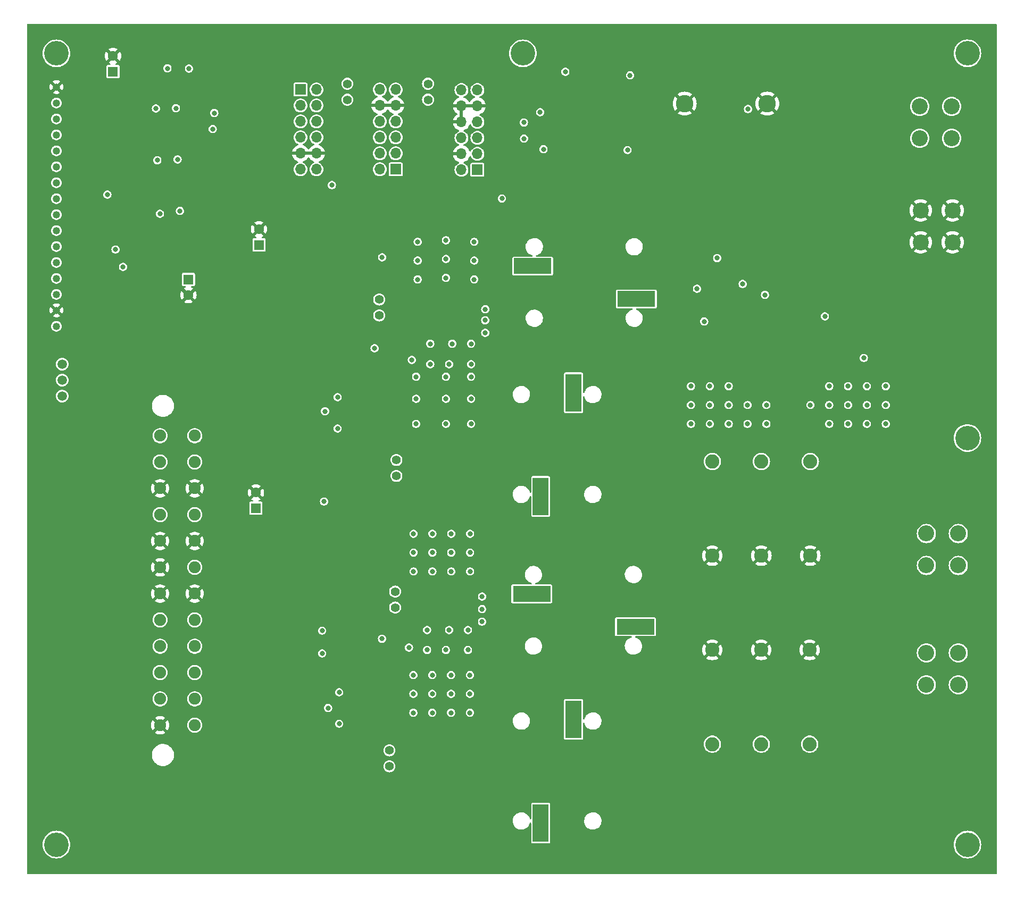
<source format=gbr>
%TF.GenerationSoftware,KiCad,Pcbnew,7.0.5*%
%TF.CreationDate,2023-09-24T16:41:28-07:00*%
%TF.ProjectId,FullSchematic,46756c6c-5363-4686-956d-617469632e6b,rev?*%
%TF.SameCoordinates,Original*%
%TF.FileFunction,Copper,L2,Inr*%
%TF.FilePolarity,Positive*%
%FSLAX46Y46*%
G04 Gerber Fmt 4.6, Leading zero omitted, Abs format (unit mm)*
G04 Created by KiCad (PCBNEW 7.0.5) date 2023-09-24 16:41:28*
%MOMM*%
%LPD*%
G01*
G04 APERTURE LIST*
%TA.AperFunction,ComponentPad*%
%ADD10R,6.000000X2.500000*%
%TD*%
%TA.AperFunction,ComponentPad*%
%ADD11C,3.900000*%
%TD*%
%TA.AperFunction,ComponentPad*%
%ADD12C,1.400000*%
%TD*%
%TA.AperFunction,ComponentPad*%
%ADD13C,2.780000*%
%TD*%
%TA.AperFunction,ComponentPad*%
%ADD14C,1.905000*%
%TD*%
%TA.AperFunction,ComponentPad*%
%ADD15C,2.250000*%
%TD*%
%TA.AperFunction,ComponentPad*%
%ADD16C,2.550000*%
%TD*%
%TA.AperFunction,ComponentPad*%
%ADD17C,1.180000*%
%TD*%
%TA.AperFunction,ComponentPad*%
%ADD18R,1.700000X1.700000*%
%TD*%
%TA.AperFunction,ComponentPad*%
%ADD19O,1.700000X1.700000*%
%TD*%
%TA.AperFunction,ComponentPad*%
%ADD20R,1.600000X1.600000*%
%TD*%
%TA.AperFunction,ComponentPad*%
%ADD21C,1.600000*%
%TD*%
%TA.AperFunction,ComponentPad*%
%ADD22R,2.500000X6.000000*%
%TD*%
%TA.AperFunction,ComponentPad*%
%ADD23C,1.500000*%
%TD*%
%TA.AperFunction,ViaPad*%
%ADD24C,0.800000*%
%TD*%
G04 APERTURE END LIST*
D10*
%TO.N,Net-(D3-A)*%
%TO.C,L1*%
X140785000Y-62878000D03*
%TO.N,Net-(L1-Pad2)*%
X157295000Y-68108000D03*
%TD*%
D11*
%TO.N,N/C*%
%TO.C,REF\u002A\u002A*%
X210000000Y-29000000D03*
%TD*%
D12*
%TO.N,Net-(U5-Gate)*%
%TO.C,TP6*%
X118913000Y-117250000D03*
%TO.N,N/C*%
X118913000Y-114710000D03*
%TD*%
%TO.N,INV*%
%TO.C,TP2*%
X124140000Y-36380000D03*
%TO.N,N/C*%
X124140000Y-33840000D03*
%TD*%
D13*
%TO.N,COM*%
%TO.C,J1*%
X178140000Y-37000000D03*
X165000000Y-37000000D03*
%TD*%
D14*
%TO.N,+3.3V*%
%TO.C,J2*%
X87011800Y-89881000D03*
X87011800Y-94072000D03*
%TO.N,COM*%
X87011800Y-98263000D03*
%TO.N,+5V*%
X87011800Y-102454000D03*
%TO.N,COM*%
X87011800Y-106645000D03*
%TO.N,+5V*%
X87011800Y-110836000D03*
%TO.N,COM*%
X87011800Y-115027000D03*
%TO.N,PWR_OK*%
X87011800Y-119218000D03*
%TO.N,unconnected-(J2-+5VSB-Pad9)*%
X87011800Y-123409000D03*
%TO.N,+12V*%
X87011800Y-127600000D03*
X87011800Y-131791000D03*
%TO.N,+3.3V*%
X87011800Y-135982000D03*
X81500000Y-89881000D03*
%TO.N,-12V*%
X81500000Y-94072000D03*
%TO.N,COM*%
X81500000Y-98263000D03*
%TO.N,PWR_ON#*%
X81500000Y-102454000D03*
%TO.N,COM*%
X81500000Y-106645000D03*
X81500000Y-110836000D03*
X81500000Y-115027000D03*
%TO.N,unconnected-(J2-NC-Pad20)*%
X81500000Y-119218000D03*
%TO.N,+5V*%
X81500000Y-123409000D03*
X81500000Y-127600000D03*
X81500000Y-131791000D03*
%TO.N,COM*%
X81500000Y-135982000D03*
%TD*%
D15*
%TO.N,AMP_OUT*%
%TO.C,C13*%
X177200000Y-94000000D03*
%TO.N,COM*%
X177200000Y-109000000D03*
%TD*%
D11*
%TO.N,N/C*%
%TO.C,REF\u002A\u002A*%
X139250000Y-29000000D03*
%TD*%
D16*
%TO.N,OCTA_IN*%
%TO.C,J4*%
X203460000Y-129540000D03*
X203460000Y-124460000D03*
X208540000Y-129540000D03*
X208540000Y-124460000D03*
%TD*%
D17*
%TO.N,COM*%
%TO.C,J10*%
X65000000Y-34360000D03*
%TO.N,+5V*%
X65000000Y-36900000D03*
%TO.N,CONTRAST*%
X65000000Y-39440000D03*
%TO.N,Net-(J10-RS)*%
X65000000Y-41980000D03*
%TO.N,Net-(J10-R{slash}W)*%
X65000000Y-44520000D03*
%TO.N,Net-(J10-E)*%
X65000000Y-47060000D03*
%TO.N,Net-(J10-DB0)*%
X65000000Y-49600000D03*
%TO.N,Net-(J10-DB1)*%
X65000000Y-52140000D03*
%TO.N,Net-(J10-DB2)*%
X65000000Y-54680000D03*
%TO.N,Net-(J10-DB3)*%
X65000000Y-57220000D03*
%TO.N,Net-(J10-DB4)*%
X65000000Y-59760000D03*
%TO.N,Net-(J10-DB5)*%
X65000000Y-62300000D03*
%TO.N,Net-(J10-DB6)*%
X65000000Y-64840000D03*
%TO.N,Net-(J10-DB7)*%
X65000000Y-67380000D03*
%TO.N,COM*%
X65000000Y-69920000D03*
%TO.N,LEDA*%
X65000000Y-72460000D03*
%TD*%
D15*
%TO.N,AMP_OUT*%
%TO.C,C15*%
X169400000Y-94000000D03*
%TO.N,COM*%
X169400000Y-109000000D03*
%TD*%
D18*
%TO.N,unconnected-(J5-Pad1)*%
%TO.C,J5*%
X119000000Y-47460000D03*
D19*
%TO.N,unconnected-(J5-Pad2)*%
X119000000Y-44920000D03*
%TO.N,unconnected-(J5-Pad3)*%
X119000000Y-42380000D03*
%TO.N,unconnected-(J5-Pad4)*%
X119000000Y-39840000D03*
%TO.N,COM*%
X119000000Y-37300000D03*
%TO.N,unconnected-(J5-Pad6)*%
X119000000Y-34760000D03*
%TO.N,INV*%
X116460000Y-47460000D03*
%TO.N,NON_INV*%
X116460000Y-44920000D03*
%TO.N,FAULT_N*%
X116460000Y-42380000D03*
%TO.N,RELAY_TRIP_N*%
X116460000Y-39840000D03*
%TO.N,COM*%
X116460000Y-37300000D03*
%TO.N,unconnected-(J5-Pad12)*%
X116460000Y-34760000D03*
%TD*%
D12*
%TO.N,NON_INV*%
%TO.C,TP1*%
X111308000Y-36380000D03*
%TO.N,N/C*%
X111308000Y-33840000D03*
%TD*%
D20*
%TO.N,+12V*%
%TO.C,C11*%
X97250000Y-59500000D03*
D21*
%TO.N,COM*%
X97250000Y-57000000D03*
%TD*%
D16*
%TO.N,COM*%
%TO.C,J8*%
X202562000Y-59080000D03*
X202562000Y-54000000D03*
X207642000Y-59080000D03*
X207642000Y-54000000D03*
%TD*%
D15*
%TO.N,OCTA_IN*%
%TO.C,C18*%
X177190000Y-139005000D03*
%TO.N,COM*%
X177190000Y-124005000D03*
%TD*%
D22*
%TO.N,Net-(L2-Pad2)*%
%TO.C,L4*%
X147305000Y-135055002D03*
%TO.N,OCTA_IN*%
X142075000Y-151565002D03*
%TD*%
D12*
%TO.N,Net-(U6-Gate)*%
%TO.C,TP4*%
X118000000Y-140000000D03*
%TO.N,N/C*%
X118000000Y-142540000D03*
%TD*%
D16*
%TO.N,RELAY_TRIP_N*%
%TO.C,J7*%
X202412000Y-42540000D03*
X202412000Y-37460000D03*
X207492000Y-42540000D03*
X207492000Y-37460000D03*
%TD*%
D12*
%TO.N,Net-(U4-Gate)*%
%TO.C,TP5*%
X119113000Y-93750000D03*
%TO.N,N/C*%
X119113000Y-96290000D03*
%TD*%
D15*
%TO.N,OCTA_IN*%
%TO.C,C16*%
X169400000Y-139005000D03*
%TO.N,COM*%
X169400000Y-124005000D03*
%TD*%
D20*
%TO.N,+12V*%
%TO.C,C12*%
X96750000Y-101432380D03*
D21*
%TO.N,COM*%
X96750000Y-98932380D03*
%TD*%
D23*
%TO.N,-5V*%
%TO.C,RV1*%
X65920000Y-78500000D03*
%TO.N,CONTRAST*%
X65920000Y-81040000D03*
%TO.N,Net-(Q3-E)*%
X65920000Y-83580000D03*
%TD*%
D11*
%TO.N,N/C*%
%TO.C,REF\u002A\u002A*%
X65000000Y-155000000D03*
%TD*%
D15*
%TO.N,AMP_OUT*%
%TO.C,C17*%
X185000000Y-94000000D03*
%TO.N,COM*%
X185000000Y-109000000D03*
%TD*%
D11*
%TO.N,N/C*%
%TO.C,REF\u002A\u002A*%
X210000000Y-155000000D03*
%TD*%
D22*
%TO.N,Net-(L1-Pad2)*%
%TO.C,L3*%
X147305000Y-83055002D03*
%TO.N,AMP_OUT*%
X142075000Y-99565002D03*
%TD*%
D10*
%TO.N,Net-(D4-A)*%
%TO.C,L2*%
X140658000Y-115070002D03*
%TO.N,Net-(L2-Pad2)*%
X157168000Y-120300002D03*
%TD*%
D11*
%TO.N,N/C*%
%TO.C,REF\u002A\u002A*%
X65000000Y-29000000D03*
%TD*%
D12*
%TO.N,Net-(U3-Gate)*%
%TO.C,TP3*%
X116377000Y-70737000D03*
%TO.N,N/C*%
X116377000Y-68197000D03*
%TD*%
D15*
%TO.N,OCTA_IN*%
%TO.C,C14*%
X184894000Y-139005000D03*
%TO.N,COM*%
X184894000Y-124005000D03*
%TD*%
D18*
%TO.N,Net-(C6-Pad1)*%
%TO.C,J6*%
X132000000Y-47540000D03*
D19*
%TO.N,Net-(SW1-4)*%
X132000000Y-45000000D03*
%TO.N,Net-(SW1-2)*%
X132000000Y-42460000D03*
%TO.N,Net-(SW1-8)*%
X132000000Y-39920000D03*
%TO.N,COM*%
X132000000Y-37380000D03*
%TO.N,unconnected-(J6-Pad6)*%
X132000000Y-34840000D03*
%TO.N,C_SENSE*%
X129460000Y-47540000D03*
%TO.N,COM*%
X129460000Y-45000000D03*
%TO.N,C_REF*%
X129460000Y-42460000D03*
%TO.N,COM*%
X129460000Y-39920000D03*
X129460000Y-37380000D03*
%TO.N,unconnected-(J6-Pad12)*%
X129460000Y-34840000D03*
%TD*%
D16*
%TO.N,OCTA_OUT*%
%TO.C,J3*%
X203460000Y-110540000D03*
X203460000Y-105460000D03*
X208540000Y-110540000D03*
X208540000Y-105460000D03*
%TD*%
D20*
%TO.N,+5V*%
%TO.C,C2*%
X74000000Y-31900000D03*
D21*
%TO.N,COM*%
X74000000Y-29400000D03*
%TD*%
D20*
%TO.N,+3.3V*%
%TO.C,C1*%
X86000000Y-65000000D03*
D21*
%TO.N,COM*%
X86000000Y-67500000D03*
%TD*%
D11*
%TO.N,N/C*%
%TO.C,REF\u002A\u002A*%
X210000000Y-90250000D03*
%TD*%
D18*
%TO.N,SRCLK*%
%TO.C,J9*%
X103840000Y-34760000D03*
D19*
%TO.N,RCLK*%
X103840000Y-37300000D03*
%TO.N,\u002AOE*%
X103840000Y-39840000D03*
%TO.N,SER*%
X103840000Y-42380000D03*
%TO.N,COM*%
X103840000Y-44920000D03*
%TO.N,unconnected-(J9-Pad6)*%
X103840000Y-47460000D03*
%TO.N,Net-(U12-B1)*%
X106380000Y-34760000D03*
%TO.N,Net-(U12-B2)*%
X106380000Y-37300000D03*
%TO.N,Net-(U13-B1)*%
X106380000Y-39840000D03*
%TO.N,OC_RESET_N*%
X106380000Y-42380000D03*
%TO.N,COM*%
X106380000Y-44920000D03*
%TO.N,unconnected-(J9-Pad12)*%
X106380000Y-47460000D03*
%TD*%
D24*
%TO.N,+3.3V*%
X86097000Y-31415000D03*
X141990000Y-38370000D03*
X156300000Y-32500000D03*
X142523000Y-44265000D03*
X146000000Y-31935000D03*
X84650000Y-54087000D03*
X84280000Y-45890000D03*
X84020000Y-37740000D03*
X155900000Y-44400000D03*
%TO.N,COM*%
X80905000Y-36140000D03*
X182995000Y-70555000D03*
X85810000Y-37884581D03*
X124000000Y-147000000D03*
X168070000Y-37820000D03*
X78060000Y-85790000D03*
X81470000Y-70180000D03*
X124000000Y-144000000D03*
X188823000Y-75685000D03*
X172000000Y-54300000D03*
X133000000Y-141000000D03*
X110007000Y-81037000D03*
X82665000Y-29500000D03*
X133500000Y-97500000D03*
X133000000Y-144000000D03*
X156100000Y-36265000D03*
X111073000Y-128012000D03*
X79570000Y-54520000D03*
X77200000Y-45080000D03*
X74122500Y-106322500D03*
X130000000Y-144000000D03*
X79200000Y-46020000D03*
X84260685Y-52190000D03*
X133000000Y-138000000D03*
X155800000Y-48700000D03*
X127000000Y-144000000D03*
X124500000Y-100500000D03*
X182580000Y-58100000D03*
X84020000Y-43774581D03*
X127500000Y-100500000D03*
X193600000Y-79300000D03*
X86170000Y-45890000D03*
X86146000Y-29600000D03*
X130500000Y-97500000D03*
X130500000Y-100500000D03*
X177935000Y-70475000D03*
X133500000Y-91500000D03*
X121500000Y-97500000D03*
X124500000Y-97500000D03*
X81150685Y-52210000D03*
X84550000Y-60350000D03*
X127000000Y-147000000D03*
X89090000Y-74940000D03*
X116813000Y-125212000D03*
X127500000Y-97500000D03*
X81445419Y-60350000D03*
X130000000Y-147000000D03*
X150770000Y-44550000D03*
X72610000Y-86127500D03*
X142453000Y-48435000D03*
X115730000Y-78959000D03*
X133500000Y-100500000D03*
X141607000Y-36365000D03*
X121000000Y-144000000D03*
X121500000Y-100500000D03*
X176173000Y-70485000D03*
X169303000Y-78330000D03*
X121000000Y-147000000D03*
X133500000Y-94500000D03*
X179165000Y-70535000D03*
X80820000Y-43774581D03*
X78810000Y-37884581D03*
X150780000Y-32380000D03*
X180823500Y-58712200D03*
X170196500Y-63517200D03*
X86540000Y-54037000D03*
X72502500Y-60247500D03*
X133000000Y-147000000D03*
%TO.N,+5V*%
X174220000Y-65730000D03*
X80830000Y-37780000D03*
X187310000Y-70870000D03*
X81480000Y-54540000D03*
X168100000Y-71700000D03*
X81060000Y-46030000D03*
X75600000Y-63010000D03*
X82667000Y-31392000D03*
X73112500Y-51500000D03*
X175080000Y-37875000D03*
X74402500Y-60227500D03*
X170153500Y-61602200D03*
X193500000Y-77500000D03*
%TO.N,+12V*%
X109750000Y-88750000D03*
X121840000Y-105500000D03*
X127840000Y-111500000D03*
X108250000Y-133250000D03*
X124840000Y-105500000D03*
X130840000Y-111500000D03*
X124840000Y-108500000D03*
X121840000Y-108500000D03*
X107600000Y-100360000D03*
X110000000Y-135750000D03*
X122500000Y-59007000D03*
X115640000Y-75959000D03*
X122500000Y-65000000D03*
X124840000Y-111500000D03*
X116838000Y-61487000D03*
X116813000Y-122212000D03*
X121840000Y-111500000D03*
X109750000Y-83750000D03*
X131500000Y-62000000D03*
X110000000Y-130750000D03*
X127840000Y-105500000D03*
X127000000Y-64750000D03*
X127000000Y-58757000D03*
X127840000Y-108500000D03*
X130840000Y-105500000D03*
X131500000Y-59007000D03*
X131500000Y-65000000D03*
X122500000Y-62000000D03*
X107750000Y-86000000D03*
X130840000Y-108500000D03*
X127000000Y-61750000D03*
%TO.N,Net-(D4-A)*%
X124813000Y-134000000D03*
X127500000Y-120823497D03*
X127813000Y-128000000D03*
X121813000Y-134000000D03*
X132750000Y-119500000D03*
X121813000Y-128000000D03*
X130813000Y-128000000D03*
X121813000Y-131000000D03*
X130813000Y-134000000D03*
X124813000Y-128000000D03*
X132750000Y-117500000D03*
X132750000Y-115500000D03*
X124000000Y-124000000D03*
X124813000Y-131000000D03*
X127813000Y-131000000D03*
X130500000Y-120823497D03*
X127000000Y-124000000D03*
X127813000Y-134000000D03*
X124000000Y-120823497D03*
X130500000Y-124000000D03*
X130813000Y-131000000D03*
X121113000Y-123625270D03*
%TO.N,AMP_OUT*%
X169000000Y-85000000D03*
X178000000Y-88000000D03*
X166000000Y-88000000D03*
X175000000Y-85000000D03*
X169000000Y-82000000D03*
X175000000Y-88000000D03*
X169000000Y-88000000D03*
X166000000Y-82000000D03*
X178000000Y-85000000D03*
X166000000Y-85000000D03*
X172000000Y-88000000D03*
X172000000Y-85000000D03*
X172000000Y-82000000D03*
%TO.N,Net-(D3-A)*%
X133250000Y-73500000D03*
X124500000Y-78500000D03*
X121563000Y-77812000D03*
X124500000Y-75250000D03*
X122250000Y-88000000D03*
X122250000Y-80500000D03*
X131000000Y-88000000D03*
X127500000Y-78500000D03*
X131000000Y-84000000D03*
X133250000Y-71500000D03*
X128000000Y-75250000D03*
X131000000Y-78500000D03*
X127000000Y-84000000D03*
X122250000Y-84000000D03*
X127000000Y-80500000D03*
X131000000Y-80500000D03*
X133250000Y-69750000D03*
X127000000Y-88000000D03*
X131000000Y-75250000D03*
%TO.N,OCTA_OUT*%
X191000000Y-88000000D03*
X191000000Y-85000000D03*
X194000000Y-82000000D03*
X194000000Y-85000000D03*
X185000000Y-85000000D03*
X197000000Y-85000000D03*
X194000000Y-88000000D03*
X188000000Y-82000000D03*
X188000000Y-85000000D03*
X197000000Y-88000000D03*
X191000000Y-82000000D03*
X188000000Y-88000000D03*
X197000000Y-82000000D03*
%TO.N,RELAY_TRIP_N*%
X139400000Y-40000000D03*
%TO.N,OC_RESET_N*%
X108850000Y-49980000D03*
X135910000Y-52110000D03*
%TO.N,FAULT_N*%
X139420000Y-42570000D03*
%TO.N,C_REF*%
X166955000Y-66475000D03*
X177778000Y-67460000D03*
%TO.N,INV*%
X107290000Y-120940000D03*
X107290000Y-124560000D03*
%TO.N,Net-(U12-B2)*%
X90130000Y-38500000D03*
%TO.N,Net-(U13-B1)*%
X89880000Y-41050000D03*
%TD*%
%TA.AperFunction,Conductor*%
%TO.N,COM*%
G36*
X129710000Y-39484498D02*
G01*
X129602315Y-39435320D01*
X129495763Y-39420000D01*
X129424237Y-39420000D01*
X129317685Y-39435320D01*
X129210000Y-39484498D01*
X129210000Y-37815501D01*
X129317685Y-37864680D01*
X129424237Y-37880000D01*
X129495763Y-37880000D01*
X129602315Y-37864680D01*
X129710000Y-37815501D01*
X129710000Y-39484498D01*
G37*
%TD.AperFunction*%
%TA.AperFunction,Conductor*%
G36*
X131540507Y-37170156D02*
G01*
X131500000Y-37308111D01*
X131500000Y-37451889D01*
X131540507Y-37589844D01*
X131566314Y-37630000D01*
X129893686Y-37630000D01*
X129919493Y-37589844D01*
X129960000Y-37451889D01*
X129960000Y-37308111D01*
X129919493Y-37170156D01*
X129893686Y-37130000D01*
X131566314Y-37130000D01*
X131540507Y-37170156D01*
G37*
%TD.AperFunction*%
%TA.AperFunction,Conductor*%
G36*
X105920507Y-44710156D02*
G01*
X105880000Y-44848111D01*
X105880000Y-44991889D01*
X105920507Y-45129844D01*
X105946314Y-45170000D01*
X104273686Y-45170000D01*
X104299493Y-45129844D01*
X104340000Y-44991889D01*
X104340000Y-44848111D01*
X104299493Y-44710156D01*
X104273686Y-44670000D01*
X105946314Y-44670000D01*
X105920507Y-44710156D01*
G37*
%TD.AperFunction*%
%TA.AperFunction,Conductor*%
G36*
X118540507Y-37090156D02*
G01*
X118500000Y-37228111D01*
X118500000Y-37371889D01*
X118540507Y-37509844D01*
X118566314Y-37550000D01*
X116893686Y-37550000D01*
X116919493Y-37509844D01*
X116960000Y-37371889D01*
X116960000Y-37228111D01*
X116919493Y-37090156D01*
X116893686Y-37050000D01*
X118566314Y-37050000D01*
X118540507Y-37090156D01*
G37*
%TD.AperFunction*%
%TA.AperFunction,Conductor*%
G36*
X214642539Y-24320185D02*
G01*
X214688294Y-24372989D01*
X214699500Y-24424500D01*
X214699500Y-159575500D01*
X214679815Y-159642539D01*
X214627011Y-159688294D01*
X214575500Y-159699500D01*
X60424500Y-159699500D01*
X60357461Y-159679815D01*
X60311706Y-159627011D01*
X60300500Y-159575500D01*
X60300500Y-155000000D01*
X62794778Y-155000000D01*
X62813644Y-155287837D01*
X62813646Y-155287849D01*
X62869917Y-155570745D01*
X62869921Y-155570760D01*
X62962642Y-155843905D01*
X63090219Y-156102606D01*
X63090223Y-156102613D01*
X63250478Y-156342452D01*
X63440672Y-156559327D01*
X63657546Y-156749520D01*
X63897389Y-156909778D01*
X64156098Y-157037359D01*
X64429247Y-157130081D01*
X64712161Y-157186356D01*
X65000000Y-157205222D01*
X65287839Y-157186356D01*
X65570753Y-157130081D01*
X65843902Y-157037359D01*
X66102611Y-156909778D01*
X66342454Y-156749520D01*
X66559327Y-156559327D01*
X66749520Y-156342454D01*
X66909778Y-156102611D01*
X67037359Y-155843902D01*
X67130081Y-155570753D01*
X67186356Y-155287839D01*
X67205222Y-155000000D01*
X207794778Y-155000000D01*
X207813644Y-155287837D01*
X207813646Y-155287849D01*
X207869917Y-155570745D01*
X207869921Y-155570760D01*
X207962642Y-155843905D01*
X208090219Y-156102606D01*
X208090223Y-156102613D01*
X208250478Y-156342452D01*
X208440672Y-156559327D01*
X208657546Y-156749520D01*
X208897389Y-156909778D01*
X209156098Y-157037359D01*
X209429247Y-157130081D01*
X209712161Y-157186356D01*
X210000000Y-157205222D01*
X210287839Y-157186356D01*
X210570753Y-157130081D01*
X210843902Y-157037359D01*
X211102611Y-156909778D01*
X211342454Y-156749520D01*
X211559327Y-156559327D01*
X211749520Y-156342454D01*
X211909778Y-156102611D01*
X212037359Y-155843902D01*
X212130081Y-155570753D01*
X212186356Y-155287839D01*
X212205222Y-155000000D01*
X212186356Y-154712161D01*
X212130081Y-154429247D01*
X212037359Y-154156098D01*
X211909778Y-153897389D01*
X211749520Y-153657546D01*
X211559327Y-153440672D01*
X211342452Y-153250478D01*
X211102613Y-153090223D01*
X211102606Y-153090219D01*
X210843905Y-152962642D01*
X210570760Y-152869921D01*
X210570754Y-152869919D01*
X210570753Y-152869919D01*
X210570751Y-152869918D01*
X210570745Y-152869917D01*
X210287849Y-152813646D01*
X210287839Y-152813644D01*
X210000000Y-152794778D01*
X209999999Y-152794778D01*
X209856080Y-152804211D01*
X209712161Y-152813644D01*
X209712155Y-152813645D01*
X209712150Y-152813646D01*
X209429254Y-152869917D01*
X209429239Y-152869921D01*
X209156094Y-152962642D01*
X208897393Y-153090219D01*
X208897386Y-153090223D01*
X208657547Y-153250478D01*
X208440672Y-153440672D01*
X208250478Y-153657547D01*
X208090223Y-153897386D01*
X208090219Y-153897393D01*
X207962642Y-154156094D01*
X207869921Y-154429239D01*
X207869917Y-154429254D01*
X207813646Y-154712150D01*
X207813644Y-154712162D01*
X207794778Y-155000000D01*
X67205222Y-155000000D01*
X67186356Y-154712161D01*
X67130081Y-154429247D01*
X67037359Y-154156098D01*
X66909778Y-153897389D01*
X66749520Y-153657546D01*
X66559327Y-153440672D01*
X66342452Y-153250478D01*
X66102613Y-153090223D01*
X66102606Y-153090219D01*
X65843905Y-152962642D01*
X65570760Y-152869921D01*
X65570754Y-152869919D01*
X65570753Y-152869919D01*
X65570751Y-152869918D01*
X65570745Y-152869917D01*
X65287849Y-152813646D01*
X65287839Y-152813644D01*
X65000000Y-152794778D01*
X64999999Y-152794778D01*
X64856080Y-152804211D01*
X64712161Y-152813644D01*
X64712155Y-152813645D01*
X64712150Y-152813646D01*
X64429254Y-152869917D01*
X64429239Y-152869921D01*
X64156094Y-152962642D01*
X63897393Y-153090219D01*
X63897386Y-153090223D01*
X63657547Y-153250478D01*
X63440672Y-153440672D01*
X63250478Y-153657547D01*
X63090223Y-153897386D01*
X63090219Y-153897393D01*
X62962642Y-154156094D01*
X62869921Y-154429239D01*
X62869917Y-154429254D01*
X62813646Y-154712150D01*
X62813644Y-154712162D01*
X62794778Y-155000000D01*
X60300500Y-155000000D01*
X60300500Y-151171456D01*
X137621773Y-151171456D01*
X137631702Y-151405215D01*
X137631702Y-151405216D01*
X137680997Y-151633944D01*
X137725361Y-151744347D01*
X137768236Y-151851045D01*
X137890910Y-152050281D01*
X137971093Y-152141387D01*
X138045487Y-152225914D01*
X138045494Y-152225922D01*
X138227525Y-152372901D01*
X138227531Y-152372906D01*
X138337432Y-152434300D01*
X138431795Y-152487014D01*
X138652404Y-152564961D01*
X138652410Y-152564962D01*
X138883002Y-152604501D01*
X138883012Y-152604501D01*
X138883013Y-152604502D01*
X138883014Y-152604502D01*
X139058395Y-152604502D01*
X139058412Y-152604501D01*
X139233127Y-152589631D01*
X139233130Y-152589630D01*
X139233132Y-152589630D01*
X139459556Y-152530673D01*
X139459557Y-152530672D01*
X139459559Y-152530672D01*
X139672759Y-152434300D01*
X139672759Y-152434299D01*
X139672761Y-152434299D01*
X139866611Y-152303279D01*
X140035530Y-152141383D01*
X140174659Y-151953268D01*
X140279995Y-151744346D01*
X140331935Y-151574741D01*
X140370388Y-151516406D01*
X140434275Y-151488119D01*
X140503314Y-151498863D01*
X140555585Y-151545226D01*
X140574500Y-151611053D01*
X140574500Y-154589680D01*
X140589032Y-154662737D01*
X140589033Y-154662741D01*
X140589034Y-154662742D01*
X140644399Y-154745603D01*
X140727260Y-154800967D01*
X140727260Y-154800968D01*
X140727264Y-154800969D01*
X140800321Y-154815501D01*
X140800324Y-154815502D01*
X140800326Y-154815502D01*
X143349676Y-154815502D01*
X143349677Y-154815501D01*
X143422740Y-154800968D01*
X143505601Y-154745603D01*
X143560966Y-154662742D01*
X143575500Y-154589676D01*
X143575500Y-151171456D01*
X149001773Y-151171456D01*
X149011702Y-151405215D01*
X149011702Y-151405216D01*
X149060997Y-151633944D01*
X149105361Y-151744347D01*
X149148236Y-151851045D01*
X149270910Y-152050281D01*
X149351093Y-152141387D01*
X149425487Y-152225914D01*
X149425494Y-152225922D01*
X149607525Y-152372901D01*
X149607531Y-152372906D01*
X149717432Y-152434300D01*
X149811795Y-152487014D01*
X150032404Y-152564961D01*
X150032410Y-152564962D01*
X150263002Y-152604501D01*
X150263012Y-152604501D01*
X150263013Y-152604502D01*
X150263014Y-152604502D01*
X150438395Y-152604502D01*
X150438412Y-152604501D01*
X150613127Y-152589631D01*
X150613130Y-152589630D01*
X150613132Y-152589630D01*
X150839556Y-152530673D01*
X150839557Y-152530672D01*
X150839559Y-152530672D01*
X151052759Y-152434300D01*
X151052759Y-152434299D01*
X151052761Y-152434299D01*
X151246611Y-152303279D01*
X151415530Y-152141383D01*
X151554659Y-151953268D01*
X151659995Y-151744346D01*
X151728508Y-151520628D01*
X151758227Y-151288548D01*
X151748297Y-151054785D01*
X151699003Y-150826062D01*
X151611764Y-150608959D01*
X151489090Y-150409723D01*
X151334509Y-150234085D01*
X151334507Y-150234083D01*
X151334505Y-150234081D01*
X151152474Y-150087102D01*
X151152468Y-150087097D01*
X150948208Y-149972991D01*
X150727599Y-149895044D01*
X150727589Y-149895041D01*
X150496997Y-149855502D01*
X150496987Y-149855502D01*
X150321605Y-149855502D01*
X150321587Y-149855502D01*
X150146872Y-149870372D01*
X149920444Y-149929330D01*
X149920440Y-149929331D01*
X149707240Y-150025703D01*
X149513388Y-150156725D01*
X149513385Y-150156727D01*
X149344475Y-150318616D01*
X149344470Y-150318621D01*
X149245092Y-150452988D01*
X149205339Y-150506738D01*
X149100005Y-150715656D01*
X149031491Y-150939377D01*
X149001773Y-151171456D01*
X143575500Y-151171456D01*
X143575500Y-148540328D01*
X143575500Y-148540325D01*
X143575499Y-148540323D01*
X143560967Y-148467266D01*
X143560966Y-148467262D01*
X143560965Y-148467262D01*
X143505601Y-148384401D01*
X143422740Y-148329036D01*
X143422739Y-148329035D01*
X143422735Y-148329034D01*
X143349677Y-148314502D01*
X143349674Y-148314502D01*
X140800326Y-148314502D01*
X140800323Y-148314502D01*
X140727264Y-148329034D01*
X140727260Y-148329035D01*
X140644399Y-148384401D01*
X140589033Y-148467262D01*
X140589032Y-148467266D01*
X140574500Y-148540323D01*
X140574500Y-150847636D01*
X140554815Y-150914675D01*
X140502011Y-150960430D01*
X140432853Y-150970374D01*
X140369297Y-150941349D01*
X140331523Y-150882571D01*
X140329283Y-150873761D01*
X140319003Y-150826062D01*
X140231764Y-150608959D01*
X140109090Y-150409723D01*
X139954509Y-150234085D01*
X139954507Y-150234083D01*
X139954505Y-150234081D01*
X139772474Y-150087102D01*
X139772468Y-150087097D01*
X139568208Y-149972991D01*
X139347599Y-149895044D01*
X139347589Y-149895041D01*
X139116997Y-149855502D01*
X139116987Y-149855502D01*
X138941605Y-149855502D01*
X138941587Y-149855502D01*
X138766872Y-149870372D01*
X138540444Y-149929330D01*
X138540440Y-149929331D01*
X138327240Y-150025703D01*
X138133388Y-150156725D01*
X138133385Y-150156727D01*
X137964475Y-150318616D01*
X137964470Y-150318621D01*
X137865092Y-150452988D01*
X137825339Y-150506738D01*
X137720005Y-150715656D01*
X137651491Y-150939377D01*
X137621773Y-151171456D01*
X60300500Y-151171456D01*
X60300500Y-142540000D01*
X117044901Y-142540000D01*
X117063252Y-142726331D01*
X117063253Y-142726333D01*
X117117604Y-142905502D01*
X117205862Y-143070623D01*
X117205864Y-143070626D01*
X117324642Y-143215357D01*
X117469373Y-143334135D01*
X117469376Y-143334137D01*
X117634497Y-143422395D01*
X117634499Y-143422396D01*
X117813666Y-143476746D01*
X117813668Y-143476747D01*
X117830374Y-143478392D01*
X118000000Y-143495099D01*
X118186331Y-143476747D01*
X118365501Y-143422396D01*
X118530625Y-143334136D01*
X118675357Y-143215357D01*
X118794136Y-143070625D01*
X118882396Y-142905501D01*
X118936747Y-142726331D01*
X118955099Y-142540000D01*
X118936747Y-142353669D01*
X118882396Y-142174499D01*
X118882395Y-142174497D01*
X118794137Y-142009376D01*
X118794135Y-142009373D01*
X118675357Y-141864642D01*
X118530626Y-141745864D01*
X118530623Y-141745862D01*
X118365502Y-141657604D01*
X118186333Y-141603253D01*
X118186331Y-141603252D01*
X118000000Y-141584901D01*
X117813668Y-141603252D01*
X117813666Y-141603253D01*
X117634497Y-141657604D01*
X117469376Y-141745862D01*
X117469373Y-141745864D01*
X117324642Y-141864642D01*
X117205864Y-142009373D01*
X117205862Y-142009376D01*
X117117604Y-142174497D01*
X117063253Y-142353666D01*
X117063252Y-142353668D01*
X117044901Y-142540000D01*
X60300500Y-142540000D01*
X60300500Y-140863184D01*
X80204100Y-140863184D01*
X80243259Y-141122990D01*
X80243261Y-141122996D01*
X80320710Y-141374078D01*
X80434708Y-141610800D01*
X80434709Y-141610801D01*
X80434711Y-141610804D01*
X80434713Y-141610808D01*
X80582728Y-141827905D01*
X80761445Y-142020517D01*
X80966874Y-142184341D01*
X81194425Y-142315718D01*
X81277673Y-142348390D01*
X81439013Y-142411712D01*
X81548801Y-142436769D01*
X81695181Y-142470180D01*
X81695186Y-142470180D01*
X81695189Y-142470181D01*
X81891582Y-142484899D01*
X81891598Y-142484899D01*
X81891602Y-142484900D01*
X81891604Y-142484900D01*
X82022796Y-142484900D01*
X82022798Y-142484900D01*
X82022801Y-142484899D01*
X82022817Y-142484899D01*
X82219210Y-142470181D01*
X82219211Y-142470180D01*
X82219219Y-142470180D01*
X82402193Y-142428417D01*
X82475386Y-142411712D01*
X82582945Y-142369497D01*
X82719975Y-142315718D01*
X82947526Y-142184341D01*
X83152955Y-142020517D01*
X83331672Y-141827905D01*
X83479687Y-141610808D01*
X83593691Y-141374075D01*
X83671139Y-141122995D01*
X83710300Y-140863177D01*
X83710300Y-140600423D01*
X83699780Y-140530625D01*
X83671140Y-140340609D01*
X83671138Y-140340603D01*
X83593691Y-140089525D01*
X83550578Y-139999999D01*
X117044901Y-139999999D01*
X117063252Y-140186331D01*
X117063253Y-140186333D01*
X117117604Y-140365502D01*
X117205862Y-140530623D01*
X117205864Y-140530626D01*
X117324642Y-140675357D01*
X117469373Y-140794135D01*
X117469376Y-140794137D01*
X117634497Y-140882395D01*
X117634499Y-140882396D01*
X117813666Y-140936746D01*
X117813668Y-140936747D01*
X117830374Y-140938392D01*
X118000000Y-140955099D01*
X118186331Y-140936747D01*
X118365501Y-140882396D01*
X118530625Y-140794136D01*
X118675357Y-140675357D01*
X118794136Y-140530625D01*
X118882396Y-140365501D01*
X118936747Y-140186331D01*
X118955099Y-140000000D01*
X118936747Y-139813669D01*
X118882396Y-139634499D01*
X118794136Y-139469375D01*
X118794135Y-139469373D01*
X118675357Y-139324642D01*
X118530626Y-139205864D01*
X118530623Y-139205862D01*
X118365502Y-139117604D01*
X118186333Y-139063253D01*
X118186331Y-139063252D01*
X118000000Y-139044901D01*
X117813668Y-139063252D01*
X117813666Y-139063253D01*
X117634497Y-139117604D01*
X117469376Y-139205862D01*
X117469373Y-139205864D01*
X117324642Y-139324642D01*
X117205864Y-139469373D01*
X117205862Y-139469376D01*
X117117604Y-139634497D01*
X117063253Y-139813666D01*
X117063252Y-139813668D01*
X117044901Y-139999999D01*
X83550578Y-139999999D01*
X83479691Y-139852799D01*
X83479690Y-139852798D01*
X83479689Y-139852797D01*
X83479687Y-139852792D01*
X83331672Y-139635695D01*
X83152955Y-139443083D01*
X82947526Y-139279259D01*
X82719975Y-139147882D01*
X82719974Y-139147881D01*
X82475386Y-139051887D01*
X82269984Y-139005006D01*
X168019786Y-139005006D01*
X168038608Y-139232168D01*
X168038610Y-139232179D01*
X168094569Y-139453155D01*
X168186137Y-139661908D01*
X168310814Y-139852742D01*
X168465208Y-140020458D01*
X168465212Y-140020461D01*
X168645090Y-140160466D01*
X168645094Y-140160469D01*
X168645096Y-140160470D01*
X168645099Y-140160472D01*
X168761646Y-140223543D01*
X168845574Y-140268963D01*
X168957529Y-140307397D01*
X169061173Y-140342979D01*
X169061175Y-140342979D01*
X169061177Y-140342980D01*
X169286023Y-140380500D01*
X169286024Y-140380500D01*
X169513976Y-140380500D01*
X169513977Y-140380500D01*
X169738823Y-140342980D01*
X169954426Y-140268963D01*
X170154906Y-140160469D01*
X170334794Y-140020456D01*
X170489183Y-139852745D01*
X170613862Y-139661909D01*
X170705430Y-139453155D01*
X170761390Y-139232176D01*
X170761391Y-139232168D01*
X170780214Y-139005006D01*
X175809786Y-139005006D01*
X175828608Y-139232168D01*
X175828610Y-139232179D01*
X175884569Y-139453155D01*
X175976137Y-139661908D01*
X176100814Y-139852742D01*
X176255208Y-140020458D01*
X176255212Y-140020461D01*
X176435090Y-140160466D01*
X176435094Y-140160469D01*
X176435096Y-140160470D01*
X176435099Y-140160472D01*
X176551646Y-140223543D01*
X176635574Y-140268963D01*
X176747529Y-140307397D01*
X176851173Y-140342979D01*
X176851175Y-140342979D01*
X176851177Y-140342980D01*
X177076023Y-140380500D01*
X177076024Y-140380500D01*
X177303976Y-140380500D01*
X177303977Y-140380500D01*
X177528823Y-140342980D01*
X177744426Y-140268963D01*
X177944906Y-140160469D01*
X178124794Y-140020456D01*
X178279183Y-139852745D01*
X178403862Y-139661909D01*
X178495430Y-139453155D01*
X178551390Y-139232176D01*
X178553571Y-139205862D01*
X178558945Y-139140996D01*
X178570214Y-139005006D01*
X183513786Y-139005006D01*
X183532608Y-139232168D01*
X183532610Y-139232179D01*
X183588569Y-139453155D01*
X183680137Y-139661908D01*
X183804814Y-139852742D01*
X183959208Y-140020458D01*
X183959212Y-140020461D01*
X184139090Y-140160466D01*
X184139094Y-140160469D01*
X184139096Y-140160470D01*
X184139099Y-140160472D01*
X184255646Y-140223543D01*
X184339574Y-140268963D01*
X184451529Y-140307397D01*
X184555173Y-140342979D01*
X184555175Y-140342979D01*
X184555177Y-140342980D01*
X184780023Y-140380500D01*
X184780024Y-140380500D01*
X185007976Y-140380500D01*
X185007977Y-140380500D01*
X185232823Y-140342980D01*
X185448426Y-140268963D01*
X185648906Y-140160469D01*
X185828794Y-140020456D01*
X185983183Y-139852745D01*
X186107862Y-139661909D01*
X186199430Y-139453155D01*
X186255390Y-139232176D01*
X186257571Y-139205862D01*
X186262945Y-139140996D01*
X186274214Y-139005000D01*
X186255390Y-138777824D01*
X186199430Y-138556845D01*
X186107862Y-138348091D01*
X186080037Y-138305501D01*
X185983185Y-138157257D01*
X185828791Y-137989541D01*
X185828787Y-137989538D01*
X185648909Y-137849533D01*
X185648900Y-137849527D01*
X185448432Y-137741040D01*
X185448429Y-137741039D01*
X185448426Y-137741037D01*
X185448420Y-137741035D01*
X185448418Y-137741034D01*
X185232826Y-137667020D01*
X185064188Y-137638880D01*
X185007977Y-137629500D01*
X184780023Y-137629500D01*
X184735053Y-137637003D01*
X184555173Y-137667020D01*
X184339581Y-137741034D01*
X184339567Y-137741040D01*
X184139099Y-137849527D01*
X184139090Y-137849533D01*
X183959212Y-137989538D01*
X183959208Y-137989541D01*
X183804814Y-138157257D01*
X183680137Y-138348091D01*
X183588569Y-138556844D01*
X183532610Y-138777820D01*
X183532608Y-138777831D01*
X183513786Y-139004993D01*
X183513786Y-139005006D01*
X178570214Y-139005006D01*
X178570214Y-139005000D01*
X178551390Y-138777824D01*
X178495430Y-138556845D01*
X178403862Y-138348091D01*
X178376037Y-138305501D01*
X178279185Y-138157257D01*
X178124791Y-137989541D01*
X178124787Y-137989538D01*
X177944909Y-137849533D01*
X177944900Y-137849527D01*
X177744432Y-137741040D01*
X177744429Y-137741039D01*
X177744426Y-137741037D01*
X177744420Y-137741035D01*
X177744418Y-137741034D01*
X177528826Y-137667020D01*
X177360188Y-137638880D01*
X177303977Y-137629500D01*
X177076023Y-137629500D01*
X177031053Y-137637003D01*
X176851173Y-137667020D01*
X176635581Y-137741034D01*
X176635567Y-137741040D01*
X176435099Y-137849527D01*
X176435090Y-137849533D01*
X176255212Y-137989538D01*
X176255208Y-137989541D01*
X176100814Y-138157257D01*
X175976137Y-138348091D01*
X175884569Y-138556844D01*
X175828610Y-138777820D01*
X175828608Y-138777831D01*
X175809786Y-139004993D01*
X175809786Y-139005006D01*
X170780214Y-139005006D01*
X170780214Y-139004993D01*
X170761391Y-138777831D01*
X170761389Y-138777820D01*
X170705430Y-138556844D01*
X170613862Y-138348091D01*
X170489185Y-138157257D01*
X170334791Y-137989541D01*
X170334787Y-137989538D01*
X170154909Y-137849533D01*
X170154900Y-137849527D01*
X169954432Y-137741040D01*
X169954429Y-137741039D01*
X169954426Y-137741037D01*
X169954420Y-137741035D01*
X169954418Y-137741034D01*
X169738826Y-137667020D01*
X169570188Y-137638880D01*
X169513977Y-137629500D01*
X169286023Y-137629500D01*
X169241053Y-137637003D01*
X169061173Y-137667020D01*
X168845581Y-137741034D01*
X168845567Y-137741040D01*
X168645099Y-137849527D01*
X168645090Y-137849533D01*
X168465212Y-137989538D01*
X168465208Y-137989541D01*
X168310814Y-138157257D01*
X168186137Y-138348091D01*
X168094569Y-138556844D01*
X168038610Y-138777820D01*
X168038608Y-138777831D01*
X168019786Y-139004993D01*
X168019786Y-139005006D01*
X82269984Y-139005006D01*
X82241856Y-138998586D01*
X82219219Y-138993420D01*
X82219218Y-138993419D01*
X82219214Y-138993419D01*
X82219210Y-138993418D01*
X82022817Y-138978700D01*
X82022798Y-138978700D01*
X81891602Y-138978700D01*
X81891582Y-138978700D01*
X81695189Y-138993418D01*
X81695185Y-138993419D01*
X81439013Y-139051887D01*
X81194424Y-139147882D01*
X80966874Y-139279259D01*
X80761445Y-139443083D01*
X80761443Y-139443085D01*
X80582728Y-139635694D01*
X80434709Y-139852798D01*
X80434708Y-139852799D01*
X80320710Y-140089521D01*
X80243261Y-140340603D01*
X80243259Y-140340609D01*
X80204100Y-140600415D01*
X80204100Y-140863184D01*
X60300500Y-140863184D01*
X60300500Y-138079680D01*
X145804500Y-138079680D01*
X145819032Y-138152737D01*
X145819033Y-138152741D01*
X145837405Y-138180236D01*
X145874399Y-138235603D01*
X145957259Y-138290967D01*
X145957260Y-138290968D01*
X145957264Y-138290969D01*
X146030321Y-138305501D01*
X146030324Y-138305502D01*
X146030326Y-138305502D01*
X148579676Y-138305502D01*
X148579677Y-138305501D01*
X148652740Y-138290968D01*
X148735601Y-138235603D01*
X148790966Y-138152742D01*
X148805500Y-138079676D01*
X148805500Y-135712366D01*
X148825185Y-135645328D01*
X148877989Y-135599573D01*
X148947147Y-135589629D01*
X149010703Y-135618654D01*
X149048477Y-135677432D01*
X149050717Y-135686242D01*
X149060997Y-135733944D01*
X149105361Y-135844347D01*
X149148236Y-135951045D01*
X149270910Y-136150281D01*
X149393247Y-136289283D01*
X149425487Y-136325914D01*
X149425494Y-136325922D01*
X149607525Y-136472901D01*
X149607531Y-136472906D01*
X149717432Y-136534300D01*
X149811795Y-136587014D01*
X150032404Y-136664961D01*
X150032410Y-136664962D01*
X150263002Y-136704501D01*
X150263012Y-136704501D01*
X150263013Y-136704502D01*
X150263014Y-136704502D01*
X150438395Y-136704502D01*
X150438412Y-136704501D01*
X150613127Y-136689631D01*
X150613130Y-136689630D01*
X150613132Y-136689630D01*
X150839556Y-136630673D01*
X150839557Y-136630672D01*
X150839559Y-136630672D01*
X151052759Y-136534300D01*
X151052759Y-136534299D01*
X151052761Y-136534299D01*
X151246611Y-136403279D01*
X151415530Y-136241383D01*
X151554659Y-136053268D01*
X151659995Y-135844346D01*
X151728508Y-135620628D01*
X151758227Y-135388548D01*
X151756970Y-135358967D01*
X151748297Y-135154788D01*
X151748297Y-135154787D01*
X151744529Y-135137304D01*
X151699003Y-134926062D01*
X151688733Y-134900505D01*
X151639909Y-134779000D01*
X151611764Y-134708959D01*
X151489090Y-134509723D01*
X151334509Y-134334085D01*
X151334507Y-134334083D01*
X151334505Y-134334081D01*
X151152474Y-134187102D01*
X151152468Y-134187097D01*
X150948208Y-134072991D01*
X150727599Y-133995044D01*
X150727589Y-133995041D01*
X150496997Y-133955502D01*
X150496987Y-133955502D01*
X150321605Y-133955502D01*
X150321587Y-133955502D01*
X150146872Y-133970372D01*
X149920444Y-134029330D01*
X149920440Y-134029331D01*
X149707240Y-134125703D01*
X149513388Y-134256725D01*
X149513385Y-134256727D01*
X149344475Y-134418616D01*
X149344470Y-134418621D01*
X149255229Y-134539283D01*
X149205339Y-134606738D01*
X149100005Y-134815656D01*
X149048065Y-134985260D01*
X149009612Y-135043597D01*
X148945725Y-135071884D01*
X148876686Y-135061140D01*
X148824415Y-135014777D01*
X148805500Y-134948950D01*
X148805500Y-132030325D01*
X148805499Y-132030323D01*
X148790967Y-131957266D01*
X148790966Y-131957262D01*
X148790965Y-131957261D01*
X148735601Y-131874401D01*
X148652740Y-131819036D01*
X148652739Y-131819035D01*
X148652735Y-131819034D01*
X148579677Y-131804502D01*
X148579674Y-131804502D01*
X146030326Y-131804502D01*
X146030323Y-131804502D01*
X145957264Y-131819034D01*
X145957260Y-131819035D01*
X145874399Y-131874401D01*
X145819033Y-131957262D01*
X145819032Y-131957266D01*
X145804500Y-132030323D01*
X145804500Y-138079680D01*
X60300500Y-138079680D01*
X60300500Y-135982005D01*
X80042522Y-135982005D01*
X80062399Y-136221889D01*
X80121491Y-136455240D01*
X80218185Y-136675682D01*
X80310880Y-136817563D01*
X80860970Y-136267474D01*
X80920924Y-136381707D01*
X81033407Y-136508675D01*
X81173007Y-136605033D01*
X81214705Y-136620847D01*
X80663790Y-137171761D01*
X80663791Y-137171762D01*
X80702832Y-137202149D01*
X80702838Y-137202153D01*
X80914531Y-137316715D01*
X80914545Y-137316721D01*
X81142207Y-137394879D01*
X81379642Y-137434500D01*
X81620358Y-137434500D01*
X81857792Y-137394879D01*
X82085454Y-137316721D01*
X82085468Y-137316715D01*
X82297160Y-137202154D01*
X82297168Y-137202149D01*
X82336207Y-137171762D01*
X82336208Y-137171760D01*
X81785295Y-136620847D01*
X81826993Y-136605033D01*
X81966593Y-136508675D01*
X82079076Y-136381707D01*
X82139029Y-136267476D01*
X82689117Y-136817564D01*
X82781815Y-136675679D01*
X82878508Y-136455240D01*
X82937600Y-136221889D01*
X82957478Y-135982005D01*
X82957478Y-135982000D01*
X85803646Y-135982000D01*
X85824216Y-136203997D01*
X85824217Y-136203999D01*
X85885228Y-136418431D01*
X85885234Y-136418446D01*
X85984607Y-136618011D01*
X86118965Y-136795930D01*
X86118968Y-136795933D01*
X86236650Y-136903213D01*
X86283725Y-136946128D01*
X86473279Y-137063495D01*
X86681173Y-137144033D01*
X86900326Y-137185000D01*
X86900328Y-137185000D01*
X87123272Y-137185000D01*
X87123274Y-137185000D01*
X87342427Y-137144033D01*
X87550321Y-137063495D01*
X87739875Y-136946128D01*
X87904637Y-136795928D01*
X88038993Y-136618011D01*
X88138370Y-136418436D01*
X88199383Y-136203998D01*
X88219954Y-135982000D01*
X88219953Y-135981994D01*
X88199383Y-135760002D01*
X88199382Y-135760000D01*
X88196536Y-135750000D01*
X109344722Y-135750000D01*
X109363762Y-135906818D01*
X109419303Y-136053265D01*
X109419780Y-136054523D01*
X109509517Y-136184530D01*
X109627760Y-136289283D01*
X109627762Y-136289284D01*
X109767634Y-136362696D01*
X109921014Y-136400500D01*
X109921015Y-136400500D01*
X110078985Y-136400500D01*
X110232365Y-136362696D01*
X110302431Y-136325922D01*
X110372240Y-136289283D01*
X110490483Y-136184530D01*
X110580220Y-136054523D01*
X110636237Y-135906818D01*
X110655278Y-135750000D01*
X110653329Y-135733944D01*
X110636237Y-135593181D01*
X110614992Y-135537164D01*
X110580220Y-135445477D01*
X110490483Y-135315470D01*
X110440801Y-135271456D01*
X137621773Y-135271456D01*
X137631702Y-135505215D01*
X137631702Y-135505216D01*
X137680997Y-135733944D01*
X137725361Y-135844347D01*
X137768236Y-135951045D01*
X137890910Y-136150281D01*
X138013247Y-136289283D01*
X138045487Y-136325914D01*
X138045494Y-136325922D01*
X138227525Y-136472901D01*
X138227531Y-136472906D01*
X138337432Y-136534300D01*
X138431795Y-136587014D01*
X138652404Y-136664961D01*
X138652410Y-136664962D01*
X138883002Y-136704501D01*
X138883012Y-136704501D01*
X138883013Y-136704502D01*
X138883014Y-136704502D01*
X139058395Y-136704502D01*
X139058412Y-136704501D01*
X139233127Y-136689631D01*
X139233130Y-136689630D01*
X139233132Y-136689630D01*
X139459556Y-136630673D01*
X139459557Y-136630672D01*
X139459559Y-136630672D01*
X139672759Y-136534300D01*
X139672759Y-136534299D01*
X139672761Y-136534299D01*
X139866611Y-136403279D01*
X140035530Y-136241383D01*
X140174659Y-136053268D01*
X140279995Y-135844346D01*
X140348508Y-135620628D01*
X140378227Y-135388548D01*
X140376970Y-135358967D01*
X140368297Y-135154788D01*
X140368297Y-135154787D01*
X140364529Y-135137304D01*
X140319003Y-134926062D01*
X140308733Y-134900505D01*
X140259909Y-134779000D01*
X140231764Y-134708959D01*
X140109090Y-134509723D01*
X139954509Y-134334085D01*
X139954507Y-134334083D01*
X139954505Y-134334081D01*
X139772474Y-134187102D01*
X139772468Y-134187097D01*
X139568208Y-134072991D01*
X139347599Y-133995044D01*
X139347589Y-133995041D01*
X139116997Y-133955502D01*
X139116987Y-133955502D01*
X138941605Y-133955502D01*
X138941587Y-133955502D01*
X138766872Y-133970372D01*
X138540444Y-134029330D01*
X138540440Y-134029331D01*
X138327240Y-134125703D01*
X138133388Y-134256725D01*
X138133385Y-134256727D01*
X137964475Y-134418616D01*
X137964470Y-134418621D01*
X137875229Y-134539283D01*
X137825339Y-134606738D01*
X137720005Y-134815656D01*
X137651491Y-135039377D01*
X137621773Y-135271456D01*
X110440801Y-135271456D01*
X110372240Y-135210717D01*
X110372238Y-135210716D01*
X110372237Y-135210715D01*
X110232365Y-135137303D01*
X110078986Y-135099500D01*
X110078985Y-135099500D01*
X109921015Y-135099500D01*
X109921014Y-135099500D01*
X109767634Y-135137303D01*
X109627762Y-135210715D01*
X109509516Y-135315471D01*
X109419781Y-135445475D01*
X109419780Y-135445476D01*
X109363762Y-135593181D01*
X109344722Y-135749999D01*
X109344722Y-135750000D01*
X88196536Y-135750000D01*
X88196536Y-135749999D01*
X88138370Y-135545564D01*
X88118280Y-135505219D01*
X88045455Y-135358967D01*
X88038993Y-135345989D01*
X87904637Y-135168072D01*
X87904634Y-135168069D01*
X87904631Y-135168066D01*
X87739876Y-135017873D01*
X87739875Y-135017872D01*
X87550321Y-134900505D01*
X87342427Y-134819967D01*
X87123274Y-134779000D01*
X86900326Y-134779000D01*
X86681173Y-134819967D01*
X86681170Y-134819967D01*
X86681170Y-134819968D01*
X86473281Y-134900504D01*
X86473280Y-134900504D01*
X86283723Y-135017873D01*
X86118968Y-135168066D01*
X86118965Y-135168069D01*
X85984607Y-135345988D01*
X85885234Y-135545553D01*
X85885228Y-135545568D01*
X85824217Y-135760000D01*
X85824216Y-135760002D01*
X85803646Y-135981999D01*
X85803646Y-135982000D01*
X82957478Y-135982000D01*
X82957478Y-135981994D01*
X82937600Y-135742110D01*
X82878508Y-135508759D01*
X82781815Y-135288320D01*
X82689117Y-135146434D01*
X82139028Y-135696523D01*
X82079076Y-135582293D01*
X81966593Y-135455325D01*
X81826993Y-135358967D01*
X81785293Y-135343152D01*
X82336208Y-134792237D01*
X82336208Y-134792236D01*
X82297166Y-134761849D01*
X82297161Y-134761846D01*
X82085468Y-134647284D01*
X82085454Y-134647278D01*
X81857792Y-134569120D01*
X81620358Y-134529500D01*
X81379642Y-134529500D01*
X81142207Y-134569120D01*
X80914545Y-134647278D01*
X80914531Y-134647284D01*
X80702837Y-134761846D01*
X80702826Y-134761853D01*
X80663791Y-134792235D01*
X80663791Y-134792237D01*
X81214706Y-135343152D01*
X81173007Y-135358967D01*
X81033407Y-135455325D01*
X80920924Y-135582293D01*
X80860970Y-135696524D01*
X80310881Y-135146435D01*
X80218185Y-135288317D01*
X80121491Y-135508759D01*
X80062399Y-135742110D01*
X80042522Y-135981994D01*
X80042522Y-135982005D01*
X60300500Y-135982005D01*
X60300500Y-134000000D01*
X121157721Y-134000000D01*
X121176762Y-134156818D01*
X121214653Y-134256727D01*
X121232780Y-134304523D01*
X121322517Y-134434530D01*
X121440760Y-134539283D01*
X121440762Y-134539284D01*
X121580634Y-134612696D01*
X121734014Y-134650500D01*
X121734015Y-134650500D01*
X121891985Y-134650500D01*
X122045365Y-134612696D01*
X122056721Y-134606736D01*
X122185240Y-134539283D01*
X122303483Y-134434530D01*
X122393220Y-134304523D01*
X122449237Y-134156818D01*
X122468278Y-134000000D01*
X124157721Y-134000000D01*
X124176762Y-134156818D01*
X124214653Y-134256727D01*
X124232780Y-134304523D01*
X124322517Y-134434530D01*
X124440760Y-134539283D01*
X124440762Y-134539284D01*
X124580634Y-134612696D01*
X124734014Y-134650500D01*
X124734015Y-134650500D01*
X124891985Y-134650500D01*
X125045365Y-134612696D01*
X125056721Y-134606736D01*
X125185240Y-134539283D01*
X125303483Y-134434530D01*
X125393220Y-134304523D01*
X125449237Y-134156818D01*
X125468278Y-134000000D01*
X127157721Y-134000000D01*
X127176762Y-134156818D01*
X127214653Y-134256727D01*
X127232780Y-134304523D01*
X127322517Y-134434530D01*
X127440760Y-134539283D01*
X127440762Y-134539284D01*
X127580634Y-134612696D01*
X127734014Y-134650500D01*
X127734015Y-134650500D01*
X127891985Y-134650500D01*
X128045365Y-134612696D01*
X128056721Y-134606736D01*
X128185240Y-134539283D01*
X128303483Y-134434530D01*
X128393220Y-134304523D01*
X128449237Y-134156818D01*
X128468278Y-134000000D01*
X130157721Y-134000000D01*
X130176762Y-134156818D01*
X130214653Y-134256727D01*
X130232780Y-134304523D01*
X130322517Y-134434530D01*
X130440760Y-134539283D01*
X130440762Y-134539284D01*
X130580634Y-134612696D01*
X130734014Y-134650500D01*
X130734015Y-134650500D01*
X130891985Y-134650500D01*
X131045365Y-134612696D01*
X131056721Y-134606736D01*
X131185240Y-134539283D01*
X131303483Y-134434530D01*
X131393220Y-134304523D01*
X131449237Y-134156818D01*
X131468278Y-134000000D01*
X131451607Y-133862696D01*
X131449237Y-133843181D01*
X131427992Y-133787164D01*
X131393220Y-133695477D01*
X131303483Y-133565470D01*
X131185240Y-133460717D01*
X131185238Y-133460716D01*
X131185237Y-133460715D01*
X131045365Y-133387303D01*
X130891986Y-133349500D01*
X130891985Y-133349500D01*
X130734015Y-133349500D01*
X130734014Y-133349500D01*
X130580634Y-133387303D01*
X130440762Y-133460715D01*
X130322516Y-133565471D01*
X130232781Y-133695475D01*
X130232780Y-133695476D01*
X130176762Y-133843181D01*
X130157721Y-133999999D01*
X130157721Y-134000000D01*
X128468278Y-134000000D01*
X128451607Y-133862696D01*
X128449237Y-133843181D01*
X128427992Y-133787163D01*
X128393220Y-133695477D01*
X128303483Y-133565470D01*
X128185240Y-133460717D01*
X128185238Y-133460716D01*
X128185237Y-133460715D01*
X128045365Y-133387303D01*
X127891986Y-133349500D01*
X127891985Y-133349500D01*
X127734015Y-133349500D01*
X127734014Y-133349500D01*
X127580634Y-133387303D01*
X127440762Y-133460715D01*
X127322516Y-133565471D01*
X127232781Y-133695475D01*
X127232780Y-133695476D01*
X127176762Y-133843181D01*
X127157721Y-133999999D01*
X127157721Y-134000000D01*
X125468278Y-134000000D01*
X125451607Y-133862696D01*
X125449237Y-133843181D01*
X125427992Y-133787163D01*
X125393220Y-133695477D01*
X125303483Y-133565470D01*
X125185240Y-133460717D01*
X125185238Y-133460716D01*
X125185237Y-133460715D01*
X125045365Y-133387303D01*
X124891986Y-133349500D01*
X124891985Y-133349500D01*
X124734015Y-133349500D01*
X124734014Y-133349500D01*
X124580634Y-133387303D01*
X124440762Y-133460715D01*
X124322516Y-133565471D01*
X124232781Y-133695475D01*
X124232780Y-133695476D01*
X124176762Y-133843181D01*
X124157721Y-133999999D01*
X124157721Y-134000000D01*
X122468278Y-134000000D01*
X122451607Y-133862696D01*
X122449237Y-133843181D01*
X122427992Y-133787163D01*
X122393220Y-133695477D01*
X122303483Y-133565470D01*
X122185240Y-133460717D01*
X122185238Y-133460716D01*
X122185237Y-133460715D01*
X122045365Y-133387303D01*
X121891986Y-133349500D01*
X121891985Y-133349500D01*
X121734015Y-133349500D01*
X121734014Y-133349500D01*
X121580634Y-133387303D01*
X121440762Y-133460715D01*
X121322516Y-133565471D01*
X121232781Y-133695475D01*
X121232780Y-133695476D01*
X121176762Y-133843181D01*
X121157721Y-133999999D01*
X121157721Y-134000000D01*
X60300500Y-134000000D01*
X60300500Y-133250000D01*
X107594722Y-133250000D01*
X107613762Y-133406818D01*
X107634203Y-133460715D01*
X107669780Y-133554523D01*
X107759517Y-133684530D01*
X107877760Y-133789283D01*
X107877762Y-133789284D01*
X108017634Y-133862696D01*
X108171014Y-133900500D01*
X108171015Y-133900500D01*
X108328985Y-133900500D01*
X108482365Y-133862696D01*
X108519547Y-133843181D01*
X108622240Y-133789283D01*
X108740483Y-133684530D01*
X108830220Y-133554523D01*
X108886237Y-133406818D01*
X108905278Y-133250000D01*
X108886237Y-133093182D01*
X108830220Y-132945477D01*
X108740483Y-132815470D01*
X108622240Y-132710717D01*
X108622238Y-132710716D01*
X108622237Y-132710715D01*
X108482365Y-132637303D01*
X108328986Y-132599500D01*
X108328985Y-132599500D01*
X108171015Y-132599500D01*
X108171014Y-132599500D01*
X108017634Y-132637303D01*
X107877762Y-132710715D01*
X107759516Y-132815471D01*
X107669781Y-132945475D01*
X107669780Y-132945476D01*
X107613762Y-133093181D01*
X107594722Y-133249999D01*
X107594722Y-133250000D01*
X60300500Y-133250000D01*
X60300500Y-131791000D01*
X80291846Y-131791000D01*
X80312416Y-132012997D01*
X80312417Y-132012999D01*
X80373428Y-132227431D01*
X80373434Y-132227446D01*
X80472807Y-132427011D01*
X80607165Y-132604930D01*
X80607168Y-132604933D01*
X80642678Y-132637304D01*
X80771925Y-132755128D01*
X80961479Y-132872495D01*
X81169373Y-132953033D01*
X81388526Y-132994000D01*
X81388528Y-132994000D01*
X81611472Y-132994000D01*
X81611474Y-132994000D01*
X81830627Y-132953033D01*
X82038521Y-132872495D01*
X82228075Y-132755128D01*
X82392837Y-132604928D01*
X82527193Y-132427011D01*
X82626570Y-132227436D01*
X82687583Y-132012998D01*
X82708154Y-131791000D01*
X85803646Y-131791000D01*
X85824216Y-132012997D01*
X85824217Y-132012999D01*
X85885228Y-132227431D01*
X85885234Y-132227446D01*
X85984607Y-132427011D01*
X86118965Y-132604930D01*
X86118968Y-132604933D01*
X86154478Y-132637304D01*
X86283725Y-132755128D01*
X86473279Y-132872495D01*
X86681173Y-132953033D01*
X86900326Y-132994000D01*
X86900328Y-132994000D01*
X87123272Y-132994000D01*
X87123274Y-132994000D01*
X87342427Y-132953033D01*
X87550321Y-132872495D01*
X87739875Y-132755128D01*
X87904637Y-132604928D01*
X88038993Y-132427011D01*
X88138370Y-132227436D01*
X88199383Y-132012998D01*
X88219954Y-131791000D01*
X88199383Y-131569002D01*
X88138370Y-131354564D01*
X88113452Y-131304523D01*
X88089930Y-131257285D01*
X88038993Y-131154989D01*
X87904637Y-130977072D01*
X87904634Y-130977069D01*
X87904631Y-130977066D01*
X87739876Y-130826873D01*
X87739875Y-130826872D01*
X87615723Y-130750000D01*
X109344722Y-130750000D01*
X109363762Y-130906818D01*
X109418587Y-131051377D01*
X109419780Y-131054523D01*
X109509517Y-131184530D01*
X109627760Y-131289283D01*
X109627762Y-131289284D01*
X109767634Y-131362696D01*
X109921014Y-131400500D01*
X109921015Y-131400500D01*
X110078985Y-131400500D01*
X110232365Y-131362696D01*
X110247880Y-131354553D01*
X110372240Y-131289283D01*
X110490483Y-131184530D01*
X110580220Y-131054523D01*
X110600898Y-131000000D01*
X121157721Y-131000000D01*
X121176762Y-131156818D01*
X121227000Y-131289283D01*
X121232780Y-131304523D01*
X121322517Y-131434530D01*
X121440760Y-131539283D01*
X121440762Y-131539284D01*
X121580634Y-131612696D01*
X121734014Y-131650500D01*
X121734015Y-131650500D01*
X121891985Y-131650500D01*
X122045365Y-131612696D01*
X122045365Y-131612695D01*
X122185240Y-131539283D01*
X122303483Y-131434530D01*
X122393220Y-131304523D01*
X122449237Y-131156818D01*
X122468278Y-131000000D01*
X124157721Y-131000000D01*
X124176762Y-131156818D01*
X124227000Y-131289283D01*
X124232780Y-131304523D01*
X124322517Y-131434530D01*
X124440760Y-131539283D01*
X124440762Y-131539284D01*
X124580634Y-131612696D01*
X124734014Y-131650500D01*
X124734015Y-131650500D01*
X124891985Y-131650500D01*
X125045365Y-131612696D01*
X125045365Y-131612695D01*
X125185240Y-131539283D01*
X125303483Y-131434530D01*
X125393220Y-131304523D01*
X125449237Y-131156818D01*
X125468278Y-131000000D01*
X127157721Y-131000000D01*
X127176762Y-131156818D01*
X127227000Y-131289283D01*
X127232780Y-131304523D01*
X127322517Y-131434530D01*
X127440760Y-131539283D01*
X127440762Y-131539284D01*
X127580634Y-131612696D01*
X127734014Y-131650500D01*
X127734015Y-131650500D01*
X127891985Y-131650500D01*
X128045365Y-131612696D01*
X128045365Y-131612695D01*
X128185240Y-131539283D01*
X128303483Y-131434530D01*
X128393220Y-131304523D01*
X128449237Y-131156818D01*
X128468278Y-131000000D01*
X130157721Y-131000000D01*
X130176762Y-131156818D01*
X130227000Y-131289283D01*
X130232780Y-131304523D01*
X130322517Y-131434530D01*
X130440760Y-131539283D01*
X130440762Y-131539284D01*
X130580634Y-131612696D01*
X130734014Y-131650500D01*
X130734015Y-131650500D01*
X130891985Y-131650500D01*
X131045365Y-131612696D01*
X131045365Y-131612695D01*
X131185240Y-131539283D01*
X131303483Y-131434530D01*
X131393220Y-131304523D01*
X131449237Y-131156818D01*
X131468278Y-131000000D01*
X131449237Y-130843182D01*
X131443051Y-130826872D01*
X131427992Y-130787163D01*
X131393220Y-130695477D01*
X131303483Y-130565470D01*
X131185240Y-130460717D01*
X131185238Y-130460716D01*
X131185237Y-130460715D01*
X131045365Y-130387303D01*
X130891986Y-130349500D01*
X130891985Y-130349500D01*
X130734015Y-130349500D01*
X130734014Y-130349500D01*
X130580634Y-130387303D01*
X130440762Y-130460715D01*
X130322516Y-130565471D01*
X130232781Y-130695475D01*
X130232780Y-130695476D01*
X130176762Y-130843181D01*
X130157721Y-130999999D01*
X130157721Y-131000000D01*
X128468278Y-131000000D01*
X128449237Y-130843182D01*
X128443051Y-130826872D01*
X128427992Y-130787164D01*
X128393220Y-130695477D01*
X128303483Y-130565470D01*
X128185240Y-130460717D01*
X128185238Y-130460716D01*
X128185237Y-130460715D01*
X128045365Y-130387303D01*
X127891986Y-130349500D01*
X127891985Y-130349500D01*
X127734015Y-130349500D01*
X127734014Y-130349500D01*
X127580634Y-130387303D01*
X127440762Y-130460715D01*
X127322516Y-130565471D01*
X127232781Y-130695475D01*
X127232780Y-130695476D01*
X127176762Y-130843181D01*
X127157721Y-130999999D01*
X127157721Y-131000000D01*
X125468278Y-131000000D01*
X125449237Y-130843182D01*
X125443051Y-130826872D01*
X125427992Y-130787164D01*
X125393220Y-130695477D01*
X125303483Y-130565470D01*
X125185240Y-130460717D01*
X125185238Y-130460716D01*
X125185237Y-130460715D01*
X125045365Y-130387303D01*
X124891986Y-130349500D01*
X124891985Y-130349500D01*
X124734015Y-130349500D01*
X124734014Y-130349500D01*
X124580634Y-130387303D01*
X124440762Y-130460715D01*
X124322516Y-130565471D01*
X124232781Y-130695475D01*
X124232780Y-130695476D01*
X124176762Y-130843181D01*
X124157721Y-130999999D01*
X124157721Y-131000000D01*
X122468278Y-131000000D01*
X122449237Y-130843182D01*
X122443051Y-130826872D01*
X122427992Y-130787163D01*
X122393220Y-130695477D01*
X122303483Y-130565470D01*
X122185240Y-130460717D01*
X122185238Y-130460716D01*
X122185237Y-130460715D01*
X122045365Y-130387303D01*
X121891986Y-130349500D01*
X121891985Y-130349500D01*
X121734015Y-130349500D01*
X121734014Y-130349500D01*
X121580634Y-130387303D01*
X121440762Y-130460715D01*
X121322516Y-130565471D01*
X121232781Y-130695475D01*
X121232780Y-130695476D01*
X121176762Y-130843181D01*
X121157721Y-130999999D01*
X121157721Y-131000000D01*
X110600898Y-131000000D01*
X110636237Y-130906818D01*
X110655278Y-130750000D01*
X110639740Y-130622027D01*
X110636237Y-130593181D01*
X110614992Y-130537163D01*
X110580220Y-130445477D01*
X110490483Y-130315470D01*
X110372240Y-130210717D01*
X110372238Y-130210716D01*
X110372237Y-130210715D01*
X110232365Y-130137303D01*
X110078986Y-130099500D01*
X110078985Y-130099500D01*
X109921015Y-130099500D01*
X109921014Y-130099500D01*
X109767634Y-130137303D01*
X109627762Y-130210715D01*
X109509516Y-130315471D01*
X109419781Y-130445475D01*
X109419780Y-130445476D01*
X109363762Y-130593181D01*
X109344722Y-130749999D01*
X109344722Y-130750000D01*
X87615723Y-130750000D01*
X87550321Y-130709505D01*
X87342427Y-130628967D01*
X87123274Y-130588000D01*
X86900326Y-130588000D01*
X86681173Y-130628967D01*
X86681170Y-130628967D01*
X86681170Y-130628968D01*
X86473281Y-130709504D01*
X86473280Y-130709504D01*
X86283723Y-130826873D01*
X86118968Y-130977066D01*
X86118965Y-130977069D01*
X85984607Y-131154988D01*
X85885234Y-131354553D01*
X85885228Y-131354568D01*
X85824217Y-131569000D01*
X85824216Y-131569002D01*
X85803646Y-131790999D01*
X85803646Y-131791000D01*
X82708154Y-131791000D01*
X82687583Y-131569002D01*
X82626570Y-131354564D01*
X82601652Y-131304523D01*
X82578130Y-131257285D01*
X82527193Y-131154989D01*
X82392837Y-130977072D01*
X82392834Y-130977069D01*
X82392831Y-130977066D01*
X82228076Y-130826873D01*
X82228075Y-130826872D01*
X82038521Y-130709505D01*
X81830627Y-130628967D01*
X81611474Y-130588000D01*
X81388526Y-130588000D01*
X81169373Y-130628967D01*
X81169370Y-130628967D01*
X81169370Y-130628968D01*
X80961481Y-130709504D01*
X80961480Y-130709504D01*
X80771923Y-130826873D01*
X80607168Y-130977066D01*
X80607165Y-130977069D01*
X80472807Y-131154988D01*
X80373434Y-131354553D01*
X80373428Y-131354568D01*
X80312417Y-131569000D01*
X80312416Y-131569002D01*
X80291846Y-131790999D01*
X80291846Y-131791000D01*
X60300500Y-131791000D01*
X60300500Y-129539999D01*
X201929783Y-129539999D01*
X201948623Y-129779382D01*
X202004674Y-130012853D01*
X202004678Y-130012865D01*
X202096565Y-130234702D01*
X202190079Y-130387303D01*
X202222028Y-130439439D01*
X202377973Y-130622027D01*
X202560561Y-130777972D01*
X202560563Y-130777973D01*
X202765297Y-130903434D01*
X202862047Y-130943508D01*
X202987137Y-130995323D01*
X203220621Y-131051377D01*
X203460000Y-131070217D01*
X203699379Y-131051377D01*
X203932863Y-130995323D01*
X204154704Y-130903433D01*
X204359439Y-130777972D01*
X204542027Y-130622027D01*
X204697972Y-130439439D01*
X204823433Y-130234704D01*
X204915323Y-130012863D01*
X204971377Y-129779379D01*
X204990217Y-129540000D01*
X204990217Y-129539999D01*
X207009783Y-129539999D01*
X207028623Y-129779382D01*
X207084674Y-130012853D01*
X207084678Y-130012865D01*
X207176565Y-130234702D01*
X207270079Y-130387303D01*
X207302028Y-130439439D01*
X207457973Y-130622027D01*
X207640561Y-130777972D01*
X207640563Y-130777973D01*
X207845297Y-130903434D01*
X207942047Y-130943508D01*
X208067137Y-130995323D01*
X208300621Y-131051377D01*
X208540000Y-131070217D01*
X208779379Y-131051377D01*
X209012863Y-130995323D01*
X209234704Y-130903433D01*
X209439439Y-130777972D01*
X209622027Y-130622027D01*
X209777972Y-130439439D01*
X209903433Y-130234704D01*
X209995323Y-130012863D01*
X210051377Y-129779379D01*
X210070217Y-129540000D01*
X210051377Y-129300621D01*
X209995323Y-129067137D01*
X209943508Y-128942047D01*
X209903434Y-128845297D01*
X209803056Y-128681495D01*
X209777972Y-128640561D01*
X209622027Y-128457973D01*
X209439439Y-128302028D01*
X209439436Y-128302026D01*
X209234702Y-128176565D01*
X209012865Y-128084678D01*
X209012867Y-128084678D01*
X209012863Y-128084677D01*
X209012859Y-128084676D01*
X209012853Y-128084674D01*
X208779382Y-128028623D01*
X208599844Y-128014492D01*
X208540000Y-128009783D01*
X208539999Y-128009783D01*
X208300617Y-128028623D01*
X208067146Y-128084674D01*
X208067134Y-128084678D01*
X207845297Y-128176565D01*
X207640563Y-128302026D01*
X207457973Y-128457973D01*
X207302026Y-128640563D01*
X207176565Y-128845297D01*
X207084678Y-129067134D01*
X207084674Y-129067146D01*
X207028623Y-129300617D01*
X207009783Y-129539999D01*
X204990217Y-129539999D01*
X204971377Y-129300621D01*
X204915323Y-129067137D01*
X204863508Y-128942047D01*
X204823434Y-128845297D01*
X204723056Y-128681495D01*
X204697972Y-128640561D01*
X204542027Y-128457973D01*
X204359439Y-128302028D01*
X204359436Y-128302026D01*
X204154702Y-128176565D01*
X203932865Y-128084678D01*
X203932867Y-128084678D01*
X203932863Y-128084677D01*
X203932859Y-128084676D01*
X203932853Y-128084674D01*
X203699382Y-128028623D01*
X203460000Y-128009783D01*
X203220617Y-128028623D01*
X202987146Y-128084674D01*
X202987134Y-128084678D01*
X202765297Y-128176565D01*
X202560563Y-128302026D01*
X202377973Y-128457973D01*
X202222026Y-128640563D01*
X202096565Y-128845297D01*
X202004678Y-129067134D01*
X202004674Y-129067146D01*
X201948623Y-129300617D01*
X201929783Y-129539999D01*
X60300500Y-129539999D01*
X60300500Y-127600000D01*
X80291846Y-127600000D01*
X80312416Y-127821997D01*
X80312417Y-127821999D01*
X80373428Y-128036431D01*
X80373434Y-128036446D01*
X80433373Y-128156818D01*
X80472807Y-128236011D01*
X80607163Y-128413928D01*
X80771925Y-128564128D01*
X80961479Y-128681495D01*
X81169373Y-128762033D01*
X81388526Y-128803000D01*
X81388528Y-128803000D01*
X81611472Y-128803000D01*
X81611474Y-128803000D01*
X81830627Y-128762033D01*
X82038521Y-128681495D01*
X82228075Y-128564128D01*
X82392837Y-128413928D01*
X82527193Y-128236011D01*
X82626570Y-128036436D01*
X82687583Y-127821998D01*
X82708154Y-127600000D01*
X85803646Y-127600000D01*
X85824216Y-127821997D01*
X85824217Y-127821999D01*
X85885228Y-128036431D01*
X85885234Y-128036446D01*
X85945173Y-128156818D01*
X85984607Y-128236011D01*
X86118963Y-128413928D01*
X86283725Y-128564128D01*
X86473279Y-128681495D01*
X86681173Y-128762033D01*
X86900326Y-128803000D01*
X86900328Y-128803000D01*
X87123272Y-128803000D01*
X87123274Y-128803000D01*
X87342427Y-128762033D01*
X87550321Y-128681495D01*
X87739875Y-128564128D01*
X87904637Y-128413928D01*
X88038993Y-128236011D01*
X88138370Y-128036436D01*
X88148737Y-128000000D01*
X121157721Y-128000000D01*
X121176762Y-128156818D01*
X121231833Y-128302026D01*
X121232780Y-128304523D01*
X121322517Y-128434530D01*
X121440760Y-128539283D01*
X121440762Y-128539284D01*
X121580634Y-128612696D01*
X121734014Y-128650500D01*
X121734015Y-128650500D01*
X121891985Y-128650500D01*
X122045365Y-128612696D01*
X122137902Y-128564128D01*
X122185240Y-128539283D01*
X122303483Y-128434530D01*
X122393220Y-128304523D01*
X122449237Y-128156818D01*
X122468278Y-128000000D01*
X124157721Y-128000000D01*
X124176762Y-128156818D01*
X124231833Y-128302026D01*
X124232780Y-128304523D01*
X124322517Y-128434530D01*
X124440760Y-128539283D01*
X124440762Y-128539284D01*
X124580634Y-128612696D01*
X124734014Y-128650500D01*
X124734015Y-128650500D01*
X124891985Y-128650500D01*
X125045365Y-128612696D01*
X125137902Y-128564128D01*
X125185240Y-128539283D01*
X125303483Y-128434530D01*
X125393220Y-128304523D01*
X125449237Y-128156818D01*
X125468278Y-128000000D01*
X127157721Y-128000000D01*
X127176762Y-128156818D01*
X127231833Y-128302026D01*
X127232780Y-128304523D01*
X127322517Y-128434530D01*
X127440760Y-128539283D01*
X127440762Y-128539284D01*
X127580634Y-128612696D01*
X127734014Y-128650500D01*
X127734015Y-128650500D01*
X127891985Y-128650500D01*
X128045365Y-128612696D01*
X128137902Y-128564128D01*
X128185240Y-128539283D01*
X128303483Y-128434530D01*
X128393220Y-128304523D01*
X128449237Y-128156818D01*
X128468278Y-128000000D01*
X130157721Y-128000000D01*
X130176762Y-128156818D01*
X130231833Y-128302026D01*
X130232780Y-128304523D01*
X130322517Y-128434530D01*
X130440760Y-128539283D01*
X130440762Y-128539284D01*
X130580634Y-128612696D01*
X130734014Y-128650500D01*
X130734015Y-128650500D01*
X130891985Y-128650500D01*
X131045365Y-128612696D01*
X131137902Y-128564128D01*
X131185240Y-128539283D01*
X131303483Y-128434530D01*
X131393220Y-128304523D01*
X131449237Y-128156818D01*
X131468278Y-128000000D01*
X131449237Y-127843182D01*
X131441203Y-127821999D01*
X131427992Y-127787164D01*
X131393220Y-127695477D01*
X131303483Y-127565470D01*
X131185240Y-127460717D01*
X131185238Y-127460716D01*
X131185237Y-127460715D01*
X131045365Y-127387303D01*
X130891986Y-127349500D01*
X130891985Y-127349500D01*
X130734015Y-127349500D01*
X130734014Y-127349500D01*
X130580634Y-127387303D01*
X130440762Y-127460715D01*
X130322516Y-127565471D01*
X130232781Y-127695475D01*
X130232780Y-127695476D01*
X130176762Y-127843181D01*
X130157721Y-127999999D01*
X130157721Y-128000000D01*
X128468278Y-128000000D01*
X128449237Y-127843182D01*
X128441203Y-127821999D01*
X128427992Y-127787163D01*
X128393220Y-127695477D01*
X128303483Y-127565470D01*
X128185240Y-127460717D01*
X128185238Y-127460716D01*
X128185237Y-127460715D01*
X128045365Y-127387303D01*
X127891986Y-127349500D01*
X127891985Y-127349500D01*
X127734015Y-127349500D01*
X127734014Y-127349500D01*
X127580634Y-127387303D01*
X127440762Y-127460715D01*
X127322516Y-127565471D01*
X127232781Y-127695475D01*
X127232780Y-127695476D01*
X127176762Y-127843181D01*
X127157721Y-127999999D01*
X127157721Y-128000000D01*
X125468278Y-128000000D01*
X125449237Y-127843182D01*
X125441203Y-127821999D01*
X125427992Y-127787164D01*
X125393220Y-127695477D01*
X125303483Y-127565470D01*
X125185240Y-127460717D01*
X125185238Y-127460716D01*
X125185237Y-127460715D01*
X125045365Y-127387303D01*
X124891986Y-127349500D01*
X124891985Y-127349500D01*
X124734015Y-127349500D01*
X124734014Y-127349500D01*
X124580634Y-127387303D01*
X124440762Y-127460715D01*
X124322516Y-127565471D01*
X124232781Y-127695475D01*
X124232780Y-127695476D01*
X124176762Y-127843181D01*
X124157721Y-127999999D01*
X124157721Y-128000000D01*
X122468278Y-128000000D01*
X122449237Y-127843182D01*
X122441203Y-127821999D01*
X122427992Y-127787164D01*
X122393220Y-127695477D01*
X122303483Y-127565470D01*
X122185240Y-127460717D01*
X122185238Y-127460716D01*
X122185237Y-127460715D01*
X122045365Y-127387303D01*
X121891986Y-127349500D01*
X121891985Y-127349500D01*
X121734015Y-127349500D01*
X121734014Y-127349500D01*
X121580634Y-127387303D01*
X121440762Y-127460715D01*
X121322516Y-127565471D01*
X121232781Y-127695475D01*
X121232780Y-127695476D01*
X121176762Y-127843181D01*
X121157721Y-127999999D01*
X121157721Y-128000000D01*
X88148737Y-128000000D01*
X88199383Y-127821998D01*
X88219954Y-127600000D01*
X88216754Y-127565471D01*
X88199383Y-127378002D01*
X88199382Y-127378000D01*
X88138371Y-127163568D01*
X88138370Y-127163564D01*
X88038993Y-126963989D01*
X87904637Y-126786072D01*
X87904634Y-126786069D01*
X87904631Y-126786066D01*
X87739876Y-126635873D01*
X87739875Y-126635872D01*
X87550321Y-126518505D01*
X87342427Y-126437967D01*
X87123274Y-126397000D01*
X86900326Y-126397000D01*
X86681173Y-126437967D01*
X86681170Y-126437967D01*
X86681170Y-126437968D01*
X86473281Y-126518504D01*
X86473280Y-126518504D01*
X86283723Y-126635873D01*
X86118968Y-126786066D01*
X86118965Y-126786069D01*
X85984607Y-126963988D01*
X85885234Y-127163553D01*
X85885228Y-127163568D01*
X85824217Y-127378000D01*
X85824216Y-127378002D01*
X85803646Y-127599999D01*
X85803646Y-127600000D01*
X82708154Y-127600000D01*
X82704954Y-127565471D01*
X82687583Y-127378002D01*
X82687582Y-127378000D01*
X82626571Y-127163568D01*
X82626570Y-127163564D01*
X82527193Y-126963989D01*
X82392837Y-126786072D01*
X82392834Y-126786069D01*
X82392831Y-126786066D01*
X82228076Y-126635873D01*
X82228075Y-126635872D01*
X82038521Y-126518505D01*
X81830627Y-126437967D01*
X81611474Y-126397000D01*
X81388526Y-126397000D01*
X81169373Y-126437967D01*
X81169370Y-126437967D01*
X81169370Y-126437968D01*
X80961481Y-126518504D01*
X80961480Y-126518504D01*
X80771923Y-126635873D01*
X80607168Y-126786066D01*
X80607165Y-126786069D01*
X80472807Y-126963988D01*
X80373434Y-127163553D01*
X80373428Y-127163568D01*
X80312417Y-127378000D01*
X80312416Y-127378002D01*
X80291846Y-127599999D01*
X80291846Y-127600000D01*
X60300500Y-127600000D01*
X60300500Y-123409000D01*
X80291846Y-123409000D01*
X80312416Y-123630997D01*
X80312417Y-123630999D01*
X80373428Y-123845431D01*
X80373434Y-123845446D01*
X80450394Y-124000000D01*
X80472807Y-124045011D01*
X80563081Y-124164554D01*
X80607165Y-124222930D01*
X80607168Y-124222933D01*
X80647817Y-124259989D01*
X80771925Y-124373128D01*
X80961479Y-124490495D01*
X81169373Y-124571033D01*
X81388526Y-124612000D01*
X81388528Y-124612000D01*
X81611472Y-124612000D01*
X81611474Y-124612000D01*
X81830627Y-124571033D01*
X82038521Y-124490495D01*
X82228075Y-124373128D01*
X82392837Y-124222928D01*
X82527193Y-124045011D01*
X82626570Y-123845436D01*
X82687583Y-123630998D01*
X82708154Y-123409000D01*
X85803646Y-123409000D01*
X85824216Y-123630997D01*
X85824217Y-123630999D01*
X85885228Y-123845431D01*
X85885234Y-123845446D01*
X85962194Y-124000000D01*
X85984607Y-124045011D01*
X86074881Y-124164554D01*
X86118965Y-124222930D01*
X86118968Y-124222933D01*
X86159617Y-124259989D01*
X86283725Y-124373128D01*
X86473279Y-124490495D01*
X86681173Y-124571033D01*
X86900326Y-124612000D01*
X86900328Y-124612000D01*
X87123272Y-124612000D01*
X87123274Y-124612000D01*
X87342427Y-124571033D01*
X87370907Y-124560000D01*
X106634722Y-124560000D01*
X106653762Y-124716818D01*
X106666158Y-124749502D01*
X106709780Y-124864523D01*
X106799517Y-124994530D01*
X106917760Y-125099283D01*
X106917762Y-125099284D01*
X107057634Y-125172696D01*
X107211014Y-125210500D01*
X107211015Y-125210500D01*
X107368985Y-125210500D01*
X107522365Y-125172696D01*
X107556649Y-125154702D01*
X107662240Y-125099283D01*
X107780483Y-124994530D01*
X107870220Y-124864523D01*
X107926237Y-124716818D01*
X107945278Y-124560000D01*
X107926237Y-124403182D01*
X107914002Y-124370922D01*
X107888821Y-124304524D01*
X107870220Y-124255477D01*
X107780483Y-124125470D01*
X107662240Y-124020717D01*
X107662238Y-124020716D01*
X107662237Y-124020715D01*
X107522365Y-123947303D01*
X107368986Y-123909500D01*
X107368985Y-123909500D01*
X107211015Y-123909500D01*
X107211014Y-123909500D01*
X107057634Y-123947303D01*
X106917762Y-124020715D01*
X106799516Y-124125471D01*
X106709781Y-124255475D01*
X106709780Y-124255476D01*
X106653762Y-124403181D01*
X106634722Y-124559999D01*
X106634722Y-124560000D01*
X87370907Y-124560000D01*
X87550321Y-124490495D01*
X87739875Y-124373128D01*
X87904637Y-124222928D01*
X88038993Y-124045011D01*
X88138370Y-123845436D01*
X88199383Y-123630998D01*
X88199914Y-123625270D01*
X120457721Y-123625270D01*
X120476762Y-123782088D01*
X120517441Y-123889347D01*
X120532780Y-123929793D01*
X120622517Y-124059800D01*
X120740760Y-124164553D01*
X120740762Y-124164554D01*
X120880634Y-124237966D01*
X121034014Y-124275770D01*
X121034015Y-124275770D01*
X121191985Y-124275770D01*
X121345365Y-124237966D01*
X121345364Y-124237966D01*
X121485240Y-124164553D01*
X121603483Y-124059800D01*
X121644760Y-124000000D01*
X123344721Y-124000000D01*
X123363762Y-124156818D01*
X123408875Y-124275770D01*
X123419780Y-124304523D01*
X123509517Y-124434530D01*
X123627760Y-124539283D01*
X123627762Y-124539284D01*
X123767634Y-124612696D01*
X123921014Y-124650500D01*
X123921015Y-124650500D01*
X124078985Y-124650500D01*
X124232365Y-124612696D01*
X124233691Y-124612000D01*
X124372240Y-124539283D01*
X124490483Y-124434530D01*
X124580220Y-124304523D01*
X124636237Y-124156818D01*
X124655278Y-124000000D01*
X126344721Y-124000000D01*
X126363762Y-124156818D01*
X126408875Y-124275770D01*
X126419780Y-124304523D01*
X126509517Y-124434530D01*
X126627760Y-124539283D01*
X126627762Y-124539284D01*
X126767634Y-124612696D01*
X126921014Y-124650500D01*
X126921015Y-124650500D01*
X127078985Y-124650500D01*
X127232365Y-124612696D01*
X127233691Y-124612000D01*
X127372240Y-124539283D01*
X127490483Y-124434530D01*
X127580220Y-124304523D01*
X127636237Y-124156818D01*
X127655278Y-124000000D01*
X129844721Y-124000000D01*
X129863762Y-124156818D01*
X129908875Y-124275770D01*
X129919780Y-124304523D01*
X130009517Y-124434530D01*
X130127760Y-124539283D01*
X130127762Y-124539284D01*
X130267634Y-124612696D01*
X130421014Y-124650500D01*
X130421015Y-124650500D01*
X130578985Y-124650500D01*
X130732365Y-124612696D01*
X130733691Y-124612000D01*
X130872240Y-124539283D01*
X130990483Y-124434530D01*
X131080220Y-124304523D01*
X131136237Y-124156818D01*
X131155278Y-124000000D01*
X131148880Y-123947303D01*
X131136237Y-123843181D01*
X131105143Y-123761195D01*
X131080220Y-123695477D01*
X130990483Y-123565470D01*
X130872240Y-123460717D01*
X130872238Y-123460716D01*
X130872237Y-123460715D01*
X130732365Y-123387303D01*
X130578986Y-123349500D01*
X130578985Y-123349500D01*
X130421015Y-123349500D01*
X130421014Y-123349500D01*
X130267634Y-123387303D01*
X130127762Y-123460715D01*
X130009516Y-123565471D01*
X129919781Y-123695475D01*
X129919780Y-123695476D01*
X129863762Y-123843181D01*
X129844721Y-123999999D01*
X129844721Y-124000000D01*
X127655278Y-124000000D01*
X127648880Y-123947303D01*
X127636237Y-123843181D01*
X127605143Y-123761195D01*
X127580220Y-123695477D01*
X127490483Y-123565470D01*
X127372240Y-123460717D01*
X127372238Y-123460716D01*
X127372237Y-123460715D01*
X127232365Y-123387303D01*
X127078986Y-123349500D01*
X127078985Y-123349500D01*
X126921015Y-123349500D01*
X126921014Y-123349500D01*
X126767634Y-123387303D01*
X126627762Y-123460715D01*
X126509516Y-123565471D01*
X126419781Y-123695475D01*
X126419780Y-123695476D01*
X126363762Y-123843181D01*
X126344721Y-123999999D01*
X126344721Y-124000000D01*
X124655278Y-124000000D01*
X124648880Y-123947303D01*
X124636237Y-123843181D01*
X124605143Y-123761195D01*
X124580220Y-123695477D01*
X124490483Y-123565470D01*
X124372240Y-123460717D01*
X124372238Y-123460716D01*
X124372237Y-123460715D01*
X124232365Y-123387303D01*
X124078986Y-123349500D01*
X124078985Y-123349500D01*
X123921015Y-123349500D01*
X123921014Y-123349500D01*
X123767634Y-123387303D01*
X123627762Y-123460715D01*
X123509516Y-123565471D01*
X123419781Y-123695475D01*
X123419780Y-123695476D01*
X123363762Y-123843181D01*
X123344721Y-123999999D01*
X123344721Y-124000000D01*
X121644760Y-124000000D01*
X121693220Y-123929793D01*
X121749237Y-123782088D01*
X121768278Y-123625270D01*
X121749237Y-123468452D01*
X121693220Y-123320747D01*
X121690258Y-123316456D01*
X139554773Y-123316456D01*
X139564702Y-123550215D01*
X139564702Y-123550216D01*
X139613997Y-123778944D01*
X139697655Y-123987134D01*
X139701236Y-123996045D01*
X139823910Y-124195281D01*
X139904093Y-124286387D01*
X139978487Y-124370914D01*
X139978494Y-124370922D01*
X140160525Y-124517901D01*
X140160531Y-124517906D01*
X140270432Y-124579300D01*
X140364795Y-124632014D01*
X140585404Y-124709961D01*
X140585410Y-124709962D01*
X140816002Y-124749501D01*
X140816012Y-124749501D01*
X140816013Y-124749502D01*
X140816014Y-124749502D01*
X140991395Y-124749502D01*
X140991412Y-124749501D01*
X141166127Y-124734631D01*
X141166130Y-124734630D01*
X141166132Y-124734630D01*
X141392556Y-124675673D01*
X141392557Y-124675672D01*
X141392559Y-124675672D01*
X141605759Y-124579300D01*
X141605759Y-124579299D01*
X141605761Y-124579299D01*
X141799611Y-124448279D01*
X141968530Y-124286383D01*
X142107659Y-124098268D01*
X142212995Y-123889346D01*
X142281508Y-123665628D01*
X142311227Y-123433548D01*
X142301297Y-123199785D01*
X142252003Y-122971062D01*
X142164764Y-122753959D01*
X142042090Y-122554723D01*
X141887509Y-122379085D01*
X141887507Y-122379083D01*
X141887505Y-122379081D01*
X141705474Y-122232102D01*
X141705468Y-122232097D01*
X141501208Y-122117991D01*
X141280599Y-122040044D01*
X141280589Y-122040041D01*
X141049997Y-122000502D01*
X141049987Y-122000502D01*
X140874605Y-122000502D01*
X140874587Y-122000502D01*
X140699872Y-122015372D01*
X140473444Y-122074330D01*
X140473440Y-122074331D01*
X140260240Y-122170703D01*
X140066388Y-122301725D01*
X140066385Y-122301727D01*
X139897475Y-122463616D01*
X139897470Y-122463621D01*
X139800254Y-122595066D01*
X139758339Y-122651738D01*
X139653005Y-122860656D01*
X139584491Y-123084377D01*
X139554773Y-123316456D01*
X121690258Y-123316456D01*
X121603483Y-123190740D01*
X121485240Y-123085987D01*
X121485238Y-123085986D01*
X121485237Y-123085985D01*
X121345365Y-123012573D01*
X121191986Y-122974770D01*
X121191985Y-122974770D01*
X121034015Y-122974770D01*
X121034014Y-122974770D01*
X120880634Y-123012573D01*
X120740762Y-123085985D01*
X120622516Y-123190741D01*
X120532781Y-123320745D01*
X120532780Y-123320746D01*
X120476762Y-123468451D01*
X120457721Y-123625269D01*
X120457721Y-123625270D01*
X88199914Y-123625270D01*
X88219954Y-123409000D01*
X88217943Y-123387303D01*
X88199383Y-123187002D01*
X88199382Y-123187000D01*
X88170641Y-123085987D01*
X88138370Y-122972564D01*
X88137622Y-122971062D01*
X88064740Y-122824696D01*
X88038993Y-122772989D01*
X87904637Y-122595072D01*
X87904634Y-122595069D01*
X87904631Y-122595066D01*
X87739876Y-122444873D01*
X87739875Y-122444872D01*
X87550321Y-122327505D01*
X87342427Y-122246967D01*
X87155371Y-122212000D01*
X116157721Y-122212000D01*
X116176762Y-122368818D01*
X116209353Y-122454752D01*
X116232780Y-122516523D01*
X116322517Y-122646530D01*
X116440760Y-122751283D01*
X116440762Y-122751284D01*
X116580634Y-122824696D01*
X116734014Y-122862500D01*
X116734015Y-122862500D01*
X116891985Y-122862500D01*
X117045365Y-122824696D01*
X117185240Y-122751283D01*
X117303483Y-122646530D01*
X117393220Y-122516523D01*
X117449237Y-122368818D01*
X117468278Y-122212000D01*
X117467550Y-122206000D01*
X117449237Y-122055181D01*
X117403845Y-121935494D01*
X117393220Y-121907477D01*
X117303483Y-121777470D01*
X117185240Y-121672717D01*
X117185238Y-121672716D01*
X117185237Y-121672715D01*
X117045365Y-121599303D01*
X116945462Y-121574680D01*
X153917500Y-121574680D01*
X153932032Y-121647737D01*
X153932033Y-121647741D01*
X153932034Y-121647742D01*
X153987399Y-121730603D01*
X154057542Y-121777470D01*
X154070260Y-121785968D01*
X154070264Y-121785969D01*
X154143321Y-121800501D01*
X154143324Y-121800502D01*
X156456760Y-121800502D01*
X156523799Y-121820187D01*
X156569554Y-121872991D01*
X156579498Y-121942149D01*
X156550473Y-122005705D01*
X156491695Y-122043479D01*
X156488005Y-122044501D01*
X156373444Y-122074330D01*
X156373440Y-122074331D01*
X156160240Y-122170703D01*
X155966388Y-122301725D01*
X155966385Y-122301727D01*
X155797475Y-122463616D01*
X155797470Y-122463621D01*
X155700254Y-122595066D01*
X155658339Y-122651738D01*
X155553005Y-122860656D01*
X155484491Y-123084377D01*
X155454773Y-123316456D01*
X155464702Y-123550215D01*
X155464702Y-123550216D01*
X155513997Y-123778944D01*
X155597655Y-123987134D01*
X155601236Y-123996045D01*
X155723910Y-124195281D01*
X155804093Y-124286387D01*
X155878487Y-124370914D01*
X155878494Y-124370922D01*
X156060525Y-124517901D01*
X156060531Y-124517906D01*
X156170432Y-124579300D01*
X156264795Y-124632014D01*
X156485404Y-124709961D01*
X156485410Y-124709962D01*
X156716002Y-124749501D01*
X156716012Y-124749501D01*
X156716013Y-124749502D01*
X156716014Y-124749502D01*
X156891395Y-124749502D01*
X156891412Y-124749501D01*
X157066127Y-124734631D01*
X157066130Y-124734630D01*
X157066132Y-124734630D01*
X157292556Y-124675673D01*
X157292557Y-124675672D01*
X157292559Y-124675672D01*
X157505759Y-124579300D01*
X157505759Y-124579299D01*
X157505761Y-124579299D01*
X157699611Y-124448279D01*
X157868530Y-124286383D01*
X158007659Y-124098268D01*
X158054684Y-124004999D01*
X167769975Y-124004999D01*
X167790042Y-124259989D01*
X167849752Y-124508702D01*
X167947634Y-124745012D01*
X167947636Y-124745015D01*
X168081275Y-124963095D01*
X168081286Y-124963110D01*
X168084533Y-124966911D01*
X168084535Y-124966911D01*
X168895211Y-124156235D01*
X168900662Y-124182465D01*
X168967058Y-124310604D01*
X169065564Y-124416077D01*
X169188873Y-124491063D01*
X169250283Y-124508269D01*
X168438087Y-125320464D01*
X168438087Y-125320465D01*
X168441888Y-125323712D01*
X168441898Y-125323719D01*
X168659984Y-125457363D01*
X168659987Y-125457365D01*
X168896297Y-125555247D01*
X169145011Y-125614957D01*
X169145010Y-125614957D01*
X169400000Y-125635024D01*
X169654989Y-125614957D01*
X169903702Y-125555247D01*
X170140012Y-125457365D01*
X170140015Y-125457363D01*
X170358103Y-125323719D01*
X170361912Y-125320464D01*
X169552566Y-124511118D01*
X169675346Y-124457788D01*
X169787296Y-124366709D01*
X169870522Y-124248805D01*
X169903780Y-124155226D01*
X170715464Y-124966912D01*
X170718719Y-124963103D01*
X170852363Y-124745015D01*
X170852365Y-124745012D01*
X170950247Y-124508702D01*
X171009957Y-124259989D01*
X171030024Y-124005000D01*
X171030024Y-124004999D01*
X175559975Y-124004999D01*
X175580042Y-124259989D01*
X175639752Y-124508702D01*
X175737634Y-124745012D01*
X175737636Y-124745015D01*
X175871275Y-124963095D01*
X175871286Y-124963110D01*
X175874533Y-124966911D01*
X175874535Y-124966911D01*
X176685211Y-124156235D01*
X176690662Y-124182465D01*
X176757058Y-124310604D01*
X176855564Y-124416077D01*
X176978873Y-124491063D01*
X177040283Y-124508269D01*
X176228087Y-125320464D01*
X176228087Y-125320465D01*
X176231888Y-125323712D01*
X176231898Y-125323719D01*
X176449984Y-125457363D01*
X176449987Y-125457365D01*
X176686297Y-125555247D01*
X176935011Y-125614957D01*
X176935010Y-125614957D01*
X177190000Y-125635024D01*
X177444989Y-125614957D01*
X177693702Y-125555247D01*
X177930012Y-125457365D01*
X177930015Y-125457363D01*
X178148103Y-125323719D01*
X178151912Y-125320464D01*
X177342566Y-124511118D01*
X177465346Y-124457788D01*
X177577296Y-124366709D01*
X177660522Y-124248805D01*
X177693780Y-124155226D01*
X178505464Y-124966912D01*
X178508719Y-124963103D01*
X178642363Y-124745015D01*
X178642365Y-124745012D01*
X178740247Y-124508702D01*
X178799957Y-124259989D01*
X178820024Y-124005000D01*
X178820024Y-124004999D01*
X183263975Y-124004999D01*
X183284042Y-124259989D01*
X183343752Y-124508702D01*
X183441634Y-124745012D01*
X183441636Y-124745015D01*
X183575275Y-124963095D01*
X183575286Y-124963110D01*
X183578533Y-124966911D01*
X183578535Y-124966911D01*
X184389211Y-124156235D01*
X184394662Y-124182465D01*
X184461058Y-124310604D01*
X184559564Y-124416077D01*
X184682873Y-124491063D01*
X184744283Y-124508269D01*
X183932087Y-125320464D01*
X183932087Y-125320465D01*
X183935888Y-125323712D01*
X183935898Y-125323719D01*
X184153984Y-125457363D01*
X184153987Y-125457365D01*
X184390297Y-125555247D01*
X184639011Y-125614957D01*
X184639010Y-125614957D01*
X184894000Y-125635024D01*
X185148989Y-125614957D01*
X185397702Y-125555247D01*
X185634012Y-125457365D01*
X185634015Y-125457363D01*
X185852103Y-125323719D01*
X185855912Y-125320464D01*
X185046566Y-124511118D01*
X185169346Y-124457788D01*
X185281296Y-124366709D01*
X185364522Y-124248805D01*
X185397780Y-124155226D01*
X186209464Y-124966912D01*
X186212719Y-124963103D01*
X186346363Y-124745015D01*
X186346365Y-124745012D01*
X186444247Y-124508702D01*
X186455939Y-124460000D01*
X201929783Y-124460000D01*
X201948623Y-124699382D01*
X202004674Y-124932853D01*
X202004678Y-124932865D01*
X202096565Y-125154702D01*
X202200139Y-125323719D01*
X202222028Y-125359439D01*
X202377973Y-125542027D01*
X202560561Y-125697972D01*
X202560563Y-125697973D01*
X202765297Y-125823434D01*
X202862047Y-125863508D01*
X202987137Y-125915323D01*
X203220621Y-125971377D01*
X203460000Y-125990217D01*
X203699379Y-125971377D01*
X203932863Y-125915323D01*
X204154704Y-125823433D01*
X204359439Y-125697972D01*
X204542027Y-125542027D01*
X204697972Y-125359439D01*
X204823433Y-125154704D01*
X204915323Y-124932863D01*
X204971377Y-124699379D01*
X204990217Y-124460000D01*
X207009783Y-124460000D01*
X207028623Y-124699382D01*
X207084674Y-124932853D01*
X207084678Y-124932865D01*
X207176565Y-125154702D01*
X207280139Y-125323719D01*
X207302028Y-125359439D01*
X207457973Y-125542027D01*
X207640561Y-125697972D01*
X207640563Y-125697973D01*
X207845297Y-125823434D01*
X207942047Y-125863508D01*
X208067137Y-125915323D01*
X208300621Y-125971377D01*
X208540000Y-125990217D01*
X208779379Y-125971377D01*
X209012863Y-125915323D01*
X209234704Y-125823433D01*
X209439439Y-125697972D01*
X209622027Y-125542027D01*
X209777972Y-125359439D01*
X209903433Y-125154704D01*
X209995323Y-124932863D01*
X210051377Y-124699379D01*
X210070217Y-124460000D01*
X210051377Y-124220621D01*
X209995323Y-123987137D01*
X209935694Y-123843181D01*
X209903434Y-123765297D01*
X209777973Y-123560563D01*
X209777972Y-123560561D01*
X209622027Y-123377973D01*
X209439439Y-123222028D01*
X209439436Y-123222026D01*
X209234702Y-123096565D01*
X209031928Y-123012574D01*
X209012863Y-123004677D01*
X209012859Y-123004676D01*
X209012853Y-123004674D01*
X208779382Y-122948623D01*
X208540000Y-122929783D01*
X208300617Y-122948623D01*
X208067146Y-123004674D01*
X208067134Y-123004678D01*
X207845297Y-123096565D01*
X207640563Y-123222026D01*
X207457973Y-123377973D01*
X207302026Y-123560563D01*
X207176565Y-123765297D01*
X207084678Y-123987134D01*
X207084674Y-123987146D01*
X207028623Y-124220617D01*
X207009783Y-124460000D01*
X204990217Y-124460000D01*
X204971377Y-124220621D01*
X204915323Y-123987137D01*
X204855694Y-123843181D01*
X204823434Y-123765297D01*
X204697973Y-123560563D01*
X204697972Y-123560561D01*
X204542027Y-123377973D01*
X204359439Y-123222028D01*
X204359436Y-123222026D01*
X204154702Y-123096565D01*
X203951928Y-123012574D01*
X203932863Y-123004677D01*
X203932859Y-123004676D01*
X203932853Y-123004674D01*
X203699382Y-122948623D01*
X203519844Y-122934492D01*
X203460000Y-122929783D01*
X203459999Y-122929783D01*
X203220617Y-122948623D01*
X202987146Y-123004674D01*
X202987134Y-123004678D01*
X202765297Y-123096565D01*
X202560563Y-123222026D01*
X202377973Y-123377973D01*
X202222026Y-123560563D01*
X202096565Y-123765297D01*
X202004678Y-123987134D01*
X202004674Y-123987146D01*
X201948623Y-124220617D01*
X201929783Y-124460000D01*
X186455939Y-124460000D01*
X186503957Y-124259989D01*
X186524024Y-124005000D01*
X186503957Y-123750010D01*
X186444247Y-123501297D01*
X186346365Y-123264987D01*
X186346363Y-123264984D01*
X186212719Y-123046898D01*
X186212712Y-123046888D01*
X186209465Y-123043087D01*
X186209464Y-123043087D01*
X185398788Y-123853763D01*
X185393338Y-123827535D01*
X185326942Y-123699396D01*
X185228436Y-123593923D01*
X185105127Y-123518937D01*
X185043717Y-123501730D01*
X185855911Y-122689535D01*
X185855911Y-122689533D01*
X185852110Y-122686286D01*
X185852095Y-122686275D01*
X185634015Y-122552636D01*
X185634012Y-122552634D01*
X185397702Y-122454752D01*
X185148988Y-122395042D01*
X185148989Y-122395042D01*
X184894000Y-122374975D01*
X184639010Y-122395042D01*
X184390297Y-122454752D01*
X184153987Y-122552634D01*
X184153984Y-122552636D01*
X183935897Y-122686280D01*
X183932087Y-122689534D01*
X184741433Y-123498880D01*
X184618654Y-123552212D01*
X184506704Y-123643291D01*
X184423478Y-123761195D01*
X184390220Y-123854772D01*
X183578534Y-123043087D01*
X183575280Y-123046897D01*
X183441636Y-123264984D01*
X183441634Y-123264987D01*
X183343752Y-123501297D01*
X183284042Y-123750010D01*
X183263975Y-124004999D01*
X178820024Y-124004999D01*
X178799957Y-123750010D01*
X178740247Y-123501297D01*
X178642365Y-123264987D01*
X178642363Y-123264984D01*
X178508719Y-123046898D01*
X178508712Y-123046888D01*
X178505465Y-123043087D01*
X178505464Y-123043087D01*
X177694788Y-123853762D01*
X177689338Y-123827535D01*
X177622942Y-123699396D01*
X177524436Y-123593923D01*
X177401127Y-123518937D01*
X177339717Y-123501730D01*
X178151911Y-122689535D01*
X178151911Y-122689533D01*
X178148110Y-122686286D01*
X178148095Y-122686275D01*
X177930015Y-122552636D01*
X177930012Y-122552634D01*
X177693702Y-122454752D01*
X177444988Y-122395042D01*
X177444989Y-122395042D01*
X177190000Y-122374975D01*
X176935010Y-122395042D01*
X176686297Y-122454752D01*
X176449987Y-122552634D01*
X176449984Y-122552636D01*
X176231897Y-122686280D01*
X176228087Y-122689534D01*
X177037433Y-123498880D01*
X176914654Y-123552212D01*
X176802704Y-123643291D01*
X176719478Y-123761195D01*
X176686220Y-123854772D01*
X175874534Y-123043087D01*
X175871280Y-123046897D01*
X175737636Y-123264984D01*
X175737634Y-123264987D01*
X175639752Y-123501297D01*
X175580042Y-123750010D01*
X175559975Y-124004999D01*
X171030024Y-124004999D01*
X171009957Y-123750010D01*
X170950247Y-123501297D01*
X170852365Y-123264987D01*
X170852363Y-123264984D01*
X170718719Y-123046898D01*
X170718712Y-123046888D01*
X170715465Y-123043087D01*
X170715464Y-123043087D01*
X169904788Y-123853763D01*
X169899338Y-123827535D01*
X169832942Y-123699396D01*
X169734436Y-123593923D01*
X169611127Y-123518937D01*
X169549717Y-123501730D01*
X170361911Y-122689535D01*
X170361911Y-122689533D01*
X170358110Y-122686286D01*
X170358095Y-122686275D01*
X170140015Y-122552636D01*
X170140012Y-122552634D01*
X169903702Y-122454752D01*
X169654988Y-122395042D01*
X169654989Y-122395042D01*
X169399999Y-122374975D01*
X169145010Y-122395042D01*
X168896297Y-122454752D01*
X168659987Y-122552634D01*
X168659984Y-122552636D01*
X168441897Y-122686280D01*
X168438087Y-122689534D01*
X169247433Y-123498880D01*
X169124654Y-123552212D01*
X169012704Y-123643291D01*
X168929478Y-123761195D01*
X168896220Y-123854772D01*
X168084534Y-123043087D01*
X168081280Y-123046897D01*
X167947636Y-123264984D01*
X167947634Y-123264987D01*
X167849752Y-123501297D01*
X167790042Y-123750010D01*
X167769975Y-124004999D01*
X158054684Y-124004999D01*
X158112995Y-123889346D01*
X158181508Y-123665628D01*
X158211227Y-123433548D01*
X158201297Y-123199785D01*
X158152003Y-122971062D01*
X158064764Y-122753959D01*
X157942090Y-122554723D01*
X157787509Y-122379085D01*
X157787507Y-122379083D01*
X157787505Y-122379081D01*
X157605474Y-122232102D01*
X157605468Y-122232097D01*
X157401208Y-122117991D01*
X157277639Y-122074331D01*
X157184489Y-122041418D01*
X157127838Y-122000525D01*
X157102288Y-121935494D01*
X157115952Y-121866974D01*
X157164493Y-121816718D01*
X157225800Y-121800502D01*
X160192676Y-121800502D01*
X160192677Y-121800501D01*
X160265740Y-121785968D01*
X160348601Y-121730603D01*
X160403966Y-121647742D01*
X160418500Y-121574676D01*
X160418500Y-119025328D01*
X160418500Y-119025327D01*
X160418500Y-119025325D01*
X160418499Y-119025323D01*
X160403967Y-118952266D01*
X160403966Y-118952262D01*
X160348601Y-118869401D01*
X160265740Y-118814036D01*
X160265739Y-118814035D01*
X160265735Y-118814034D01*
X160192677Y-118799502D01*
X160192674Y-118799502D01*
X154143326Y-118799502D01*
X154143323Y-118799502D01*
X154070264Y-118814034D01*
X154070260Y-118814035D01*
X153987399Y-118869401D01*
X153932033Y-118952262D01*
X153932032Y-118952266D01*
X153917500Y-119025323D01*
X153917500Y-121574680D01*
X116945462Y-121574680D01*
X116891986Y-121561500D01*
X116891985Y-121561500D01*
X116734015Y-121561500D01*
X116734014Y-121561500D01*
X116580634Y-121599303D01*
X116440762Y-121672715D01*
X116322516Y-121777471D01*
X116232781Y-121907475D01*
X116232780Y-121907476D01*
X116176762Y-122055181D01*
X116157721Y-122211999D01*
X116157721Y-122212000D01*
X87155371Y-122212000D01*
X87123274Y-122206000D01*
X86900326Y-122206000D01*
X86681173Y-122246967D01*
X86681170Y-122246967D01*
X86681170Y-122246968D01*
X86473281Y-122327504D01*
X86473280Y-122327504D01*
X86283723Y-122444873D01*
X86118968Y-122595066D01*
X86118965Y-122595069D01*
X85984607Y-122772988D01*
X85885234Y-122972553D01*
X85885228Y-122972568D01*
X85824217Y-123187000D01*
X85824216Y-123187002D01*
X85803646Y-123408999D01*
X85803646Y-123409000D01*
X82708154Y-123409000D01*
X82706143Y-123387303D01*
X82687583Y-123187002D01*
X82687582Y-123187000D01*
X82658841Y-123085987D01*
X82626570Y-122972564D01*
X82625822Y-122971062D01*
X82552940Y-122824696D01*
X82527193Y-122772989D01*
X82392837Y-122595072D01*
X82392834Y-122595069D01*
X82392831Y-122595066D01*
X82228076Y-122444873D01*
X82228075Y-122444872D01*
X82038521Y-122327505D01*
X81830627Y-122246967D01*
X81611474Y-122206000D01*
X81388526Y-122206000D01*
X81169373Y-122246967D01*
X81169370Y-122246967D01*
X81169370Y-122246968D01*
X80961481Y-122327504D01*
X80961480Y-122327504D01*
X80771923Y-122444873D01*
X80607168Y-122595066D01*
X80607165Y-122595069D01*
X80472807Y-122772988D01*
X80373434Y-122972553D01*
X80373428Y-122972568D01*
X80312417Y-123187000D01*
X80312416Y-123187002D01*
X80291846Y-123408999D01*
X80291846Y-123409000D01*
X60300500Y-123409000D01*
X60300500Y-120940000D01*
X106634722Y-120940000D01*
X106653762Y-121096818D01*
X106709780Y-121244522D01*
X106709780Y-121244523D01*
X106799517Y-121374530D01*
X106917760Y-121479283D01*
X106917762Y-121479284D01*
X107057634Y-121552696D01*
X107211014Y-121590500D01*
X107211015Y-121590500D01*
X107368985Y-121590500D01*
X107522365Y-121552696D01*
X107522364Y-121552695D01*
X107662240Y-121479283D01*
X107780483Y-121374530D01*
X107870220Y-121244523D01*
X107926237Y-121096818D01*
X107945278Y-120940000D01*
X107931132Y-120823497D01*
X123344721Y-120823497D01*
X123363762Y-120980315D01*
X123419780Y-121128019D01*
X123419780Y-121128020D01*
X123509517Y-121258027D01*
X123627760Y-121362780D01*
X123627762Y-121362781D01*
X123767634Y-121436193D01*
X123921014Y-121473997D01*
X123921015Y-121473997D01*
X124078985Y-121473997D01*
X124232365Y-121436193D01*
X124232364Y-121436193D01*
X124372240Y-121362780D01*
X124490483Y-121258027D01*
X124580220Y-121128020D01*
X124636237Y-120980315D01*
X124655278Y-120823497D01*
X126844721Y-120823497D01*
X126863762Y-120980315D01*
X126919780Y-121128020D01*
X127009517Y-121258027D01*
X127127760Y-121362780D01*
X127127762Y-121362781D01*
X127267634Y-121436193D01*
X127421014Y-121473997D01*
X127421015Y-121473997D01*
X127578985Y-121473997D01*
X127732365Y-121436193D01*
X127732364Y-121436192D01*
X127872240Y-121362780D01*
X127990483Y-121258027D01*
X128080220Y-121128020D01*
X128136237Y-120980315D01*
X128155278Y-120823497D01*
X129844721Y-120823497D01*
X129863762Y-120980315D01*
X129919779Y-121128020D01*
X129919780Y-121128020D01*
X130009517Y-121258027D01*
X130127760Y-121362780D01*
X130127762Y-121362781D01*
X130267634Y-121436193D01*
X130421014Y-121473997D01*
X130421015Y-121473997D01*
X130578985Y-121473997D01*
X130732365Y-121436193D01*
X130732365Y-121436192D01*
X130872240Y-121362780D01*
X130990483Y-121258027D01*
X131080220Y-121128020D01*
X131136237Y-120980315D01*
X131155278Y-120823497D01*
X131136237Y-120666679D01*
X131080220Y-120518974D01*
X130990483Y-120388967D01*
X130872240Y-120284214D01*
X130872238Y-120284213D01*
X130872237Y-120284212D01*
X130732365Y-120210800D01*
X130578986Y-120172997D01*
X130578985Y-120172997D01*
X130421015Y-120172997D01*
X130421014Y-120172997D01*
X130267634Y-120210800D01*
X130127762Y-120284212D01*
X130009516Y-120388968D01*
X129919781Y-120518972D01*
X129919780Y-120518973D01*
X129863762Y-120666678D01*
X129844721Y-120823496D01*
X129844721Y-120823497D01*
X128155278Y-120823497D01*
X128136237Y-120666679D01*
X128080220Y-120518974D01*
X127990483Y-120388967D01*
X127872240Y-120284214D01*
X127872238Y-120284213D01*
X127872237Y-120284212D01*
X127732365Y-120210800D01*
X127578986Y-120172997D01*
X127578985Y-120172997D01*
X127421015Y-120172997D01*
X127421014Y-120172997D01*
X127267634Y-120210800D01*
X127127762Y-120284212D01*
X127009516Y-120388968D01*
X126919781Y-120518972D01*
X126919780Y-120518973D01*
X126863762Y-120666678D01*
X126844721Y-120823496D01*
X126844721Y-120823497D01*
X124655278Y-120823497D01*
X124636237Y-120666679D01*
X124580220Y-120518974D01*
X124490483Y-120388967D01*
X124372240Y-120284214D01*
X124372238Y-120284213D01*
X124372237Y-120284212D01*
X124232365Y-120210800D01*
X124078986Y-120172997D01*
X124078985Y-120172997D01*
X123921015Y-120172997D01*
X123921014Y-120172997D01*
X123767634Y-120210800D01*
X123627762Y-120284212D01*
X123509516Y-120388968D01*
X123419781Y-120518972D01*
X123419780Y-120518973D01*
X123363762Y-120666678D01*
X123344721Y-120823496D01*
X123344721Y-120823497D01*
X107931132Y-120823497D01*
X107926237Y-120783182D01*
X107870220Y-120635477D01*
X107780483Y-120505470D01*
X107662240Y-120400717D01*
X107662238Y-120400716D01*
X107662237Y-120400715D01*
X107522365Y-120327303D01*
X107368986Y-120289500D01*
X107368985Y-120289500D01*
X107211015Y-120289500D01*
X107211014Y-120289500D01*
X107057634Y-120327303D01*
X106917762Y-120400715D01*
X106799516Y-120505471D01*
X106709781Y-120635475D01*
X106709780Y-120635476D01*
X106653762Y-120783181D01*
X106634722Y-120939999D01*
X106634722Y-120940000D01*
X60300500Y-120940000D01*
X60300500Y-119218000D01*
X80291846Y-119218000D01*
X80312416Y-119439997D01*
X80312417Y-119439999D01*
X80373428Y-119654431D01*
X80373434Y-119654446D01*
X80448165Y-119804523D01*
X80472807Y-119854011D01*
X80533610Y-119934528D01*
X80607165Y-120031930D01*
X80607168Y-120031933D01*
X80724850Y-120139213D01*
X80771925Y-120182128D01*
X80961479Y-120299495D01*
X81169373Y-120380033D01*
X81388526Y-120421000D01*
X81388528Y-120421000D01*
X81611472Y-120421000D01*
X81611474Y-120421000D01*
X81830627Y-120380033D01*
X82038521Y-120299495D01*
X82228075Y-120182128D01*
X82392837Y-120031928D01*
X82527193Y-119854011D01*
X82626570Y-119654436D01*
X82687583Y-119439998D01*
X82708154Y-119218000D01*
X85803646Y-119218000D01*
X85824216Y-119439997D01*
X85824217Y-119439999D01*
X85885228Y-119654431D01*
X85885234Y-119654446D01*
X85959965Y-119804523D01*
X85984607Y-119854011D01*
X86045410Y-119934528D01*
X86118965Y-120031930D01*
X86118968Y-120031933D01*
X86236650Y-120139213D01*
X86283725Y-120182128D01*
X86473279Y-120299495D01*
X86681173Y-120380033D01*
X86900326Y-120421000D01*
X86900328Y-120421000D01*
X87123272Y-120421000D01*
X87123274Y-120421000D01*
X87342427Y-120380033D01*
X87550321Y-120299495D01*
X87739875Y-120182128D01*
X87904637Y-120031928D01*
X88038993Y-119854011D01*
X88138370Y-119654436D01*
X88182311Y-119500000D01*
X132094721Y-119500000D01*
X132113762Y-119656818D01*
X132169780Y-119804522D01*
X132169780Y-119804523D01*
X132259517Y-119934530D01*
X132377760Y-120039283D01*
X132377762Y-120039284D01*
X132517634Y-120112696D01*
X132671014Y-120150500D01*
X132671015Y-120150500D01*
X132828985Y-120150500D01*
X132982365Y-120112696D01*
X132982364Y-120112696D01*
X133122240Y-120039283D01*
X133240483Y-119934530D01*
X133330220Y-119804523D01*
X133386237Y-119656818D01*
X133405278Y-119500000D01*
X133397993Y-119439998D01*
X133386237Y-119343181D01*
X133364992Y-119287163D01*
X133330220Y-119195477D01*
X133240483Y-119065470D01*
X133122240Y-118960717D01*
X133122238Y-118960716D01*
X133122237Y-118960715D01*
X132982365Y-118887303D01*
X132828986Y-118849500D01*
X132828985Y-118849500D01*
X132671015Y-118849500D01*
X132671014Y-118849500D01*
X132517634Y-118887303D01*
X132377762Y-118960715D01*
X132259516Y-119065471D01*
X132169781Y-119195475D01*
X132169780Y-119195476D01*
X132113762Y-119343181D01*
X132094721Y-119499999D01*
X132094721Y-119500000D01*
X88182311Y-119500000D01*
X88199383Y-119439998D01*
X88219954Y-119218000D01*
X88199383Y-118996002D01*
X88138370Y-118781564D01*
X88038993Y-118581989D01*
X87904637Y-118404072D01*
X87904634Y-118404069D01*
X87904631Y-118404066D01*
X87739876Y-118253873D01*
X87739875Y-118253872D01*
X87550321Y-118136505D01*
X87342427Y-118055967D01*
X87123274Y-118015000D01*
X86900326Y-118015000D01*
X86681173Y-118055967D01*
X86681170Y-118055967D01*
X86681170Y-118055968D01*
X86473281Y-118136504D01*
X86473280Y-118136504D01*
X86283723Y-118253873D01*
X86118968Y-118404066D01*
X86118965Y-118404069D01*
X85984607Y-118581988D01*
X85885234Y-118781553D01*
X85885228Y-118781568D01*
X85824217Y-118996000D01*
X85824216Y-118996002D01*
X85803646Y-119217999D01*
X85803646Y-119218000D01*
X82708154Y-119218000D01*
X82687583Y-118996002D01*
X82626570Y-118781564D01*
X82527193Y-118581989D01*
X82392837Y-118404072D01*
X82392834Y-118404069D01*
X82392831Y-118404066D01*
X82228076Y-118253873D01*
X82228075Y-118253872D01*
X82038521Y-118136505D01*
X81830627Y-118055967D01*
X81611474Y-118015000D01*
X81388526Y-118015000D01*
X81169373Y-118055967D01*
X81169370Y-118055967D01*
X81169370Y-118055968D01*
X80961481Y-118136504D01*
X80961480Y-118136504D01*
X80771923Y-118253873D01*
X80607168Y-118404066D01*
X80607165Y-118404069D01*
X80472807Y-118581988D01*
X80373434Y-118781553D01*
X80373428Y-118781568D01*
X80312417Y-118996000D01*
X80312416Y-118996002D01*
X80291846Y-119217999D01*
X80291846Y-119218000D01*
X60300500Y-119218000D01*
X60300500Y-117250000D01*
X117957901Y-117250000D01*
X117976252Y-117436331D01*
X117976253Y-117436333D01*
X118030604Y-117615502D01*
X118118862Y-117780623D01*
X118118864Y-117780626D01*
X118237642Y-117925357D01*
X118382373Y-118044135D01*
X118382376Y-118044137D01*
X118547497Y-118132395D01*
X118547499Y-118132396D01*
X118726666Y-118186746D01*
X118726668Y-118186747D01*
X118745020Y-118188554D01*
X118913000Y-118205099D01*
X119099331Y-118186747D01*
X119278501Y-118132396D01*
X119443625Y-118044136D01*
X119588357Y-117925357D01*
X119707136Y-117780625D01*
X119795396Y-117615501D01*
X119830433Y-117500000D01*
X132094721Y-117500000D01*
X132113762Y-117656818D01*
X132160716Y-117780623D01*
X132169780Y-117804523D01*
X132259517Y-117934530D01*
X132377760Y-118039283D01*
X132377762Y-118039284D01*
X132517634Y-118112696D01*
X132671014Y-118150500D01*
X132671015Y-118150500D01*
X132828985Y-118150500D01*
X132982365Y-118112696D01*
X132982364Y-118112696D01*
X133122240Y-118039283D01*
X133240483Y-117934530D01*
X133330220Y-117804523D01*
X133386237Y-117656818D01*
X133405278Y-117500000D01*
X133397548Y-117436333D01*
X133386237Y-117343181D01*
X133350898Y-117250000D01*
X133330220Y-117195477D01*
X133240483Y-117065470D01*
X133122240Y-116960717D01*
X133122238Y-116960716D01*
X133122237Y-116960715D01*
X132982365Y-116887303D01*
X132828986Y-116849500D01*
X132828985Y-116849500D01*
X132671015Y-116849500D01*
X132671014Y-116849500D01*
X132517634Y-116887303D01*
X132377762Y-116960715D01*
X132259516Y-117065471D01*
X132169781Y-117195475D01*
X132169780Y-117195476D01*
X132113762Y-117343181D01*
X132094721Y-117499999D01*
X132094721Y-117500000D01*
X119830433Y-117500000D01*
X119849747Y-117436331D01*
X119868099Y-117250000D01*
X119851392Y-117080374D01*
X119849747Y-117063668D01*
X119849746Y-117063666D01*
X119795396Y-116884499D01*
X119707136Y-116719375D01*
X119707135Y-116719373D01*
X119588357Y-116574642D01*
X119443626Y-116455864D01*
X119443623Y-116455862D01*
X119278502Y-116367604D01*
X119202933Y-116344680D01*
X137407500Y-116344680D01*
X137422032Y-116417737D01*
X137422033Y-116417741D01*
X137422034Y-116417742D01*
X137477399Y-116500603D01*
X137560260Y-116555968D01*
X137560264Y-116555969D01*
X137633321Y-116570501D01*
X137633324Y-116570502D01*
X137633326Y-116570502D01*
X143682676Y-116570502D01*
X143682677Y-116570501D01*
X143755740Y-116555968D01*
X143838601Y-116500603D01*
X143893966Y-116417742D01*
X143908500Y-116344676D01*
X143908500Y-113795328D01*
X143908500Y-113795327D01*
X143908500Y-113795325D01*
X143908499Y-113795323D01*
X143893967Y-113722266D01*
X143893966Y-113722262D01*
X143838601Y-113639401D01*
X143755740Y-113584036D01*
X143755739Y-113584035D01*
X143755735Y-113584034D01*
X143682677Y-113569502D01*
X143682674Y-113569502D01*
X141309240Y-113569502D01*
X141242201Y-113549817D01*
X141196446Y-113497013D01*
X141186502Y-113427855D01*
X141215527Y-113364299D01*
X141274305Y-113326525D01*
X141277995Y-113325503D01*
X141333308Y-113311100D01*
X141392556Y-113295673D01*
X141392557Y-113295672D01*
X141392559Y-113295672D01*
X141605759Y-113199300D01*
X141605759Y-113199299D01*
X141605761Y-113199299D01*
X141799611Y-113068279D01*
X141968530Y-112906383D01*
X142107659Y-112718268D01*
X142212995Y-112509346D01*
X142281508Y-112285628D01*
X142311227Y-112053548D01*
X142306253Y-111936456D01*
X155454773Y-111936456D01*
X155464702Y-112170215D01*
X155464702Y-112170216D01*
X155513997Y-112398944D01*
X155558361Y-112509347D01*
X155601236Y-112616045D01*
X155723910Y-112815281D01*
X155804093Y-112906387D01*
X155878487Y-112990914D01*
X155878494Y-112990922D01*
X156060525Y-113137901D01*
X156060531Y-113137906D01*
X156170432Y-113199300D01*
X156264795Y-113252014D01*
X156485404Y-113329961D01*
X156485410Y-113329962D01*
X156716002Y-113369501D01*
X156716012Y-113369501D01*
X156716013Y-113369502D01*
X156716014Y-113369502D01*
X156891395Y-113369502D01*
X156891412Y-113369501D01*
X157066127Y-113354631D01*
X157066130Y-113354630D01*
X157066132Y-113354630D01*
X157292556Y-113295673D01*
X157292557Y-113295672D01*
X157292559Y-113295672D01*
X157505759Y-113199300D01*
X157505759Y-113199299D01*
X157505761Y-113199299D01*
X157699611Y-113068279D01*
X157868530Y-112906383D01*
X158007659Y-112718268D01*
X158112995Y-112509346D01*
X158181508Y-112285628D01*
X158211227Y-112053548D01*
X158201297Y-111819785D01*
X158152003Y-111591062D01*
X158064764Y-111373959D01*
X157942090Y-111174723D01*
X157787509Y-110999085D01*
X157787507Y-110999083D01*
X157787505Y-110999081D01*
X157605474Y-110852102D01*
X157605468Y-110852097D01*
X157401208Y-110737991D01*
X157180599Y-110660044D01*
X157180589Y-110660041D01*
X156949997Y-110620502D01*
X156949987Y-110620502D01*
X156774605Y-110620502D01*
X156774587Y-110620502D01*
X156599872Y-110635372D01*
X156373444Y-110694330D01*
X156373440Y-110694331D01*
X156160240Y-110790703D01*
X155966388Y-110921725D01*
X155966385Y-110921727D01*
X155824203Y-111057999D01*
X155797470Y-111083621D01*
X155714743Y-111195476D01*
X155658339Y-111271738D01*
X155553005Y-111480656D01*
X155484491Y-111704377D01*
X155454773Y-111936456D01*
X142306253Y-111936456D01*
X142301297Y-111819785D01*
X142252003Y-111591062D01*
X142164764Y-111373959D01*
X142042090Y-111174723D01*
X141887509Y-110999085D01*
X141887507Y-110999083D01*
X141887505Y-110999081D01*
X141705474Y-110852102D01*
X141705468Y-110852097D01*
X141501208Y-110737991D01*
X141280599Y-110660044D01*
X141280589Y-110660041D01*
X141049997Y-110620502D01*
X141049987Y-110620502D01*
X140874605Y-110620502D01*
X140874587Y-110620502D01*
X140699872Y-110635372D01*
X140473444Y-110694330D01*
X140473440Y-110694331D01*
X140260240Y-110790703D01*
X140066388Y-110921725D01*
X140066385Y-110921727D01*
X139924203Y-111057999D01*
X139897470Y-111083621D01*
X139814743Y-111195476D01*
X139758339Y-111271738D01*
X139653005Y-111480656D01*
X139584491Y-111704377D01*
X139554773Y-111936456D01*
X139564702Y-112170215D01*
X139564702Y-112170216D01*
X139613997Y-112398944D01*
X139658361Y-112509347D01*
X139701236Y-112616045D01*
X139823910Y-112815281D01*
X139904093Y-112906387D01*
X139978487Y-112990914D01*
X139978494Y-112990922D01*
X140160525Y-113137901D01*
X140160531Y-113137906D01*
X140270432Y-113199300D01*
X140364795Y-113252014D01*
X140581510Y-113328585D01*
X140638162Y-113369479D01*
X140663712Y-113434510D01*
X140650048Y-113503030D01*
X140601507Y-113553286D01*
X140540200Y-113569502D01*
X137633323Y-113569502D01*
X137560264Y-113584034D01*
X137560260Y-113584035D01*
X137477399Y-113639401D01*
X137422033Y-113722262D01*
X137422032Y-113722266D01*
X137407500Y-113795323D01*
X137407500Y-116344680D01*
X119202933Y-116344680D01*
X119099333Y-116313253D01*
X119099331Y-116313252D01*
X118913000Y-116294901D01*
X118726668Y-116313252D01*
X118726666Y-116313253D01*
X118547497Y-116367604D01*
X118382376Y-116455862D01*
X118382373Y-116455864D01*
X118237642Y-116574642D01*
X118118864Y-116719373D01*
X118118862Y-116719376D01*
X118030604Y-116884497D01*
X117976253Y-117063666D01*
X117976252Y-117063668D01*
X117957901Y-117250000D01*
X60300500Y-117250000D01*
X60300500Y-115027005D01*
X80042522Y-115027005D01*
X80062399Y-115266889D01*
X80121491Y-115500240D01*
X80218185Y-115720682D01*
X80310880Y-115862563D01*
X80860970Y-115312474D01*
X80920924Y-115426707D01*
X81033407Y-115553675D01*
X81173007Y-115650033D01*
X81214705Y-115665847D01*
X80663790Y-116216761D01*
X80663791Y-116216762D01*
X80702832Y-116247149D01*
X80702838Y-116247153D01*
X80914531Y-116361715D01*
X80914545Y-116361721D01*
X81142207Y-116439879D01*
X81379642Y-116479500D01*
X81620358Y-116479500D01*
X81857792Y-116439879D01*
X82085454Y-116361721D01*
X82085468Y-116361715D01*
X82297160Y-116247154D01*
X82297168Y-116247149D01*
X82336207Y-116216762D01*
X82336208Y-116216760D01*
X81785295Y-115665847D01*
X81826993Y-115650033D01*
X81966593Y-115553675D01*
X82079076Y-115426707D01*
X82139029Y-115312476D01*
X82689117Y-115862564D01*
X82781815Y-115720679D01*
X82878508Y-115500240D01*
X82937600Y-115266889D01*
X82957478Y-115027005D01*
X85554322Y-115027005D01*
X85574199Y-115266889D01*
X85633291Y-115500240D01*
X85729985Y-115720682D01*
X85822680Y-115862563D01*
X86372770Y-115312474D01*
X86432724Y-115426707D01*
X86545207Y-115553675D01*
X86684807Y-115650033D01*
X86726505Y-115665847D01*
X86175590Y-116216761D01*
X86175591Y-116216762D01*
X86214632Y-116247149D01*
X86214638Y-116247153D01*
X86426331Y-116361715D01*
X86426345Y-116361721D01*
X86654007Y-116439879D01*
X86891442Y-116479500D01*
X87132158Y-116479500D01*
X87369592Y-116439879D01*
X87597254Y-116361721D01*
X87597268Y-116361715D01*
X87808960Y-116247154D01*
X87808968Y-116247149D01*
X87848007Y-116216762D01*
X87848008Y-116216760D01*
X87297095Y-115665847D01*
X87338793Y-115650033D01*
X87478393Y-115553675D01*
X87590876Y-115426707D01*
X87650829Y-115312476D01*
X88200917Y-115862564D01*
X88293615Y-115720679D01*
X88390308Y-115500240D01*
X88449400Y-115266889D01*
X88469278Y-115027005D01*
X88469278Y-115026994D01*
X88449400Y-114787110D01*
X88429873Y-114710000D01*
X117957901Y-114710000D01*
X117976252Y-114896331D01*
X117976253Y-114896333D01*
X118030604Y-115075502D01*
X118118862Y-115240623D01*
X118118864Y-115240626D01*
X118237642Y-115385357D01*
X118382373Y-115504135D01*
X118382376Y-115504137D01*
X118547497Y-115592395D01*
X118547499Y-115592396D01*
X118726666Y-115646746D01*
X118726668Y-115646747D01*
X118745019Y-115648554D01*
X118913000Y-115665099D01*
X119099331Y-115646747D01*
X119278501Y-115592396D01*
X119443625Y-115504136D01*
X119448665Y-115500000D01*
X132094721Y-115500000D01*
X132113762Y-115656818D01*
X132169780Y-115804522D01*
X132169780Y-115804523D01*
X132259517Y-115934530D01*
X132377760Y-116039283D01*
X132377762Y-116039284D01*
X132517634Y-116112696D01*
X132671014Y-116150500D01*
X132671015Y-116150500D01*
X132828985Y-116150500D01*
X132982365Y-116112696D01*
X132982364Y-116112696D01*
X133122240Y-116039283D01*
X133240483Y-115934530D01*
X133330220Y-115804523D01*
X133386237Y-115656818D01*
X133405278Y-115500000D01*
X133386237Y-115343182D01*
X133330220Y-115195477D01*
X133240483Y-115065470D01*
X133122240Y-114960717D01*
X133122238Y-114960716D01*
X133122237Y-114960715D01*
X132982365Y-114887303D01*
X132828986Y-114849500D01*
X132828985Y-114849500D01*
X132671015Y-114849500D01*
X132671014Y-114849500D01*
X132517634Y-114887303D01*
X132377762Y-114960715D01*
X132259516Y-115065471D01*
X132169781Y-115195475D01*
X132169780Y-115195476D01*
X132113762Y-115343181D01*
X132094721Y-115499999D01*
X132094721Y-115500000D01*
X119448665Y-115500000D01*
X119588357Y-115385357D01*
X119707136Y-115240625D01*
X119795396Y-115075501D01*
X119849747Y-114896331D01*
X119868099Y-114710000D01*
X119849747Y-114523669D01*
X119795396Y-114344499D01*
X119789419Y-114333317D01*
X119707137Y-114179376D01*
X119707135Y-114179373D01*
X119588357Y-114034642D01*
X119443626Y-113915864D01*
X119443623Y-113915862D01*
X119278502Y-113827604D01*
X119099333Y-113773253D01*
X119099331Y-113773252D01*
X118913000Y-113754901D01*
X118726668Y-113773252D01*
X118726666Y-113773253D01*
X118547497Y-113827604D01*
X118382376Y-113915862D01*
X118382373Y-113915864D01*
X118237642Y-114034642D01*
X118118864Y-114179373D01*
X118118862Y-114179376D01*
X118030604Y-114344497D01*
X117976253Y-114523666D01*
X117976252Y-114523668D01*
X117957901Y-114710000D01*
X88429873Y-114710000D01*
X88390308Y-114553759D01*
X88293615Y-114333320D01*
X88200917Y-114191434D01*
X87650828Y-114741523D01*
X87590876Y-114627293D01*
X87478393Y-114500325D01*
X87338793Y-114403967D01*
X87297093Y-114388152D01*
X87848008Y-113837237D01*
X87848008Y-113837236D01*
X87808966Y-113806849D01*
X87808961Y-113806846D01*
X87597268Y-113692284D01*
X87597254Y-113692278D01*
X87369592Y-113614120D01*
X87132158Y-113574500D01*
X86891442Y-113574500D01*
X86654007Y-113614120D01*
X86426345Y-113692278D01*
X86426331Y-113692284D01*
X86214637Y-113806846D01*
X86214626Y-113806853D01*
X86175591Y-113837235D01*
X86175591Y-113837237D01*
X86726506Y-114388152D01*
X86684807Y-114403967D01*
X86545207Y-114500325D01*
X86432724Y-114627293D01*
X86372770Y-114741524D01*
X85822681Y-114191435D01*
X85729985Y-114333317D01*
X85633291Y-114553759D01*
X85574199Y-114787110D01*
X85554322Y-115026994D01*
X85554322Y-115027005D01*
X82957478Y-115027005D01*
X82957478Y-115026994D01*
X82937600Y-114787110D01*
X82878508Y-114553759D01*
X82781815Y-114333320D01*
X82689117Y-114191434D01*
X82139028Y-114741523D01*
X82079076Y-114627293D01*
X81966593Y-114500325D01*
X81826993Y-114403967D01*
X81785293Y-114388152D01*
X82336208Y-113837237D01*
X82336208Y-113837236D01*
X82297166Y-113806849D01*
X82297161Y-113806846D01*
X82085468Y-113692284D01*
X82085454Y-113692278D01*
X81857792Y-113614120D01*
X81620358Y-113574500D01*
X81379642Y-113574500D01*
X81142207Y-113614120D01*
X80914545Y-113692278D01*
X80914531Y-113692284D01*
X80702837Y-113806846D01*
X80702826Y-113806853D01*
X80663791Y-113837235D01*
X80663791Y-113837237D01*
X81214706Y-114388152D01*
X81173007Y-114403967D01*
X81033407Y-114500325D01*
X80920924Y-114627293D01*
X80860971Y-114741523D01*
X80310880Y-114191434D01*
X80218185Y-114333317D01*
X80121491Y-114553759D01*
X80062399Y-114787110D01*
X80042522Y-115026994D01*
X80042522Y-115027005D01*
X60300500Y-115027005D01*
X60300500Y-110836005D01*
X80042522Y-110836005D01*
X80062399Y-111075889D01*
X80121491Y-111309240D01*
X80218185Y-111529682D01*
X80310880Y-111671563D01*
X80860970Y-111121474D01*
X80920924Y-111235707D01*
X81033407Y-111362675D01*
X81173007Y-111459033D01*
X81214705Y-111474847D01*
X80663790Y-112025761D01*
X80663791Y-112025762D01*
X80702832Y-112056149D01*
X80702838Y-112056153D01*
X80914531Y-112170715D01*
X80914545Y-112170721D01*
X81142207Y-112248879D01*
X81379642Y-112288500D01*
X81620358Y-112288500D01*
X81857792Y-112248879D01*
X82085454Y-112170721D01*
X82085468Y-112170715D01*
X82297160Y-112056154D01*
X82297168Y-112056149D01*
X82336207Y-112025762D01*
X82336208Y-112025760D01*
X81785295Y-111474847D01*
X81826993Y-111459033D01*
X81966593Y-111362675D01*
X82079076Y-111235707D01*
X82139029Y-111121476D01*
X82689117Y-111671564D01*
X82781815Y-111529679D01*
X82878508Y-111309240D01*
X82937600Y-111075889D01*
X82957478Y-110836005D01*
X82957478Y-110836000D01*
X85803646Y-110836000D01*
X85824216Y-111057997D01*
X85824217Y-111057999D01*
X85885228Y-111272431D01*
X85885234Y-111272446D01*
X85968388Y-111439439D01*
X85984607Y-111472011D01*
X86097893Y-111622027D01*
X86118965Y-111649930D01*
X86118968Y-111649933D01*
X86178690Y-111704376D01*
X86283725Y-111800128D01*
X86473279Y-111917495D01*
X86681173Y-111998033D01*
X86900326Y-112039000D01*
X86900328Y-112039000D01*
X87123272Y-112039000D01*
X87123274Y-112039000D01*
X87342427Y-111998033D01*
X87550321Y-111917495D01*
X87739875Y-111800128D01*
X87904637Y-111649928D01*
X88017857Y-111500000D01*
X121184721Y-111500000D01*
X121203762Y-111656818D01*
X121249711Y-111777973D01*
X121259780Y-111804523D01*
X121349517Y-111934530D01*
X121467760Y-112039283D01*
X121467762Y-112039284D01*
X121607634Y-112112696D01*
X121761014Y-112150500D01*
X121761015Y-112150500D01*
X121918985Y-112150500D01*
X122072365Y-112112696D01*
X122072364Y-112112696D01*
X122212240Y-112039283D01*
X122330483Y-111934530D01*
X122420220Y-111804523D01*
X122476237Y-111656818D01*
X122495278Y-111500000D01*
X124184721Y-111500000D01*
X124203762Y-111656818D01*
X124249711Y-111777973D01*
X124259780Y-111804523D01*
X124349517Y-111934530D01*
X124467760Y-112039283D01*
X124467762Y-112039284D01*
X124607634Y-112112696D01*
X124761014Y-112150500D01*
X124761015Y-112150500D01*
X124918985Y-112150500D01*
X125072365Y-112112696D01*
X125072364Y-112112696D01*
X125212240Y-112039283D01*
X125330483Y-111934530D01*
X125420220Y-111804523D01*
X125476237Y-111656818D01*
X125495278Y-111500000D01*
X127184721Y-111500000D01*
X127203762Y-111656818D01*
X127249711Y-111777973D01*
X127259780Y-111804523D01*
X127349517Y-111934530D01*
X127467760Y-112039283D01*
X127467762Y-112039284D01*
X127607634Y-112112696D01*
X127761014Y-112150500D01*
X127761015Y-112150500D01*
X127918985Y-112150500D01*
X128072365Y-112112696D01*
X128072364Y-112112696D01*
X128212240Y-112039283D01*
X128330483Y-111934530D01*
X128420220Y-111804523D01*
X128476237Y-111656818D01*
X128495278Y-111500000D01*
X130184721Y-111500000D01*
X130203762Y-111656818D01*
X130249711Y-111777973D01*
X130259780Y-111804523D01*
X130349517Y-111934530D01*
X130467760Y-112039283D01*
X130467762Y-112039284D01*
X130607634Y-112112696D01*
X130761014Y-112150500D01*
X130761015Y-112150500D01*
X130918985Y-112150500D01*
X131072365Y-112112696D01*
X131072364Y-112112696D01*
X131212240Y-112039283D01*
X131330483Y-111934530D01*
X131420220Y-111804523D01*
X131476237Y-111656818D01*
X131495278Y-111500000D01*
X131492930Y-111480658D01*
X131476237Y-111343181D01*
X131435477Y-111235707D01*
X131420220Y-111195477D01*
X131330483Y-111065470D01*
X131212240Y-110960717D01*
X131212238Y-110960716D01*
X131212237Y-110960715D01*
X131072365Y-110887303D01*
X130918986Y-110849500D01*
X130918985Y-110849500D01*
X130761015Y-110849500D01*
X130761014Y-110849500D01*
X130607634Y-110887303D01*
X130467762Y-110960715D01*
X130349516Y-111065471D01*
X130259781Y-111195475D01*
X130259780Y-111195476D01*
X130203762Y-111343181D01*
X130184721Y-111499999D01*
X130184721Y-111500000D01*
X128495278Y-111500000D01*
X128492930Y-111480658D01*
X128476237Y-111343181D01*
X128435477Y-111235707D01*
X128420220Y-111195477D01*
X128330483Y-111065470D01*
X128212240Y-110960717D01*
X128212238Y-110960716D01*
X128212237Y-110960715D01*
X128072365Y-110887303D01*
X127918986Y-110849500D01*
X127918985Y-110849500D01*
X127761015Y-110849500D01*
X127761014Y-110849500D01*
X127607634Y-110887303D01*
X127467762Y-110960715D01*
X127349516Y-111065471D01*
X127259781Y-111195475D01*
X127259780Y-111195476D01*
X127203762Y-111343181D01*
X127184721Y-111499999D01*
X127184721Y-111500000D01*
X125495278Y-111500000D01*
X125492930Y-111480658D01*
X125476237Y-111343181D01*
X125435477Y-111235707D01*
X125420220Y-111195477D01*
X125330483Y-111065470D01*
X125212240Y-110960717D01*
X125212238Y-110960716D01*
X125212237Y-110960715D01*
X125072365Y-110887303D01*
X124918986Y-110849500D01*
X124918985Y-110849500D01*
X124761015Y-110849500D01*
X124761014Y-110849500D01*
X124607634Y-110887303D01*
X124467762Y-110960715D01*
X124349516Y-111065471D01*
X124259781Y-111195475D01*
X124259780Y-111195476D01*
X124203762Y-111343181D01*
X124184721Y-111499999D01*
X124184721Y-111500000D01*
X122495278Y-111500000D01*
X122492930Y-111480658D01*
X122476237Y-111343181D01*
X122435477Y-111235707D01*
X122420220Y-111195477D01*
X122330483Y-111065470D01*
X122212240Y-110960717D01*
X122212238Y-110960716D01*
X122212237Y-110960715D01*
X122072365Y-110887303D01*
X121918986Y-110849500D01*
X121918985Y-110849500D01*
X121761015Y-110849500D01*
X121761014Y-110849500D01*
X121607634Y-110887303D01*
X121467762Y-110960715D01*
X121349516Y-111065471D01*
X121259781Y-111195475D01*
X121259780Y-111195476D01*
X121203762Y-111343181D01*
X121184721Y-111499999D01*
X121184721Y-111500000D01*
X88017857Y-111500000D01*
X88038993Y-111472011D01*
X88138370Y-111272436D01*
X88199383Y-111057998D01*
X88219954Y-110836000D01*
X88219953Y-110835994D01*
X88199383Y-110614002D01*
X88199382Y-110614000D01*
X88191554Y-110586489D01*
X88138370Y-110399564D01*
X88096493Y-110315465D01*
X88045455Y-110212967D01*
X88038993Y-110199989D01*
X87904637Y-110022072D01*
X87904634Y-110022069D01*
X87904631Y-110022066D01*
X87739876Y-109871873D01*
X87739875Y-109871872D01*
X87550321Y-109754505D01*
X87342427Y-109673967D01*
X87123274Y-109633000D01*
X86900326Y-109633000D01*
X86681173Y-109673967D01*
X86681170Y-109673967D01*
X86681170Y-109673968D01*
X86473281Y-109754504D01*
X86473280Y-109754504D01*
X86283723Y-109871873D01*
X86118968Y-110022066D01*
X86118965Y-110022069D01*
X85984607Y-110199988D01*
X85885234Y-110399553D01*
X85885228Y-110399568D01*
X85824217Y-110614000D01*
X85824216Y-110614002D01*
X85803646Y-110835999D01*
X85803646Y-110836000D01*
X82957478Y-110836000D01*
X82957478Y-110835994D01*
X82937600Y-110596110D01*
X82878508Y-110362759D01*
X82781815Y-110142320D01*
X82689117Y-110000434D01*
X82139028Y-110550523D01*
X82079076Y-110436293D01*
X81966593Y-110309325D01*
X81826993Y-110212967D01*
X81785293Y-110197152D01*
X82336208Y-109646237D01*
X82336208Y-109646236D01*
X82297166Y-109615849D01*
X82297161Y-109615846D01*
X82085468Y-109501284D01*
X82085454Y-109501278D01*
X81857792Y-109423120D01*
X81620358Y-109383500D01*
X81379642Y-109383500D01*
X81142207Y-109423120D01*
X80914545Y-109501278D01*
X80914531Y-109501284D01*
X80702837Y-109615846D01*
X80702826Y-109615853D01*
X80663791Y-109646235D01*
X80663791Y-109646237D01*
X81214706Y-110197152D01*
X81173007Y-110212967D01*
X81033407Y-110309325D01*
X80920924Y-110436293D01*
X80860970Y-110550524D01*
X80310881Y-110000435D01*
X80218185Y-110142317D01*
X80121491Y-110362759D01*
X80062399Y-110596110D01*
X80042522Y-110835994D01*
X80042522Y-110836005D01*
X60300500Y-110836005D01*
X60300500Y-108500000D01*
X121184721Y-108500000D01*
X121203762Y-108656818D01*
X121259780Y-108804522D01*
X121259780Y-108804523D01*
X121349517Y-108934530D01*
X121467760Y-109039283D01*
X121467762Y-109039284D01*
X121607634Y-109112696D01*
X121761014Y-109150500D01*
X121761015Y-109150500D01*
X121918985Y-109150500D01*
X122072365Y-109112696D01*
X122125750Y-109084677D01*
X122212240Y-109039283D01*
X122330483Y-108934530D01*
X122420220Y-108804523D01*
X122476237Y-108656818D01*
X122495278Y-108500000D01*
X124184721Y-108500000D01*
X124203762Y-108656818D01*
X124259780Y-108804523D01*
X124349517Y-108934530D01*
X124467760Y-109039283D01*
X124467762Y-109039284D01*
X124607634Y-109112696D01*
X124761014Y-109150500D01*
X124761015Y-109150500D01*
X124918985Y-109150500D01*
X125072365Y-109112696D01*
X125125750Y-109084677D01*
X125212240Y-109039283D01*
X125330483Y-108934530D01*
X125420220Y-108804523D01*
X125476237Y-108656818D01*
X125495278Y-108500000D01*
X127184721Y-108500000D01*
X127203762Y-108656818D01*
X127259780Y-108804523D01*
X127349517Y-108934530D01*
X127467760Y-109039283D01*
X127467762Y-109039284D01*
X127607634Y-109112696D01*
X127761014Y-109150500D01*
X127761015Y-109150500D01*
X127918985Y-109150500D01*
X128072365Y-109112696D01*
X128125750Y-109084677D01*
X128212240Y-109039283D01*
X128330483Y-108934530D01*
X128420220Y-108804523D01*
X128476237Y-108656818D01*
X128495278Y-108500000D01*
X130184721Y-108500000D01*
X130203762Y-108656818D01*
X130259780Y-108804522D01*
X130259780Y-108804523D01*
X130349517Y-108934530D01*
X130467760Y-109039283D01*
X130467762Y-109039284D01*
X130607634Y-109112696D01*
X130761014Y-109150500D01*
X130761015Y-109150500D01*
X130918985Y-109150500D01*
X131072365Y-109112696D01*
X131125750Y-109084677D01*
X131212240Y-109039283D01*
X131256582Y-109000000D01*
X167769975Y-109000000D01*
X167790042Y-109254989D01*
X167849752Y-109503702D01*
X167947634Y-109740012D01*
X167947636Y-109740015D01*
X168081275Y-109958095D01*
X168081286Y-109958110D01*
X168084533Y-109961911D01*
X168084535Y-109961911D01*
X168895211Y-109151235D01*
X168900662Y-109177465D01*
X168967058Y-109305604D01*
X169065564Y-109411077D01*
X169188873Y-109486063D01*
X169250283Y-109503269D01*
X168438087Y-110315464D01*
X168438087Y-110315465D01*
X168441888Y-110318712D01*
X168441898Y-110318719D01*
X168659984Y-110452363D01*
X168659987Y-110452365D01*
X168896297Y-110550247D01*
X169145011Y-110609957D01*
X169145010Y-110609957D01*
X169400000Y-110630024D01*
X169654989Y-110609957D01*
X169903702Y-110550247D01*
X170140012Y-110452365D01*
X170140015Y-110452363D01*
X170358103Y-110318719D01*
X170361912Y-110315464D01*
X169552566Y-109506118D01*
X169675346Y-109452788D01*
X169787296Y-109361709D01*
X169870522Y-109243805D01*
X169903779Y-109150227D01*
X170715464Y-109961912D01*
X170718719Y-109958103D01*
X170852363Y-109740015D01*
X170852365Y-109740012D01*
X170950247Y-109503702D01*
X171009957Y-109254989D01*
X171030024Y-109000000D01*
X175569975Y-109000000D01*
X175590042Y-109254989D01*
X175649752Y-109503702D01*
X175747634Y-109740012D01*
X175747636Y-109740015D01*
X175881275Y-109958095D01*
X175881286Y-109958110D01*
X175884533Y-109961911D01*
X175884535Y-109961911D01*
X176695211Y-109151235D01*
X176700662Y-109177465D01*
X176767058Y-109305604D01*
X176865564Y-109411077D01*
X176988873Y-109486063D01*
X177050283Y-109503269D01*
X176238087Y-110315464D01*
X176238087Y-110315465D01*
X176241888Y-110318712D01*
X176241898Y-110318719D01*
X176459984Y-110452363D01*
X176459987Y-110452365D01*
X176696297Y-110550247D01*
X176945011Y-110609957D01*
X176945010Y-110609957D01*
X177200000Y-110630024D01*
X177454989Y-110609957D01*
X177703702Y-110550247D01*
X177940012Y-110452365D01*
X177940015Y-110452363D01*
X178158103Y-110318719D01*
X178161912Y-110315464D01*
X177352566Y-109506118D01*
X177475346Y-109452788D01*
X177587296Y-109361709D01*
X177670522Y-109243805D01*
X177703779Y-109150228D01*
X178515464Y-109961912D01*
X178518719Y-109958103D01*
X178652363Y-109740015D01*
X178652365Y-109740012D01*
X178750247Y-109503702D01*
X178809957Y-109254989D01*
X178830024Y-109000000D01*
X183369975Y-109000000D01*
X183390042Y-109254989D01*
X183449752Y-109503702D01*
X183547634Y-109740012D01*
X183547636Y-109740015D01*
X183681275Y-109958095D01*
X183681286Y-109958110D01*
X183684533Y-109961911D01*
X183684535Y-109961911D01*
X184495211Y-109151235D01*
X184500662Y-109177465D01*
X184567058Y-109305604D01*
X184665564Y-109411077D01*
X184788873Y-109486063D01*
X184850283Y-109503269D01*
X184038087Y-110315464D01*
X184038087Y-110315465D01*
X184041888Y-110318712D01*
X184041898Y-110318719D01*
X184259984Y-110452363D01*
X184259987Y-110452365D01*
X184496297Y-110550247D01*
X184745011Y-110609957D01*
X184745010Y-110609957D01*
X185000000Y-110630024D01*
X185254989Y-110609957D01*
X185503702Y-110550247D01*
X185528441Y-110540000D01*
X201929783Y-110540000D01*
X201948623Y-110779382D01*
X202004674Y-111012853D01*
X202004678Y-111012865D01*
X202096565Y-111234702D01*
X202119695Y-111272446D01*
X202222028Y-111439439D01*
X202377973Y-111622027D01*
X202560561Y-111777972D01*
X202560563Y-111777973D01*
X202765297Y-111903434D01*
X202840370Y-111934530D01*
X202987137Y-111995323D01*
X203220621Y-112051377D01*
X203460000Y-112070217D01*
X203699379Y-112051377D01*
X203932863Y-111995323D01*
X204154704Y-111903433D01*
X204359439Y-111777972D01*
X204542027Y-111622027D01*
X204697972Y-111439439D01*
X204823433Y-111234704D01*
X204915323Y-111012863D01*
X204971377Y-110779379D01*
X204990217Y-110540000D01*
X207009783Y-110540000D01*
X207028623Y-110779382D01*
X207084674Y-111012853D01*
X207084678Y-111012865D01*
X207176565Y-111234702D01*
X207199695Y-111272446D01*
X207302028Y-111439439D01*
X207457973Y-111622027D01*
X207640561Y-111777972D01*
X207640563Y-111777973D01*
X207845297Y-111903434D01*
X207920370Y-111934530D01*
X208067137Y-111995323D01*
X208300621Y-112051377D01*
X208540000Y-112070217D01*
X208779379Y-112051377D01*
X209012863Y-111995323D01*
X209234704Y-111903433D01*
X209439439Y-111777972D01*
X209622027Y-111622027D01*
X209777972Y-111439439D01*
X209903433Y-111234704D01*
X209995323Y-111012863D01*
X210051377Y-110779379D01*
X210070217Y-110540000D01*
X210051377Y-110300621D01*
X209995323Y-110067137D01*
X209914442Y-109871873D01*
X209903434Y-109845297D01*
X209781450Y-109646237D01*
X209777972Y-109640561D01*
X209622027Y-109457973D01*
X209439439Y-109302028D01*
X209362678Y-109254989D01*
X209234702Y-109176565D01*
X209012865Y-109084678D01*
X209012867Y-109084678D01*
X209012863Y-109084677D01*
X209012859Y-109084676D01*
X209012853Y-109084674D01*
X208779382Y-109028623D01*
X208599844Y-109014492D01*
X208540000Y-109009783D01*
X208539999Y-109009783D01*
X208300617Y-109028623D01*
X208067146Y-109084674D01*
X208067134Y-109084678D01*
X207845297Y-109176565D01*
X207640563Y-109302026D01*
X207457973Y-109457973D01*
X207302026Y-109640563D01*
X207176565Y-109845297D01*
X207084678Y-110067134D01*
X207084674Y-110067146D01*
X207028623Y-110300617D01*
X207009783Y-110540000D01*
X204990217Y-110540000D01*
X204971377Y-110300621D01*
X204915323Y-110067137D01*
X204834442Y-109871873D01*
X204823434Y-109845297D01*
X204701450Y-109646237D01*
X204697972Y-109640561D01*
X204542027Y-109457973D01*
X204359439Y-109302028D01*
X204282678Y-109254989D01*
X204154702Y-109176565D01*
X203932865Y-109084678D01*
X203932867Y-109084678D01*
X203932863Y-109084677D01*
X203932859Y-109084676D01*
X203932853Y-109084674D01*
X203699382Y-109028623D01*
X203519844Y-109014492D01*
X203460000Y-109009783D01*
X203459999Y-109009783D01*
X203220617Y-109028623D01*
X202987146Y-109084674D01*
X202987134Y-109084678D01*
X202765297Y-109176565D01*
X202560563Y-109302026D01*
X202377973Y-109457973D01*
X202222026Y-109640563D01*
X202096565Y-109845297D01*
X202004678Y-110067134D01*
X202004674Y-110067146D01*
X201948623Y-110300617D01*
X201929783Y-110540000D01*
X185528441Y-110540000D01*
X185740012Y-110452365D01*
X185740015Y-110452363D01*
X185958103Y-110318719D01*
X185961912Y-110315464D01*
X185152566Y-109506118D01*
X185275346Y-109452788D01*
X185387296Y-109361709D01*
X185470522Y-109243805D01*
X185503779Y-109150227D01*
X186315464Y-109961912D01*
X186318719Y-109958103D01*
X186452363Y-109740015D01*
X186452365Y-109740012D01*
X186550247Y-109503702D01*
X186609957Y-109254989D01*
X186630024Y-109000000D01*
X186609957Y-108745010D01*
X186550247Y-108496297D01*
X186452365Y-108259987D01*
X186452363Y-108259984D01*
X186318719Y-108041898D01*
X186318712Y-108041888D01*
X186315465Y-108038087D01*
X186315464Y-108038087D01*
X185504788Y-108848763D01*
X185499338Y-108822535D01*
X185432942Y-108694396D01*
X185334436Y-108588923D01*
X185211127Y-108513937D01*
X185149717Y-108496730D01*
X185961911Y-107684535D01*
X185961911Y-107684533D01*
X185958110Y-107681286D01*
X185958095Y-107681275D01*
X185740015Y-107547636D01*
X185740012Y-107547634D01*
X185503702Y-107449752D01*
X185254988Y-107390042D01*
X185254989Y-107390042D01*
X185000000Y-107369975D01*
X184745010Y-107390042D01*
X184496297Y-107449752D01*
X184259987Y-107547634D01*
X184259984Y-107547636D01*
X184041897Y-107681280D01*
X184038087Y-107684534D01*
X184847433Y-108493880D01*
X184724654Y-108547212D01*
X184612704Y-108638291D01*
X184529478Y-108756195D01*
X184496219Y-108849772D01*
X183684534Y-108038087D01*
X183681280Y-108041897D01*
X183547636Y-108259984D01*
X183547634Y-108259987D01*
X183449752Y-108496297D01*
X183390042Y-108745010D01*
X183369975Y-109000000D01*
X178830024Y-109000000D01*
X178809957Y-108745010D01*
X178750247Y-108496297D01*
X178652365Y-108259987D01*
X178652363Y-108259984D01*
X178518719Y-108041898D01*
X178518712Y-108041888D01*
X178515465Y-108038087D01*
X178515464Y-108038087D01*
X177704788Y-108848763D01*
X177699338Y-108822535D01*
X177632942Y-108694396D01*
X177534436Y-108588923D01*
X177411127Y-108513937D01*
X177349717Y-108496730D01*
X178161911Y-107684535D01*
X178161911Y-107684533D01*
X178158110Y-107681286D01*
X178158095Y-107681275D01*
X177940015Y-107547636D01*
X177940012Y-107547634D01*
X177703702Y-107449752D01*
X177454988Y-107390042D01*
X177454989Y-107390042D01*
X177200000Y-107369975D01*
X176945010Y-107390042D01*
X176696297Y-107449752D01*
X176459987Y-107547634D01*
X176459984Y-107547636D01*
X176241897Y-107681280D01*
X176238087Y-107684534D01*
X177047433Y-108493880D01*
X176924654Y-108547212D01*
X176812704Y-108638291D01*
X176729478Y-108756195D01*
X176696220Y-108849772D01*
X175884534Y-108038087D01*
X175881280Y-108041897D01*
X175747636Y-108259984D01*
X175747634Y-108259987D01*
X175649752Y-108496297D01*
X175590042Y-108745010D01*
X175569975Y-109000000D01*
X171030024Y-109000000D01*
X171009957Y-108745010D01*
X170950247Y-108496297D01*
X170852365Y-108259987D01*
X170852363Y-108259984D01*
X170718719Y-108041898D01*
X170718712Y-108041888D01*
X170715465Y-108038087D01*
X170715464Y-108038087D01*
X169904788Y-108848763D01*
X169899338Y-108822535D01*
X169832942Y-108694396D01*
X169734436Y-108588923D01*
X169611127Y-108513937D01*
X169549715Y-108496730D01*
X170361911Y-107684535D01*
X170361911Y-107684533D01*
X170358110Y-107681286D01*
X170358095Y-107681275D01*
X170140015Y-107547636D01*
X170140012Y-107547634D01*
X169903702Y-107449752D01*
X169654988Y-107390042D01*
X169654989Y-107390042D01*
X169400000Y-107369975D01*
X169145010Y-107390042D01*
X168896297Y-107449752D01*
X168659987Y-107547634D01*
X168659984Y-107547636D01*
X168441897Y-107681280D01*
X168438087Y-107684534D01*
X169247434Y-108493880D01*
X169124654Y-108547212D01*
X169012704Y-108638291D01*
X168929478Y-108756195D01*
X168896219Y-108849772D01*
X168084534Y-108038087D01*
X168081280Y-108041897D01*
X167947636Y-108259984D01*
X167947634Y-108259987D01*
X167849752Y-108496297D01*
X167790042Y-108745010D01*
X167769975Y-109000000D01*
X131256582Y-109000000D01*
X131330483Y-108934530D01*
X131420220Y-108804523D01*
X131476237Y-108656818D01*
X131495278Y-108500000D01*
X131492243Y-108475000D01*
X131476237Y-108343181D01*
X131444684Y-108259984D01*
X131420220Y-108195477D01*
X131330483Y-108065470D01*
X131212240Y-107960717D01*
X131212238Y-107960716D01*
X131212237Y-107960715D01*
X131072365Y-107887303D01*
X130918986Y-107849500D01*
X130918985Y-107849500D01*
X130761015Y-107849500D01*
X130761014Y-107849500D01*
X130607634Y-107887303D01*
X130467762Y-107960715D01*
X130349516Y-108065471D01*
X130259781Y-108195475D01*
X130259780Y-108195476D01*
X130203762Y-108343181D01*
X130184721Y-108499999D01*
X130184721Y-108500000D01*
X128495278Y-108500000D01*
X128492243Y-108475000D01*
X128476237Y-108343181D01*
X128444684Y-108259984D01*
X128420220Y-108195477D01*
X128330483Y-108065470D01*
X128212240Y-107960717D01*
X128212238Y-107960716D01*
X128212237Y-107960715D01*
X128072365Y-107887303D01*
X127918986Y-107849500D01*
X127918985Y-107849500D01*
X127761015Y-107849500D01*
X127761014Y-107849500D01*
X127607634Y-107887303D01*
X127467762Y-107960715D01*
X127349516Y-108065471D01*
X127259781Y-108195475D01*
X127259780Y-108195476D01*
X127203762Y-108343181D01*
X127184721Y-108499999D01*
X127184721Y-108500000D01*
X125495278Y-108500000D01*
X125492243Y-108475000D01*
X125476237Y-108343181D01*
X125444684Y-108259984D01*
X125420220Y-108195477D01*
X125330483Y-108065470D01*
X125212240Y-107960717D01*
X125212238Y-107960716D01*
X125212237Y-107960715D01*
X125072365Y-107887303D01*
X124918986Y-107849500D01*
X124918985Y-107849500D01*
X124761015Y-107849500D01*
X124761014Y-107849500D01*
X124607634Y-107887303D01*
X124467762Y-107960715D01*
X124349516Y-108065471D01*
X124259781Y-108195475D01*
X124259780Y-108195476D01*
X124203762Y-108343181D01*
X124184721Y-108499999D01*
X124184721Y-108500000D01*
X122495278Y-108500000D01*
X122492243Y-108475000D01*
X122476237Y-108343181D01*
X122444684Y-108259984D01*
X122420220Y-108195477D01*
X122330483Y-108065470D01*
X122212240Y-107960717D01*
X122212238Y-107960716D01*
X122212237Y-107960715D01*
X122072365Y-107887303D01*
X121918986Y-107849500D01*
X121918985Y-107849500D01*
X121761015Y-107849500D01*
X121761014Y-107849500D01*
X121607634Y-107887303D01*
X121467762Y-107960715D01*
X121349516Y-108065471D01*
X121259781Y-108195475D01*
X121259780Y-108195476D01*
X121203762Y-108343181D01*
X121184721Y-108499999D01*
X121184721Y-108500000D01*
X60300500Y-108500000D01*
X60300500Y-106645005D01*
X80042522Y-106645005D01*
X80062399Y-106884889D01*
X80121491Y-107118240D01*
X80218185Y-107338682D01*
X80310880Y-107480563D01*
X80860969Y-106930473D01*
X80920924Y-107044707D01*
X81033407Y-107171675D01*
X81173007Y-107268033D01*
X81214705Y-107283847D01*
X80663790Y-107834761D01*
X80663791Y-107834762D01*
X80702832Y-107865149D01*
X80702838Y-107865153D01*
X80914531Y-107979715D01*
X80914545Y-107979721D01*
X81142207Y-108057879D01*
X81379642Y-108097500D01*
X81620358Y-108097500D01*
X81857792Y-108057879D01*
X82085454Y-107979721D01*
X82085468Y-107979715D01*
X82297160Y-107865154D01*
X82297168Y-107865149D01*
X82336207Y-107834762D01*
X82336208Y-107834760D01*
X81785295Y-107283847D01*
X81826993Y-107268033D01*
X81966593Y-107171675D01*
X82079076Y-107044707D01*
X82139029Y-106930476D01*
X82689117Y-107480564D01*
X82781815Y-107338679D01*
X82878508Y-107118240D01*
X82937600Y-106884889D01*
X82957478Y-106645005D01*
X85554322Y-106645005D01*
X85574199Y-106884889D01*
X85633291Y-107118240D01*
X85729985Y-107338682D01*
X85822680Y-107480563D01*
X86372769Y-106930473D01*
X86432724Y-107044707D01*
X86545207Y-107171675D01*
X86684807Y-107268033D01*
X86726505Y-107283847D01*
X86175590Y-107834761D01*
X86175591Y-107834762D01*
X86214632Y-107865149D01*
X86214638Y-107865153D01*
X86426331Y-107979715D01*
X86426345Y-107979721D01*
X86654007Y-108057879D01*
X86891442Y-108097500D01*
X87132158Y-108097500D01*
X87369592Y-108057879D01*
X87597254Y-107979721D01*
X87597268Y-107979715D01*
X87808960Y-107865154D01*
X87808968Y-107865149D01*
X87848007Y-107834762D01*
X87848008Y-107834760D01*
X87297095Y-107283847D01*
X87338793Y-107268033D01*
X87478393Y-107171675D01*
X87590876Y-107044707D01*
X87650829Y-106930476D01*
X88200917Y-107480564D01*
X88293615Y-107338679D01*
X88390308Y-107118240D01*
X88449400Y-106884889D01*
X88469278Y-106645005D01*
X88469278Y-106644994D01*
X88449400Y-106405110D01*
X88390308Y-106171759D01*
X88293615Y-105951320D01*
X88200917Y-105809434D01*
X87650828Y-106359523D01*
X87590876Y-106245293D01*
X87478393Y-106118325D01*
X87338793Y-106021967D01*
X87297093Y-106006152D01*
X87803245Y-105500000D01*
X121184721Y-105500000D01*
X121203762Y-105656818D01*
X121219904Y-105699379D01*
X121259780Y-105804523D01*
X121349517Y-105934530D01*
X121467760Y-106039283D01*
X121467762Y-106039284D01*
X121607634Y-106112696D01*
X121761014Y-106150500D01*
X121761015Y-106150500D01*
X121918985Y-106150500D01*
X122072365Y-106112696D01*
X122072364Y-106112696D01*
X122212240Y-106039283D01*
X122330483Y-105934530D01*
X122420220Y-105804523D01*
X122476237Y-105656818D01*
X122495278Y-105500000D01*
X124184721Y-105500000D01*
X124203762Y-105656818D01*
X124219904Y-105699379D01*
X124259780Y-105804523D01*
X124349517Y-105934530D01*
X124467760Y-106039283D01*
X124467762Y-106039284D01*
X124607634Y-106112696D01*
X124761014Y-106150500D01*
X124761015Y-106150500D01*
X124918985Y-106150500D01*
X125072365Y-106112696D01*
X125072364Y-106112696D01*
X125212240Y-106039283D01*
X125330483Y-105934530D01*
X125420220Y-105804523D01*
X125476237Y-105656818D01*
X125495278Y-105500000D01*
X127184721Y-105500000D01*
X127203762Y-105656818D01*
X127219904Y-105699379D01*
X127259780Y-105804523D01*
X127349517Y-105934530D01*
X127467760Y-106039283D01*
X127467762Y-106039284D01*
X127607634Y-106112696D01*
X127761014Y-106150500D01*
X127761015Y-106150500D01*
X127918985Y-106150500D01*
X128072365Y-106112696D01*
X128072364Y-106112696D01*
X128212240Y-106039283D01*
X128330483Y-105934530D01*
X128420220Y-105804523D01*
X128476237Y-105656818D01*
X128495278Y-105500000D01*
X130184721Y-105500000D01*
X130203762Y-105656818D01*
X130219904Y-105699379D01*
X130259780Y-105804523D01*
X130349517Y-105934530D01*
X130467760Y-106039283D01*
X130467762Y-106039284D01*
X130607634Y-106112696D01*
X130761014Y-106150500D01*
X130761015Y-106150500D01*
X130918985Y-106150500D01*
X131072365Y-106112696D01*
X131072364Y-106112696D01*
X131212240Y-106039283D01*
X131330483Y-105934530D01*
X131420220Y-105804523D01*
X131476237Y-105656818D01*
X131495278Y-105500000D01*
X131490421Y-105460000D01*
X201929783Y-105460000D01*
X201948623Y-105699382D01*
X202004674Y-105932853D01*
X202004676Y-105932859D01*
X202004677Y-105932863D01*
X202010326Y-105946500D01*
X202096565Y-106154702D01*
X202180362Y-106291446D01*
X202222028Y-106359439D01*
X202377973Y-106542027D01*
X202560561Y-106697972D01*
X202560563Y-106697973D01*
X202765297Y-106823434D01*
X202862047Y-106863508D01*
X202987137Y-106915323D01*
X203220621Y-106971377D01*
X203460000Y-106990217D01*
X203699379Y-106971377D01*
X203932863Y-106915323D01*
X204154704Y-106823433D01*
X204359439Y-106697972D01*
X204542027Y-106542027D01*
X204697972Y-106359439D01*
X204823433Y-106154704D01*
X204825175Y-106150500D01*
X204840833Y-106112696D01*
X204915323Y-105932863D01*
X204971377Y-105699379D01*
X204990217Y-105460000D01*
X207009783Y-105460000D01*
X207028623Y-105699382D01*
X207084674Y-105932853D01*
X207084676Y-105932859D01*
X207084677Y-105932863D01*
X207090326Y-105946500D01*
X207176565Y-106154702D01*
X207260362Y-106291446D01*
X207302028Y-106359439D01*
X207457973Y-106542027D01*
X207640561Y-106697972D01*
X207640563Y-106697973D01*
X207845297Y-106823434D01*
X207942047Y-106863508D01*
X208067137Y-106915323D01*
X208300621Y-106971377D01*
X208540000Y-106990217D01*
X208779379Y-106971377D01*
X209012863Y-106915323D01*
X209234704Y-106823433D01*
X209439439Y-106697972D01*
X209622027Y-106542027D01*
X209777972Y-106359439D01*
X209903433Y-106154704D01*
X209905175Y-106150500D01*
X209920833Y-106112696D01*
X209995323Y-105932863D01*
X210051377Y-105699379D01*
X210070217Y-105460000D01*
X210051377Y-105220621D01*
X209995323Y-104987137D01*
X209938312Y-104849500D01*
X209903434Y-104765297D01*
X209777973Y-104560563D01*
X209777972Y-104560561D01*
X209622027Y-104377973D01*
X209439439Y-104222028D01*
X209439436Y-104222026D01*
X209234702Y-104096565D01*
X209012865Y-104004678D01*
X209012867Y-104004678D01*
X209012863Y-104004677D01*
X209012859Y-104004676D01*
X209012853Y-104004674D01*
X208779382Y-103948623D01*
X208599844Y-103934492D01*
X208540000Y-103929783D01*
X208539999Y-103929783D01*
X208300617Y-103948623D01*
X208067146Y-104004674D01*
X208067134Y-104004678D01*
X207845297Y-104096565D01*
X207640563Y-104222026D01*
X207457973Y-104377973D01*
X207302026Y-104560563D01*
X207176565Y-104765297D01*
X207084678Y-104987134D01*
X207084674Y-104987146D01*
X207028623Y-105220617D01*
X207009783Y-105460000D01*
X204990217Y-105460000D01*
X204971377Y-105220621D01*
X204915323Y-104987137D01*
X204858312Y-104849500D01*
X204823434Y-104765297D01*
X204697973Y-104560563D01*
X204697972Y-104560561D01*
X204542027Y-104377973D01*
X204359439Y-104222028D01*
X204359436Y-104222026D01*
X204154702Y-104096565D01*
X203932865Y-104004678D01*
X203932867Y-104004678D01*
X203932863Y-104004677D01*
X203932859Y-104004676D01*
X203932853Y-104004674D01*
X203699382Y-103948623D01*
X203519844Y-103934492D01*
X203460000Y-103929783D01*
X203459999Y-103929783D01*
X203220617Y-103948623D01*
X202987146Y-104004674D01*
X202987134Y-104004678D01*
X202765297Y-104096565D01*
X202560563Y-104222026D01*
X202377973Y-104377973D01*
X202222026Y-104560563D01*
X202096565Y-104765297D01*
X202004678Y-104987134D01*
X202004674Y-104987146D01*
X201948623Y-105220617D01*
X201929783Y-105460000D01*
X131490421Y-105460000D01*
X131476237Y-105343182D01*
X131463760Y-105310284D01*
X131454992Y-105287163D01*
X131420220Y-105195477D01*
X131330483Y-105065470D01*
X131212240Y-104960717D01*
X131212238Y-104960716D01*
X131212237Y-104960715D01*
X131072365Y-104887303D01*
X130918986Y-104849500D01*
X130918985Y-104849500D01*
X130761015Y-104849500D01*
X130761014Y-104849500D01*
X130607634Y-104887303D01*
X130467762Y-104960715D01*
X130349516Y-105065471D01*
X130259781Y-105195475D01*
X130259780Y-105195476D01*
X130203762Y-105343181D01*
X130184721Y-105499999D01*
X130184721Y-105500000D01*
X128495278Y-105500000D01*
X128476237Y-105343182D01*
X128463760Y-105310284D01*
X128454992Y-105287163D01*
X128420220Y-105195477D01*
X128330483Y-105065470D01*
X128212240Y-104960717D01*
X128212238Y-104960716D01*
X128212237Y-104960715D01*
X128072365Y-104887303D01*
X127918986Y-104849500D01*
X127918985Y-104849500D01*
X127761015Y-104849500D01*
X127761014Y-104849500D01*
X127607634Y-104887303D01*
X127467762Y-104960715D01*
X127349516Y-105065471D01*
X127259781Y-105195475D01*
X127259780Y-105195476D01*
X127203762Y-105343181D01*
X127184721Y-105499999D01*
X127184721Y-105500000D01*
X125495278Y-105500000D01*
X125476237Y-105343182D01*
X125463760Y-105310284D01*
X125454992Y-105287163D01*
X125420220Y-105195477D01*
X125330483Y-105065470D01*
X125212240Y-104960717D01*
X125212238Y-104960716D01*
X125212237Y-104960715D01*
X125072365Y-104887303D01*
X124918986Y-104849500D01*
X124918985Y-104849500D01*
X124761015Y-104849500D01*
X124761014Y-104849500D01*
X124607634Y-104887303D01*
X124467762Y-104960715D01*
X124349516Y-105065471D01*
X124259781Y-105195475D01*
X124259780Y-105195476D01*
X124203762Y-105343181D01*
X124184721Y-105499999D01*
X124184721Y-105500000D01*
X122495278Y-105500000D01*
X122476237Y-105343182D01*
X122463760Y-105310284D01*
X122454992Y-105287163D01*
X122420220Y-105195477D01*
X122330483Y-105065470D01*
X122212240Y-104960717D01*
X122212238Y-104960716D01*
X122212237Y-104960715D01*
X122072365Y-104887303D01*
X121918986Y-104849500D01*
X121918985Y-104849500D01*
X121761015Y-104849500D01*
X121761014Y-104849500D01*
X121607634Y-104887303D01*
X121467762Y-104960715D01*
X121349516Y-105065471D01*
X121259781Y-105195475D01*
X121259780Y-105195476D01*
X121203762Y-105343181D01*
X121184721Y-105499999D01*
X121184721Y-105500000D01*
X87803245Y-105500000D01*
X87848008Y-105455237D01*
X87848008Y-105455236D01*
X87808966Y-105424849D01*
X87808961Y-105424846D01*
X87597268Y-105310284D01*
X87597254Y-105310278D01*
X87369592Y-105232120D01*
X87132158Y-105192500D01*
X86891442Y-105192500D01*
X86654007Y-105232120D01*
X86426345Y-105310278D01*
X86426331Y-105310284D01*
X86214637Y-105424846D01*
X86214626Y-105424853D01*
X86175591Y-105455235D01*
X86175591Y-105455237D01*
X86726506Y-106006152D01*
X86684807Y-106021967D01*
X86545207Y-106118325D01*
X86432724Y-106245293D01*
X86372771Y-106359523D01*
X85822680Y-105809434D01*
X85729985Y-105951317D01*
X85633291Y-106171759D01*
X85574199Y-106405110D01*
X85554322Y-106644994D01*
X85554322Y-106645005D01*
X82957478Y-106645005D01*
X82957478Y-106644994D01*
X82937600Y-106405110D01*
X82878508Y-106171759D01*
X82781815Y-105951320D01*
X82689117Y-105809434D01*
X82139028Y-106359523D01*
X82079076Y-106245293D01*
X81966593Y-106118325D01*
X81826993Y-106021967D01*
X81785293Y-106006152D01*
X82336208Y-105455237D01*
X82336208Y-105455236D01*
X82297166Y-105424849D01*
X82297161Y-105424846D01*
X82085468Y-105310284D01*
X82085454Y-105310278D01*
X81857792Y-105232120D01*
X81620358Y-105192500D01*
X81379642Y-105192500D01*
X81142207Y-105232120D01*
X80914545Y-105310278D01*
X80914531Y-105310284D01*
X80702837Y-105424846D01*
X80702826Y-105424853D01*
X80663791Y-105455235D01*
X80663791Y-105455237D01*
X81214706Y-106006152D01*
X81173007Y-106021967D01*
X81033407Y-106118325D01*
X80920924Y-106245293D01*
X80860971Y-106359523D01*
X80310880Y-105809434D01*
X80218185Y-105951317D01*
X80121491Y-106171759D01*
X80062399Y-106405110D01*
X80042522Y-106644994D01*
X80042522Y-106645005D01*
X60300500Y-106645005D01*
X60300500Y-102454000D01*
X80291846Y-102454000D01*
X80312416Y-102675997D01*
X80312417Y-102675999D01*
X80373428Y-102890431D01*
X80373434Y-102890446D01*
X80472806Y-103090011D01*
X80472807Y-103090011D01*
X80607163Y-103267928D01*
X80771925Y-103418128D01*
X80961479Y-103535495D01*
X81169373Y-103616033D01*
X81388526Y-103657000D01*
X81388528Y-103657000D01*
X81611472Y-103657000D01*
X81611474Y-103657000D01*
X81830627Y-103616033D01*
X82038521Y-103535495D01*
X82228075Y-103418128D01*
X82392837Y-103267928D01*
X82527193Y-103090011D01*
X82626570Y-102890436D01*
X82687583Y-102675998D01*
X82708154Y-102454000D01*
X85803646Y-102454000D01*
X85824216Y-102675997D01*
X85824217Y-102675999D01*
X85885228Y-102890431D01*
X85885234Y-102890446D01*
X85984607Y-103090010D01*
X85984607Y-103090011D01*
X86118963Y-103267928D01*
X86283725Y-103418128D01*
X86473279Y-103535495D01*
X86681173Y-103616033D01*
X86900326Y-103657000D01*
X86900328Y-103657000D01*
X87123272Y-103657000D01*
X87123274Y-103657000D01*
X87342427Y-103616033D01*
X87550321Y-103535495D01*
X87739875Y-103418128D01*
X87904637Y-103267928D01*
X88038993Y-103090011D01*
X88138370Y-102890436D01*
X88199383Y-102675998D01*
X88219954Y-102454000D01*
X88199383Y-102232002D01*
X88138370Y-102017564D01*
X88038993Y-101817989D01*
X87904637Y-101640072D01*
X87904634Y-101640069D01*
X87904631Y-101640066D01*
X87739876Y-101489873D01*
X87739875Y-101489872D01*
X87550321Y-101372505D01*
X87342427Y-101291967D01*
X87123274Y-101251000D01*
X86900326Y-101251000D01*
X86681173Y-101291967D01*
X86681170Y-101291967D01*
X86681170Y-101291968D01*
X86473281Y-101372504D01*
X86473280Y-101372504D01*
X86283723Y-101489873D01*
X86118968Y-101640066D01*
X86118965Y-101640069D01*
X85984607Y-101817988D01*
X85885234Y-102017553D01*
X85885228Y-102017568D01*
X85824217Y-102232000D01*
X85824216Y-102232002D01*
X85803646Y-102453999D01*
X85803646Y-102454000D01*
X82708154Y-102454000D01*
X82687583Y-102232002D01*
X82626570Y-102017564D01*
X82527193Y-101817989D01*
X82392837Y-101640072D01*
X82392834Y-101640069D01*
X82392831Y-101640066D01*
X82228076Y-101489873D01*
X82228075Y-101489872D01*
X82038521Y-101372505D01*
X81830627Y-101291967D01*
X81611474Y-101251000D01*
X81388526Y-101251000D01*
X81169373Y-101291967D01*
X81169370Y-101291967D01*
X81169370Y-101291968D01*
X80961481Y-101372504D01*
X80961480Y-101372504D01*
X80771923Y-101489873D01*
X80607168Y-101640066D01*
X80607165Y-101640069D01*
X80472807Y-101817988D01*
X80373434Y-102017553D01*
X80373428Y-102017568D01*
X80312417Y-102232000D01*
X80312416Y-102232002D01*
X80291846Y-102453999D01*
X80291846Y-102454000D01*
X60300500Y-102454000D01*
X60300500Y-98263005D01*
X80042522Y-98263005D01*
X80062399Y-98502889D01*
X80121491Y-98736240D01*
X80218185Y-98956682D01*
X80310880Y-99098563D01*
X80860970Y-98548474D01*
X80920924Y-98662707D01*
X81033407Y-98789675D01*
X81173007Y-98886033D01*
X81214705Y-98901847D01*
X80663790Y-99452761D01*
X80663791Y-99452762D01*
X80702832Y-99483149D01*
X80702838Y-99483153D01*
X80914531Y-99597715D01*
X80914545Y-99597721D01*
X81142207Y-99675879D01*
X81379642Y-99715500D01*
X81620358Y-99715500D01*
X81857792Y-99675879D01*
X82085454Y-99597721D01*
X82085468Y-99597715D01*
X82297160Y-99483154D01*
X82297168Y-99483149D01*
X82336207Y-99452762D01*
X82336208Y-99452760D01*
X81785295Y-98901847D01*
X81826993Y-98886033D01*
X81966593Y-98789675D01*
X82079076Y-98662707D01*
X82139029Y-98548476D01*
X82689117Y-99098564D01*
X82781815Y-98956679D01*
X82878508Y-98736240D01*
X82937600Y-98502889D01*
X82957478Y-98263005D01*
X85554322Y-98263005D01*
X85574199Y-98502889D01*
X85633291Y-98736240D01*
X85729985Y-98956682D01*
X85822680Y-99098563D01*
X86372770Y-98548474D01*
X86432724Y-98662707D01*
X86545207Y-98789675D01*
X86684807Y-98886033D01*
X86726505Y-98901847D01*
X86175590Y-99452761D01*
X86175591Y-99452762D01*
X86214632Y-99483149D01*
X86214638Y-99483153D01*
X86426331Y-99597715D01*
X86426345Y-99597721D01*
X86654007Y-99675879D01*
X86891442Y-99715500D01*
X87132158Y-99715500D01*
X87369592Y-99675879D01*
X87597254Y-99597721D01*
X87597268Y-99597715D01*
X87808960Y-99483154D01*
X87808968Y-99483149D01*
X87848007Y-99452762D01*
X87848008Y-99452760D01*
X87297095Y-98901847D01*
X87338793Y-98886033D01*
X87478393Y-98789675D01*
X87590876Y-98662707D01*
X87650829Y-98548476D01*
X88200917Y-99098564D01*
X88293615Y-98956679D01*
X88304273Y-98932382D01*
X95445034Y-98932382D01*
X95464858Y-99158979D01*
X95464860Y-99158990D01*
X95523730Y-99378697D01*
X95523734Y-99378706D01*
X95619865Y-99584861D01*
X95619866Y-99584863D01*
X95670973Y-99657851D01*
X95670974Y-99657852D01*
X96352046Y-98976779D01*
X96364835Y-99057528D01*
X96422359Y-99170425D01*
X96511955Y-99260021D01*
X96624852Y-99317545D01*
X96705599Y-99330333D01*
X96024526Y-100011405D01*
X96024526Y-100011406D01*
X96097512Y-100062511D01*
X96097516Y-100062513D01*
X96275477Y-100145498D01*
X96327916Y-100191670D01*
X96347068Y-100258864D01*
X96326852Y-100325745D01*
X96273687Y-100371080D01*
X96223072Y-100381880D01*
X95925323Y-100381880D01*
X95852264Y-100396412D01*
X95852260Y-100396413D01*
X95769399Y-100451779D01*
X95714033Y-100534640D01*
X95714032Y-100534644D01*
X95699500Y-100607701D01*
X95699500Y-102257058D01*
X95714032Y-102330115D01*
X95714033Y-102330119D01*
X95714034Y-102330120D01*
X95769399Y-102412981D01*
X95852259Y-102468346D01*
X95852260Y-102468346D01*
X95852264Y-102468347D01*
X95925321Y-102482879D01*
X95925324Y-102482880D01*
X95925326Y-102482880D01*
X97574676Y-102482880D01*
X97574677Y-102482879D01*
X97647740Y-102468346D01*
X97730601Y-102412981D01*
X97785966Y-102330120D01*
X97800500Y-102257054D01*
X97800500Y-100607706D01*
X97800500Y-100607703D01*
X97800499Y-100607701D01*
X97785967Y-100534644D01*
X97785966Y-100534640D01*
X97774058Y-100516818D01*
X97730601Y-100451779D01*
X97647740Y-100396414D01*
X97647739Y-100396413D01*
X97647735Y-100396412D01*
X97574677Y-100381880D01*
X97574674Y-100381880D01*
X97276928Y-100381880D01*
X97209889Y-100362195D01*
X97207987Y-100360000D01*
X106944722Y-100360000D01*
X106963762Y-100516818D01*
X106997017Y-100604502D01*
X107019780Y-100664523D01*
X107109517Y-100794530D01*
X107227760Y-100899283D01*
X107227762Y-100899284D01*
X107367634Y-100972696D01*
X107521014Y-101010500D01*
X107521015Y-101010500D01*
X107678985Y-101010500D01*
X107832365Y-100972696D01*
X107832364Y-100972695D01*
X107972240Y-100899283D01*
X108090483Y-100794530D01*
X108180220Y-100664523D01*
X108236237Y-100516818D01*
X108255278Y-100360000D01*
X108236237Y-100203182D01*
X108180220Y-100055477D01*
X108090483Y-99925470D01*
X107972240Y-99820717D01*
X107972238Y-99820716D01*
X107972237Y-99820715D01*
X107832365Y-99747303D01*
X107678986Y-99709500D01*
X107678985Y-99709500D01*
X107521015Y-99709500D01*
X107521014Y-99709500D01*
X107367634Y-99747303D01*
X107227762Y-99820715D01*
X107109516Y-99925471D01*
X107019781Y-100055475D01*
X107019780Y-100055476D01*
X106963762Y-100203181D01*
X106944722Y-100359999D01*
X106944722Y-100360000D01*
X97207987Y-100360000D01*
X97164134Y-100309391D01*
X97154190Y-100240233D01*
X97183215Y-100176677D01*
X97224523Y-100145498D01*
X97402480Y-100062515D01*
X97475472Y-100011405D01*
X96794401Y-99330333D01*
X96875148Y-99317545D01*
X96988045Y-99260021D01*
X97077641Y-99170425D01*
X97135165Y-99057528D01*
X97147953Y-98976780D01*
X97829025Y-99657852D01*
X97880136Y-99584858D01*
X97976264Y-99378711D01*
X97976269Y-99378697D01*
X98031799Y-99171456D01*
X137621773Y-99171456D01*
X137631702Y-99405215D01*
X137631702Y-99405216D01*
X137680997Y-99633944D01*
X137756048Y-99820715D01*
X137768236Y-99851045D01*
X137890910Y-100050281D01*
X137971093Y-100141387D01*
X138045487Y-100225914D01*
X138045494Y-100225922D01*
X138227525Y-100372901D01*
X138227531Y-100372906D01*
X138337432Y-100434300D01*
X138431795Y-100487014D01*
X138652404Y-100564961D01*
X138652410Y-100564962D01*
X138883002Y-100604501D01*
X138883012Y-100604501D01*
X138883013Y-100604502D01*
X138883014Y-100604502D01*
X139058395Y-100604502D01*
X139058412Y-100604501D01*
X139233127Y-100589631D01*
X139233130Y-100589630D01*
X139233132Y-100589630D01*
X139459556Y-100530673D01*
X139459557Y-100530672D01*
X139459559Y-100530672D01*
X139672759Y-100434300D01*
X139672759Y-100434299D01*
X139672761Y-100434299D01*
X139866611Y-100303279D01*
X140035530Y-100141383D01*
X140174659Y-99953268D01*
X140279995Y-99744346D01*
X140331935Y-99574741D01*
X140370388Y-99516406D01*
X140434275Y-99488119D01*
X140503314Y-99498863D01*
X140555585Y-99545226D01*
X140574500Y-99611053D01*
X140574500Y-102589680D01*
X140589032Y-102662737D01*
X140589033Y-102662741D01*
X140597891Y-102675998D01*
X140644399Y-102745603D01*
X140727260Y-102800968D01*
X140727264Y-102800969D01*
X140800321Y-102815501D01*
X140800324Y-102815502D01*
X140800326Y-102815502D01*
X143349676Y-102815502D01*
X143349677Y-102815501D01*
X143422740Y-102800968D01*
X143505601Y-102745603D01*
X143560966Y-102662742D01*
X143575500Y-102589676D01*
X143575500Y-99171456D01*
X149001773Y-99171456D01*
X149011702Y-99405215D01*
X149011702Y-99405216D01*
X149060997Y-99633944D01*
X149136048Y-99820715D01*
X149148236Y-99851045D01*
X149270910Y-100050281D01*
X149351093Y-100141387D01*
X149425487Y-100225914D01*
X149425494Y-100225922D01*
X149607525Y-100372901D01*
X149607531Y-100372906D01*
X149717432Y-100434300D01*
X149811795Y-100487014D01*
X150032404Y-100564961D01*
X150032410Y-100564962D01*
X150263002Y-100604501D01*
X150263012Y-100604501D01*
X150263013Y-100604502D01*
X150263014Y-100604502D01*
X150438395Y-100604502D01*
X150438412Y-100604501D01*
X150613127Y-100589631D01*
X150613130Y-100589630D01*
X150613132Y-100589630D01*
X150839556Y-100530673D01*
X150839557Y-100530672D01*
X150839559Y-100530672D01*
X151052759Y-100434300D01*
X151052759Y-100434299D01*
X151052761Y-100434299D01*
X151246611Y-100303279D01*
X151415530Y-100141383D01*
X151554659Y-99953268D01*
X151659995Y-99744346D01*
X151728508Y-99520628D01*
X151758227Y-99288548D01*
X151748297Y-99054785D01*
X151699003Y-98826062D01*
X151691436Y-98807232D01*
X151633362Y-98662707D01*
X151611764Y-98608959D01*
X151489090Y-98409723D01*
X151334509Y-98234085D01*
X151334507Y-98234083D01*
X151334505Y-98234081D01*
X151152474Y-98087102D01*
X151152468Y-98087097D01*
X150948208Y-97972991D01*
X150727599Y-97895044D01*
X150727589Y-97895041D01*
X150496997Y-97855502D01*
X150496987Y-97855502D01*
X150321605Y-97855502D01*
X150321587Y-97855502D01*
X150146872Y-97870372D01*
X149920444Y-97929330D01*
X149920440Y-97929331D01*
X149707240Y-98025703D01*
X149513388Y-98156725D01*
X149513385Y-98156727D01*
X149344475Y-98318616D01*
X149344470Y-98318621D01*
X149245092Y-98452988D01*
X149205339Y-98506738D01*
X149100005Y-98715656D01*
X149031491Y-98939377D01*
X149001773Y-99171456D01*
X143575500Y-99171456D01*
X143575500Y-96540328D01*
X143575500Y-96540327D01*
X143575500Y-96540325D01*
X143575499Y-96540323D01*
X143560967Y-96467266D01*
X143560966Y-96467262D01*
X143560965Y-96467262D01*
X143505601Y-96384401D01*
X143422740Y-96329036D01*
X143422739Y-96329035D01*
X143422735Y-96329034D01*
X143349677Y-96314502D01*
X143349674Y-96314502D01*
X140800326Y-96314502D01*
X140800323Y-96314502D01*
X140727264Y-96329034D01*
X140727260Y-96329035D01*
X140644399Y-96384401D01*
X140589033Y-96467262D01*
X140589032Y-96467266D01*
X140574500Y-96540323D01*
X140574500Y-98847636D01*
X140554815Y-98914675D01*
X140502011Y-98960430D01*
X140432853Y-98970374D01*
X140369297Y-98941349D01*
X140331523Y-98882571D01*
X140329283Y-98873761D01*
X140319003Y-98826062D01*
X140311436Y-98807232D01*
X140253362Y-98662707D01*
X140231764Y-98608959D01*
X140109090Y-98409723D01*
X139954509Y-98234085D01*
X139954507Y-98234083D01*
X139954505Y-98234081D01*
X139772474Y-98087102D01*
X139772468Y-98087097D01*
X139568208Y-97972991D01*
X139347599Y-97895044D01*
X139347589Y-97895041D01*
X139116997Y-97855502D01*
X139116987Y-97855502D01*
X138941605Y-97855502D01*
X138941587Y-97855502D01*
X138766872Y-97870372D01*
X138540444Y-97929330D01*
X138540440Y-97929331D01*
X138327240Y-98025703D01*
X138133388Y-98156725D01*
X138133385Y-98156727D01*
X137964475Y-98318616D01*
X137964470Y-98318621D01*
X137865092Y-98452988D01*
X137825339Y-98506738D01*
X137720005Y-98715656D01*
X137651491Y-98939377D01*
X137621773Y-99171456D01*
X98031799Y-99171456D01*
X98035139Y-99158990D01*
X98035141Y-99158979D01*
X98054966Y-98932382D01*
X98054966Y-98932377D01*
X98035141Y-98705780D01*
X98035139Y-98705769D01*
X97976269Y-98486062D01*
X97976265Y-98486053D01*
X97880133Y-98279896D01*
X97880131Y-98279892D01*
X97829026Y-98206906D01*
X97829025Y-98206906D01*
X97147953Y-98887978D01*
X97135165Y-98807232D01*
X97077641Y-98694335D01*
X96988045Y-98604739D01*
X96875148Y-98547215D01*
X96794400Y-98534426D01*
X97475472Y-97853354D01*
X97475471Y-97853353D01*
X97402483Y-97802246D01*
X97402481Y-97802245D01*
X97196326Y-97706114D01*
X97196317Y-97706110D01*
X96976610Y-97647240D01*
X96976599Y-97647238D01*
X96750002Y-97627414D01*
X96749998Y-97627414D01*
X96523400Y-97647238D01*
X96523389Y-97647240D01*
X96303682Y-97706110D01*
X96303673Y-97706114D01*
X96097513Y-97802248D01*
X96024527Y-97853352D01*
X96024526Y-97853353D01*
X96705600Y-98534426D01*
X96624852Y-98547215D01*
X96511955Y-98604739D01*
X96422359Y-98694335D01*
X96364835Y-98807232D01*
X96352046Y-98887979D01*
X95670973Y-98206906D01*
X95670972Y-98206907D01*
X95619868Y-98279893D01*
X95523734Y-98486053D01*
X95523730Y-98486062D01*
X95464860Y-98705769D01*
X95464858Y-98705780D01*
X95445034Y-98932377D01*
X95445034Y-98932382D01*
X88304273Y-98932382D01*
X88390308Y-98736240D01*
X88449400Y-98502889D01*
X88469278Y-98263005D01*
X88469278Y-98262994D01*
X88449400Y-98023110D01*
X88390308Y-97789759D01*
X88293615Y-97569320D01*
X88200917Y-97427434D01*
X87650828Y-97977523D01*
X87590876Y-97863293D01*
X87478393Y-97736325D01*
X87338793Y-97639967D01*
X87297093Y-97624152D01*
X87848008Y-97073237D01*
X87848008Y-97073236D01*
X87808966Y-97042849D01*
X87808961Y-97042846D01*
X87597268Y-96928284D01*
X87597254Y-96928278D01*
X87369592Y-96850120D01*
X87132158Y-96810500D01*
X86891442Y-96810500D01*
X86654007Y-96850120D01*
X86426345Y-96928278D01*
X86426331Y-96928284D01*
X86214637Y-97042846D01*
X86214626Y-97042853D01*
X86175591Y-97073235D01*
X86175591Y-97073237D01*
X86726506Y-97624152D01*
X86684807Y-97639967D01*
X86545207Y-97736325D01*
X86432724Y-97863293D01*
X86372770Y-97977524D01*
X85822681Y-97427435D01*
X85729985Y-97569317D01*
X85633291Y-97789759D01*
X85574199Y-98023110D01*
X85554322Y-98262994D01*
X85554322Y-98263005D01*
X82957478Y-98263005D01*
X82957478Y-98262994D01*
X82937600Y-98023110D01*
X82878508Y-97789759D01*
X82781815Y-97569320D01*
X82689117Y-97427434D01*
X82139028Y-97977523D01*
X82079076Y-97863293D01*
X81966593Y-97736325D01*
X81826993Y-97639967D01*
X81785293Y-97624152D01*
X82336208Y-97073237D01*
X82336208Y-97073236D01*
X82297166Y-97042849D01*
X82297161Y-97042846D01*
X82085468Y-96928284D01*
X82085454Y-96928278D01*
X81857792Y-96850120D01*
X81620358Y-96810500D01*
X81379642Y-96810500D01*
X81142207Y-96850120D01*
X80914545Y-96928278D01*
X80914531Y-96928284D01*
X80702837Y-97042846D01*
X80702826Y-97042853D01*
X80663791Y-97073235D01*
X80663791Y-97073237D01*
X81214706Y-97624152D01*
X81173007Y-97639967D01*
X81033407Y-97736325D01*
X80920924Y-97863293D01*
X80860970Y-97977524D01*
X80310881Y-97427435D01*
X80218185Y-97569317D01*
X80121491Y-97789759D01*
X80062399Y-98023110D01*
X80042522Y-98262994D01*
X80042522Y-98263005D01*
X60300500Y-98263005D01*
X60300500Y-96290000D01*
X118157901Y-96290000D01*
X118176252Y-96476331D01*
X118176253Y-96476333D01*
X118230604Y-96655502D01*
X118318862Y-96820623D01*
X118318864Y-96820626D01*
X118437642Y-96965357D01*
X118582373Y-97084135D01*
X118582376Y-97084137D01*
X118747497Y-97172395D01*
X118747499Y-97172396D01*
X118926666Y-97226746D01*
X118926668Y-97226747D01*
X118943374Y-97228392D01*
X119113000Y-97245099D01*
X119299331Y-97226747D01*
X119478501Y-97172396D01*
X119643625Y-97084136D01*
X119788357Y-96965357D01*
X119907136Y-96820625D01*
X119995396Y-96655501D01*
X120049747Y-96476331D01*
X120068099Y-96290000D01*
X120049747Y-96103669D01*
X119995396Y-95924499D01*
X119907136Y-95759375D01*
X119907135Y-95759373D01*
X119788357Y-95614642D01*
X119643626Y-95495864D01*
X119643623Y-95495862D01*
X119478502Y-95407604D01*
X119299333Y-95353253D01*
X119299331Y-95353252D01*
X119113000Y-95334901D01*
X118926668Y-95353252D01*
X118926666Y-95353253D01*
X118747497Y-95407604D01*
X118582376Y-95495862D01*
X118582373Y-95495864D01*
X118437642Y-95614642D01*
X118318864Y-95759373D01*
X118318862Y-95759376D01*
X118230604Y-95924497D01*
X118176253Y-96103666D01*
X118176252Y-96103668D01*
X118157901Y-96290000D01*
X60300500Y-96290000D01*
X60300500Y-94072000D01*
X80291846Y-94072000D01*
X80312416Y-94293997D01*
X80312417Y-94293999D01*
X80373428Y-94508431D01*
X80373434Y-94508446D01*
X80447361Y-94656909D01*
X80472807Y-94708011D01*
X80607163Y-94885928D01*
X80771925Y-95036128D01*
X80961479Y-95153495D01*
X81169373Y-95234033D01*
X81388526Y-95275000D01*
X81388528Y-95275000D01*
X81611472Y-95275000D01*
X81611474Y-95275000D01*
X81830627Y-95234033D01*
X82038521Y-95153495D01*
X82228075Y-95036128D01*
X82392837Y-94885928D01*
X82527193Y-94708011D01*
X82626570Y-94508436D01*
X82687583Y-94293998D01*
X82708154Y-94072000D01*
X85803646Y-94072000D01*
X85824216Y-94293997D01*
X85824217Y-94293999D01*
X85885228Y-94508431D01*
X85885234Y-94508446D01*
X85959161Y-94656909D01*
X85984607Y-94708011D01*
X86118963Y-94885928D01*
X86283725Y-95036128D01*
X86473279Y-95153495D01*
X86681173Y-95234033D01*
X86900326Y-95275000D01*
X86900328Y-95275000D01*
X87123272Y-95275000D01*
X87123274Y-95275000D01*
X87342427Y-95234033D01*
X87550321Y-95153495D01*
X87739875Y-95036128D01*
X87904637Y-94885928D01*
X88038993Y-94708011D01*
X88138370Y-94508436D01*
X88199383Y-94293998D01*
X88219954Y-94072000D01*
X88199383Y-93850002D01*
X88170930Y-93750000D01*
X118157901Y-93750000D01*
X118176252Y-93936331D01*
X118176253Y-93936333D01*
X118230604Y-94115502D01*
X118318862Y-94280623D01*
X118318864Y-94280626D01*
X118437642Y-94425357D01*
X118582373Y-94544135D01*
X118582376Y-94544137D01*
X118747497Y-94632395D01*
X118747499Y-94632396D01*
X118926666Y-94686746D01*
X118926668Y-94686747D01*
X118943374Y-94688392D01*
X119113000Y-94705099D01*
X119299331Y-94686747D01*
X119478501Y-94632396D01*
X119643625Y-94544136D01*
X119788357Y-94425357D01*
X119907136Y-94280625D01*
X119995396Y-94115501D01*
X120030431Y-94000006D01*
X168019786Y-94000006D01*
X168038608Y-94227168D01*
X168038610Y-94227179D01*
X168094569Y-94448155D01*
X168186137Y-94656908D01*
X168310814Y-94847742D01*
X168465208Y-95015458D01*
X168465212Y-95015461D01*
X168491765Y-95036128D01*
X168645094Y-95155469D01*
X168645096Y-95155470D01*
X168645099Y-95155472D01*
X168761646Y-95218543D01*
X168845574Y-95263963D01*
X168877724Y-95275000D01*
X169061173Y-95337979D01*
X169061175Y-95337979D01*
X169061177Y-95337980D01*
X169286023Y-95375500D01*
X169286024Y-95375500D01*
X169513976Y-95375500D01*
X169513977Y-95375500D01*
X169738823Y-95337980D01*
X169954426Y-95263963D01*
X170154906Y-95155469D01*
X170334794Y-95015456D01*
X170489183Y-94847745D01*
X170613862Y-94656909D01*
X170705430Y-94448155D01*
X170761390Y-94227176D01*
X170761391Y-94227168D01*
X170780214Y-94000006D01*
X175819786Y-94000006D01*
X175838608Y-94227168D01*
X175838610Y-94227179D01*
X175894569Y-94448155D01*
X175986137Y-94656908D01*
X176110814Y-94847742D01*
X176265208Y-95015458D01*
X176265212Y-95015461D01*
X176291765Y-95036128D01*
X176445094Y-95155469D01*
X176445096Y-95155470D01*
X176445099Y-95155472D01*
X176561646Y-95218543D01*
X176645574Y-95263963D01*
X176677724Y-95275000D01*
X176861173Y-95337979D01*
X176861175Y-95337979D01*
X176861177Y-95337980D01*
X177086023Y-95375500D01*
X177086024Y-95375500D01*
X177313976Y-95375500D01*
X177313977Y-95375500D01*
X177538823Y-95337980D01*
X177754426Y-95263963D01*
X177954906Y-95155469D01*
X178134794Y-95015456D01*
X178289183Y-94847745D01*
X178413862Y-94656909D01*
X178505430Y-94448155D01*
X178561390Y-94227176D01*
X178580214Y-94000006D01*
X183619786Y-94000006D01*
X183638608Y-94227168D01*
X183638610Y-94227179D01*
X183694569Y-94448155D01*
X183786137Y-94656908D01*
X183910814Y-94847742D01*
X184065208Y-95015458D01*
X184065212Y-95015461D01*
X184091765Y-95036128D01*
X184245094Y-95155469D01*
X184245096Y-95155470D01*
X184245099Y-95155472D01*
X184361646Y-95218543D01*
X184445574Y-95263963D01*
X184477724Y-95275000D01*
X184661173Y-95337979D01*
X184661175Y-95337979D01*
X184661177Y-95337980D01*
X184886023Y-95375500D01*
X184886024Y-95375500D01*
X185113976Y-95375500D01*
X185113977Y-95375500D01*
X185338823Y-95337980D01*
X185554426Y-95263963D01*
X185754906Y-95155469D01*
X185934794Y-95015456D01*
X186089183Y-94847745D01*
X186213862Y-94656909D01*
X186305430Y-94448155D01*
X186361390Y-94227176D01*
X186380214Y-94000000D01*
X186361390Y-93772824D01*
X186326628Y-93635553D01*
X186305430Y-93551844D01*
X186213862Y-93343091D01*
X186089185Y-93152257D01*
X185940281Y-92990505D01*
X185934794Y-92984544D01*
X185934793Y-92984543D01*
X185934791Y-92984541D01*
X185934787Y-92984538D01*
X185754909Y-92844533D01*
X185754900Y-92844527D01*
X185554432Y-92736040D01*
X185554429Y-92736039D01*
X185554426Y-92736037D01*
X185554420Y-92736035D01*
X185554418Y-92736034D01*
X185338826Y-92662020D01*
X185170188Y-92633880D01*
X185113977Y-92624500D01*
X184886023Y-92624500D01*
X184841053Y-92632004D01*
X184661173Y-92662020D01*
X184445581Y-92736034D01*
X184445567Y-92736040D01*
X184245099Y-92844527D01*
X184245090Y-92844533D01*
X184065212Y-92984538D01*
X184065208Y-92984541D01*
X183910814Y-93152257D01*
X183786137Y-93343091D01*
X183694569Y-93551844D01*
X183638610Y-93772820D01*
X183638608Y-93772831D01*
X183619786Y-93999993D01*
X183619786Y-94000006D01*
X178580214Y-94000006D01*
X178580214Y-94000000D01*
X178561390Y-93772824D01*
X178526628Y-93635553D01*
X178505430Y-93551844D01*
X178413862Y-93343091D01*
X178289185Y-93152257D01*
X178140281Y-92990505D01*
X178134794Y-92984544D01*
X178134793Y-92984543D01*
X178134791Y-92984541D01*
X178134787Y-92984538D01*
X177954909Y-92844533D01*
X177954900Y-92844527D01*
X177754432Y-92736040D01*
X177754429Y-92736039D01*
X177754426Y-92736037D01*
X177754420Y-92736035D01*
X177754418Y-92736034D01*
X177538826Y-92662020D01*
X177370188Y-92633880D01*
X177313977Y-92624500D01*
X177086023Y-92624500D01*
X177041053Y-92632004D01*
X176861173Y-92662020D01*
X176645581Y-92736034D01*
X176645567Y-92736040D01*
X176445099Y-92844527D01*
X176445090Y-92844533D01*
X176265212Y-92984538D01*
X176265208Y-92984541D01*
X176110814Y-93152257D01*
X175986137Y-93343091D01*
X175894569Y-93551844D01*
X175838610Y-93772820D01*
X175838608Y-93772831D01*
X175819786Y-93999993D01*
X175819786Y-94000006D01*
X170780214Y-94000006D01*
X170780214Y-93999993D01*
X170761391Y-93772831D01*
X170761389Y-93772820D01*
X170705430Y-93551844D01*
X170613862Y-93343091D01*
X170489185Y-93152257D01*
X170340281Y-92990505D01*
X170334794Y-92984544D01*
X170334793Y-92984543D01*
X170334791Y-92984541D01*
X170334787Y-92984538D01*
X170154909Y-92844533D01*
X170154900Y-92844527D01*
X169954432Y-92736040D01*
X169954429Y-92736039D01*
X169954426Y-92736037D01*
X169954420Y-92736035D01*
X169954418Y-92736034D01*
X169738826Y-92662020D01*
X169570188Y-92633880D01*
X169513977Y-92624500D01*
X169286023Y-92624500D01*
X169241053Y-92632004D01*
X169061173Y-92662020D01*
X168845581Y-92736034D01*
X168845567Y-92736040D01*
X168645099Y-92844527D01*
X168645090Y-92844533D01*
X168465212Y-92984538D01*
X168465208Y-92984541D01*
X168310814Y-93152257D01*
X168186137Y-93343091D01*
X168094569Y-93551844D01*
X168038610Y-93772820D01*
X168038608Y-93772831D01*
X168019786Y-93999993D01*
X168019786Y-94000006D01*
X120030431Y-94000006D01*
X120049747Y-93936331D01*
X120068099Y-93750000D01*
X120049747Y-93563669D01*
X119995396Y-93384499D01*
X119927820Y-93258072D01*
X119907137Y-93219376D01*
X119907135Y-93219373D01*
X119788357Y-93074642D01*
X119643626Y-92955864D01*
X119643623Y-92955862D01*
X119478502Y-92867604D01*
X119299333Y-92813253D01*
X119299331Y-92813252D01*
X119113000Y-92794901D01*
X118926668Y-92813252D01*
X118926666Y-92813253D01*
X118747497Y-92867604D01*
X118582376Y-92955862D01*
X118582373Y-92955864D01*
X118437642Y-93074642D01*
X118318864Y-93219373D01*
X118318862Y-93219376D01*
X118230604Y-93384497D01*
X118176253Y-93563666D01*
X118176252Y-93563668D01*
X118157901Y-93750000D01*
X88170930Y-93750000D01*
X88138370Y-93635564D01*
X88102570Y-93563669D01*
X88089930Y-93538285D01*
X88038993Y-93435989D01*
X87904637Y-93258072D01*
X87904634Y-93258069D01*
X87904631Y-93258066D01*
X87739876Y-93107873D01*
X87739875Y-93107872D01*
X87550321Y-92990505D01*
X87342427Y-92909967D01*
X87123274Y-92869000D01*
X86900326Y-92869000D01*
X86681173Y-92909967D01*
X86681170Y-92909967D01*
X86681170Y-92909968D01*
X86473281Y-92990504D01*
X86473280Y-92990504D01*
X86283723Y-93107873D01*
X86118968Y-93258066D01*
X86118965Y-93258069D01*
X85984607Y-93435988D01*
X85885234Y-93635553D01*
X85885228Y-93635568D01*
X85824217Y-93850000D01*
X85824216Y-93850002D01*
X85803646Y-94071999D01*
X85803646Y-94072000D01*
X82708154Y-94072000D01*
X82687583Y-93850002D01*
X82626570Y-93635564D01*
X82590770Y-93563669D01*
X82578130Y-93538285D01*
X82527193Y-93435989D01*
X82392837Y-93258072D01*
X82392834Y-93258069D01*
X82392831Y-93258066D01*
X82228076Y-93107873D01*
X82228075Y-93107872D01*
X82038521Y-92990505D01*
X81830627Y-92909967D01*
X81611474Y-92869000D01*
X81388526Y-92869000D01*
X81169373Y-92909967D01*
X81169370Y-92909967D01*
X81169370Y-92909968D01*
X80961481Y-92990504D01*
X80961480Y-92990504D01*
X80771923Y-93107873D01*
X80607168Y-93258066D01*
X80607165Y-93258069D01*
X80472807Y-93435988D01*
X80373434Y-93635553D01*
X80373428Y-93635568D01*
X80312417Y-93850000D01*
X80312416Y-93850002D01*
X80291846Y-94071999D01*
X80291846Y-94072000D01*
X60300500Y-94072000D01*
X60300500Y-89881000D01*
X80291846Y-89881000D01*
X80312416Y-90102997D01*
X80312417Y-90102999D01*
X80373428Y-90317431D01*
X80373434Y-90317446D01*
X80472807Y-90517011D01*
X80607163Y-90694928D01*
X80771925Y-90845128D01*
X80961479Y-90962495D01*
X81169373Y-91043033D01*
X81388526Y-91084000D01*
X81388528Y-91084000D01*
X81611472Y-91084000D01*
X81611474Y-91084000D01*
X81830627Y-91043033D01*
X82038521Y-90962495D01*
X82228075Y-90845128D01*
X82392837Y-90694928D01*
X82527193Y-90517011D01*
X82626570Y-90317436D01*
X82687583Y-90102998D01*
X82708154Y-89881000D01*
X85803646Y-89881000D01*
X85824216Y-90102997D01*
X85824217Y-90102999D01*
X85885228Y-90317431D01*
X85885234Y-90317446D01*
X85984607Y-90517010D01*
X85984607Y-90517011D01*
X86118963Y-90694928D01*
X86283725Y-90845128D01*
X86473279Y-90962495D01*
X86681173Y-91043033D01*
X86900326Y-91084000D01*
X86900328Y-91084000D01*
X87123272Y-91084000D01*
X87123274Y-91084000D01*
X87342427Y-91043033D01*
X87550321Y-90962495D01*
X87739875Y-90845128D01*
X87904637Y-90694928D01*
X88038993Y-90517011D01*
X88138370Y-90317436D01*
X88157558Y-90249999D01*
X207794778Y-90249999D01*
X207813644Y-90537837D01*
X207813646Y-90537849D01*
X207869917Y-90820745D01*
X207869921Y-90820760D01*
X207962642Y-91093905D01*
X208090219Y-91352606D01*
X208090223Y-91352613D01*
X208250478Y-91592452D01*
X208440672Y-91809327D01*
X208657546Y-91999520D01*
X208897389Y-92159778D01*
X209156098Y-92287359D01*
X209429247Y-92380081D01*
X209712161Y-92436356D01*
X210000000Y-92455222D01*
X210287839Y-92436356D01*
X210570753Y-92380081D01*
X210843902Y-92287359D01*
X211102611Y-92159778D01*
X211342454Y-91999520D01*
X211559327Y-91809327D01*
X211749520Y-91592454D01*
X211909778Y-91352611D01*
X212037359Y-91093902D01*
X212130081Y-90820753D01*
X212186356Y-90537839D01*
X212205222Y-90250000D01*
X212186356Y-89962161D01*
X212130081Y-89679247D01*
X212037359Y-89406098D01*
X211909778Y-89147389D01*
X211755752Y-88916873D01*
X211749521Y-88907547D01*
X211559327Y-88690672D01*
X211342452Y-88500478D01*
X211102613Y-88340223D01*
X211102606Y-88340219D01*
X210843905Y-88212642D01*
X210570760Y-88119921D01*
X210570754Y-88119919D01*
X210570753Y-88119919D01*
X210570751Y-88119918D01*
X210570745Y-88119917D01*
X210287849Y-88063646D01*
X210287839Y-88063644D01*
X210000000Y-88044778D01*
X209999999Y-88044778D01*
X209856080Y-88054211D01*
X209712161Y-88063644D01*
X209712155Y-88063645D01*
X209712150Y-88063646D01*
X209429254Y-88119917D01*
X209429239Y-88119921D01*
X209156094Y-88212642D01*
X208897393Y-88340219D01*
X208897386Y-88340223D01*
X208657547Y-88500478D01*
X208440672Y-88690672D01*
X208250478Y-88907547D01*
X208090223Y-89147386D01*
X208090219Y-89147393D01*
X207962642Y-89406094D01*
X207869921Y-89679239D01*
X207869917Y-89679254D01*
X207813646Y-89962150D01*
X207813644Y-89962162D01*
X207794778Y-90249999D01*
X88157558Y-90249999D01*
X88199383Y-90102998D01*
X88219954Y-89881000D01*
X88199383Y-89659002D01*
X88138370Y-89444564D01*
X88038993Y-89244989D01*
X87904637Y-89067072D01*
X87904634Y-89067069D01*
X87904631Y-89067066D01*
X87739876Y-88916873D01*
X87739875Y-88916872D01*
X87550321Y-88799505D01*
X87422533Y-88750000D01*
X109094722Y-88750000D01*
X109113762Y-88906818D01*
X109169779Y-89054522D01*
X109169780Y-89054523D01*
X109259517Y-89184530D01*
X109377760Y-89289283D01*
X109377762Y-89289284D01*
X109517634Y-89362696D01*
X109671014Y-89400500D01*
X109671015Y-89400500D01*
X109828985Y-89400500D01*
X109982365Y-89362696D01*
X109982365Y-89362695D01*
X110122240Y-89289283D01*
X110240483Y-89184530D01*
X110330220Y-89054523D01*
X110386237Y-88906818D01*
X110405278Y-88750000D01*
X110398075Y-88690673D01*
X110386237Y-88593181D01*
X110351079Y-88500478D01*
X110330220Y-88445477D01*
X110240483Y-88315470D01*
X110122240Y-88210717D01*
X110122238Y-88210716D01*
X110122237Y-88210715D01*
X109982365Y-88137303D01*
X109828986Y-88099500D01*
X109828985Y-88099500D01*
X109671015Y-88099500D01*
X109671014Y-88099500D01*
X109517634Y-88137303D01*
X109377762Y-88210715D01*
X109259516Y-88315471D01*
X109169781Y-88445475D01*
X109169780Y-88445476D01*
X109113762Y-88593181D01*
X109094722Y-88749999D01*
X109094722Y-88750000D01*
X87422533Y-88750000D01*
X87342427Y-88718967D01*
X87123274Y-88678000D01*
X86900326Y-88678000D01*
X86681173Y-88718967D01*
X86681170Y-88718967D01*
X86681170Y-88718968D01*
X86473281Y-88799504D01*
X86473280Y-88799504D01*
X86283723Y-88916873D01*
X86118968Y-89067066D01*
X86118965Y-89067069D01*
X85984607Y-89244988D01*
X85885234Y-89444553D01*
X85885228Y-89444568D01*
X85824217Y-89659000D01*
X85824216Y-89659002D01*
X85803646Y-89880999D01*
X85803646Y-89881000D01*
X82708154Y-89881000D01*
X82687583Y-89659002D01*
X82626570Y-89444564D01*
X82527193Y-89244989D01*
X82392837Y-89067072D01*
X82392834Y-89067069D01*
X82392831Y-89067066D01*
X82228076Y-88916873D01*
X82228075Y-88916872D01*
X82038521Y-88799505D01*
X81830627Y-88718967D01*
X81611474Y-88678000D01*
X81388526Y-88678000D01*
X81169373Y-88718967D01*
X81169370Y-88718967D01*
X81169370Y-88718968D01*
X80961481Y-88799504D01*
X80961480Y-88799504D01*
X80771923Y-88916873D01*
X80607168Y-89067066D01*
X80607165Y-89067069D01*
X80472807Y-89244988D01*
X80373434Y-89444553D01*
X80373428Y-89444568D01*
X80312417Y-89659000D01*
X80312416Y-89659002D01*
X80291846Y-89880999D01*
X80291846Y-89881000D01*
X60300500Y-89881000D01*
X60300500Y-88000000D01*
X121594721Y-88000000D01*
X121613762Y-88156818D01*
X121634934Y-88212642D01*
X121669780Y-88304523D01*
X121759517Y-88434530D01*
X121877760Y-88539283D01*
X121877762Y-88539284D01*
X122017634Y-88612696D01*
X122171014Y-88650500D01*
X122171015Y-88650500D01*
X122328985Y-88650500D01*
X122482365Y-88612696D01*
X122519547Y-88593181D01*
X122622240Y-88539283D01*
X122740483Y-88434530D01*
X122830220Y-88304523D01*
X122886237Y-88156818D01*
X122905278Y-88000000D01*
X126344721Y-88000000D01*
X126363762Y-88156818D01*
X126384934Y-88212642D01*
X126419780Y-88304523D01*
X126509517Y-88434530D01*
X126627760Y-88539283D01*
X126627762Y-88539284D01*
X126767634Y-88612696D01*
X126921014Y-88650500D01*
X126921015Y-88650500D01*
X127078985Y-88650500D01*
X127232365Y-88612696D01*
X127269547Y-88593181D01*
X127372240Y-88539283D01*
X127490483Y-88434530D01*
X127580220Y-88304523D01*
X127636237Y-88156818D01*
X127655278Y-88000000D01*
X130344721Y-88000000D01*
X130363762Y-88156818D01*
X130384934Y-88212642D01*
X130419780Y-88304523D01*
X130509517Y-88434530D01*
X130627760Y-88539283D01*
X130627762Y-88539284D01*
X130767634Y-88612696D01*
X130921014Y-88650500D01*
X130921015Y-88650500D01*
X131078985Y-88650500D01*
X131232365Y-88612696D01*
X131269547Y-88593181D01*
X131372240Y-88539283D01*
X131490483Y-88434530D01*
X131580220Y-88304523D01*
X131636237Y-88156818D01*
X131655278Y-88000000D01*
X165344722Y-88000000D01*
X165363762Y-88156818D01*
X165384934Y-88212642D01*
X165419780Y-88304523D01*
X165509517Y-88434530D01*
X165627760Y-88539283D01*
X165627762Y-88539284D01*
X165767634Y-88612696D01*
X165921014Y-88650500D01*
X165921015Y-88650500D01*
X166078985Y-88650500D01*
X166232365Y-88612696D01*
X166269547Y-88593181D01*
X166372240Y-88539283D01*
X166490483Y-88434530D01*
X166580220Y-88304523D01*
X166636237Y-88156818D01*
X166655278Y-88000000D01*
X168344722Y-88000000D01*
X168363762Y-88156818D01*
X168384934Y-88212642D01*
X168419780Y-88304523D01*
X168509517Y-88434530D01*
X168627760Y-88539283D01*
X168627762Y-88539284D01*
X168767634Y-88612696D01*
X168921014Y-88650500D01*
X168921015Y-88650500D01*
X169078985Y-88650500D01*
X169232365Y-88612696D01*
X169269547Y-88593181D01*
X169372240Y-88539283D01*
X169490483Y-88434530D01*
X169580220Y-88304523D01*
X169636237Y-88156818D01*
X169655278Y-88000000D01*
X171344722Y-88000000D01*
X171363762Y-88156818D01*
X171384934Y-88212642D01*
X171419780Y-88304523D01*
X171509517Y-88434530D01*
X171627760Y-88539283D01*
X171627762Y-88539284D01*
X171767634Y-88612696D01*
X171921014Y-88650500D01*
X171921015Y-88650500D01*
X172078985Y-88650500D01*
X172232365Y-88612696D01*
X172269547Y-88593181D01*
X172372240Y-88539283D01*
X172490483Y-88434530D01*
X172580220Y-88304523D01*
X172636237Y-88156818D01*
X172655278Y-88000000D01*
X174344722Y-88000000D01*
X174363762Y-88156818D01*
X174384934Y-88212642D01*
X174419780Y-88304523D01*
X174509517Y-88434530D01*
X174627760Y-88539283D01*
X174627762Y-88539284D01*
X174767634Y-88612696D01*
X174921014Y-88650500D01*
X174921015Y-88650500D01*
X175078985Y-88650500D01*
X175232365Y-88612696D01*
X175269547Y-88593181D01*
X175372240Y-88539283D01*
X175490483Y-88434530D01*
X175580220Y-88304523D01*
X175636237Y-88156818D01*
X175655278Y-88000000D01*
X177344722Y-88000000D01*
X177363762Y-88156818D01*
X177384934Y-88212642D01*
X177419780Y-88304523D01*
X177509517Y-88434530D01*
X177627760Y-88539283D01*
X177627762Y-88539284D01*
X177767634Y-88612696D01*
X177921014Y-88650500D01*
X177921015Y-88650500D01*
X178078985Y-88650500D01*
X178232365Y-88612696D01*
X178269547Y-88593181D01*
X178372240Y-88539283D01*
X178490483Y-88434530D01*
X178580220Y-88304523D01*
X178636237Y-88156818D01*
X178655278Y-88000000D01*
X187344722Y-88000000D01*
X187363762Y-88156818D01*
X187384934Y-88212642D01*
X187419780Y-88304523D01*
X187509517Y-88434530D01*
X187627760Y-88539283D01*
X187627762Y-88539284D01*
X187767634Y-88612696D01*
X187921014Y-88650500D01*
X187921015Y-88650500D01*
X188078985Y-88650500D01*
X188232365Y-88612696D01*
X188269547Y-88593181D01*
X188372240Y-88539283D01*
X188490483Y-88434530D01*
X188580220Y-88304523D01*
X188636237Y-88156818D01*
X188655278Y-88000000D01*
X190344722Y-88000000D01*
X190363762Y-88156818D01*
X190384934Y-88212642D01*
X190419780Y-88304523D01*
X190509517Y-88434530D01*
X190627760Y-88539283D01*
X190627762Y-88539284D01*
X190767634Y-88612696D01*
X190921014Y-88650500D01*
X190921015Y-88650500D01*
X191078985Y-88650500D01*
X191232365Y-88612696D01*
X191269547Y-88593181D01*
X191372240Y-88539283D01*
X191490483Y-88434530D01*
X191580220Y-88304523D01*
X191636237Y-88156818D01*
X191655278Y-88000000D01*
X193344722Y-88000000D01*
X193363762Y-88156818D01*
X193384934Y-88212642D01*
X193419780Y-88304523D01*
X193509517Y-88434530D01*
X193627760Y-88539283D01*
X193627762Y-88539284D01*
X193767634Y-88612696D01*
X193921014Y-88650500D01*
X193921015Y-88650500D01*
X194078985Y-88650500D01*
X194232365Y-88612696D01*
X194269547Y-88593181D01*
X194372240Y-88539283D01*
X194490483Y-88434530D01*
X194580220Y-88304523D01*
X194636237Y-88156818D01*
X194655278Y-88000000D01*
X196344722Y-88000000D01*
X196363762Y-88156818D01*
X196384934Y-88212642D01*
X196419780Y-88304523D01*
X196509517Y-88434530D01*
X196627760Y-88539283D01*
X196627762Y-88539284D01*
X196767634Y-88612696D01*
X196921014Y-88650500D01*
X196921015Y-88650500D01*
X197078985Y-88650500D01*
X197232365Y-88612696D01*
X197269547Y-88593181D01*
X197372240Y-88539283D01*
X197490483Y-88434530D01*
X197580220Y-88304523D01*
X197636237Y-88156818D01*
X197655278Y-88000000D01*
X197636237Y-87843182D01*
X197580220Y-87695477D01*
X197490483Y-87565470D01*
X197372240Y-87460717D01*
X197372238Y-87460716D01*
X197372237Y-87460715D01*
X197232365Y-87387303D01*
X197078986Y-87349500D01*
X197078985Y-87349500D01*
X196921015Y-87349500D01*
X196921014Y-87349500D01*
X196767634Y-87387303D01*
X196627762Y-87460715D01*
X196509516Y-87565471D01*
X196419781Y-87695475D01*
X196419780Y-87695476D01*
X196363762Y-87843181D01*
X196344722Y-87999999D01*
X196344722Y-88000000D01*
X194655278Y-88000000D01*
X194636237Y-87843182D01*
X194580220Y-87695477D01*
X194490483Y-87565470D01*
X194372240Y-87460717D01*
X194372238Y-87460716D01*
X194372237Y-87460715D01*
X194232365Y-87387303D01*
X194078986Y-87349500D01*
X194078985Y-87349500D01*
X193921015Y-87349500D01*
X193921014Y-87349500D01*
X193767634Y-87387303D01*
X193627762Y-87460715D01*
X193509516Y-87565471D01*
X193419781Y-87695475D01*
X193419780Y-87695476D01*
X193363762Y-87843181D01*
X193344722Y-87999999D01*
X193344722Y-88000000D01*
X191655278Y-88000000D01*
X191636237Y-87843182D01*
X191580220Y-87695477D01*
X191490483Y-87565470D01*
X191372240Y-87460717D01*
X191372238Y-87460716D01*
X191372237Y-87460715D01*
X191232365Y-87387303D01*
X191078986Y-87349500D01*
X191078985Y-87349500D01*
X190921015Y-87349500D01*
X190921014Y-87349500D01*
X190767634Y-87387303D01*
X190627762Y-87460715D01*
X190509516Y-87565471D01*
X190419781Y-87695475D01*
X190419780Y-87695476D01*
X190363762Y-87843181D01*
X190344722Y-87999999D01*
X190344722Y-88000000D01*
X188655278Y-88000000D01*
X188636237Y-87843182D01*
X188580220Y-87695477D01*
X188490483Y-87565470D01*
X188372240Y-87460717D01*
X188372238Y-87460716D01*
X188372237Y-87460715D01*
X188232365Y-87387303D01*
X188078986Y-87349500D01*
X188078985Y-87349500D01*
X187921015Y-87349500D01*
X187921014Y-87349500D01*
X187767634Y-87387303D01*
X187627762Y-87460715D01*
X187509516Y-87565471D01*
X187419781Y-87695475D01*
X187419780Y-87695476D01*
X187363762Y-87843181D01*
X187344722Y-87999999D01*
X187344722Y-88000000D01*
X178655278Y-88000000D01*
X178636237Y-87843182D01*
X178580220Y-87695477D01*
X178490483Y-87565470D01*
X178372240Y-87460717D01*
X178372238Y-87460716D01*
X178372237Y-87460715D01*
X178232365Y-87387303D01*
X178078986Y-87349500D01*
X178078985Y-87349500D01*
X177921015Y-87349500D01*
X177921014Y-87349500D01*
X177767634Y-87387303D01*
X177627762Y-87460715D01*
X177509516Y-87565471D01*
X177419781Y-87695475D01*
X177419780Y-87695476D01*
X177363762Y-87843181D01*
X177344722Y-87999999D01*
X177344722Y-88000000D01*
X175655278Y-88000000D01*
X175636237Y-87843182D01*
X175580220Y-87695477D01*
X175490483Y-87565470D01*
X175372240Y-87460717D01*
X175372238Y-87460716D01*
X175372237Y-87460715D01*
X175232365Y-87387303D01*
X175078986Y-87349500D01*
X175078985Y-87349500D01*
X174921015Y-87349500D01*
X174921014Y-87349500D01*
X174767634Y-87387303D01*
X174627762Y-87460715D01*
X174509516Y-87565471D01*
X174419781Y-87695475D01*
X174419780Y-87695476D01*
X174363762Y-87843181D01*
X174344722Y-87999999D01*
X174344722Y-88000000D01*
X172655278Y-88000000D01*
X172636237Y-87843182D01*
X172580220Y-87695477D01*
X172490483Y-87565470D01*
X172372240Y-87460717D01*
X172372238Y-87460716D01*
X172372237Y-87460715D01*
X172232365Y-87387303D01*
X172078986Y-87349500D01*
X172078985Y-87349500D01*
X171921015Y-87349500D01*
X171921014Y-87349500D01*
X171767634Y-87387303D01*
X171627762Y-87460715D01*
X171509516Y-87565471D01*
X171419781Y-87695475D01*
X171419780Y-87695476D01*
X171363762Y-87843181D01*
X171344722Y-87999999D01*
X171344722Y-88000000D01*
X169655278Y-88000000D01*
X169636237Y-87843182D01*
X169580220Y-87695477D01*
X169490483Y-87565470D01*
X169372240Y-87460717D01*
X169372238Y-87460716D01*
X169372237Y-87460715D01*
X169232365Y-87387303D01*
X169078986Y-87349500D01*
X169078985Y-87349500D01*
X168921015Y-87349500D01*
X168921014Y-87349500D01*
X168767634Y-87387303D01*
X168627762Y-87460715D01*
X168509516Y-87565471D01*
X168419781Y-87695475D01*
X168419780Y-87695476D01*
X168363762Y-87843181D01*
X168344722Y-87999999D01*
X168344722Y-88000000D01*
X166655278Y-88000000D01*
X166636237Y-87843182D01*
X166580220Y-87695477D01*
X166490483Y-87565470D01*
X166372240Y-87460717D01*
X166372238Y-87460716D01*
X166372237Y-87460715D01*
X166232365Y-87387303D01*
X166078986Y-87349500D01*
X166078985Y-87349500D01*
X165921015Y-87349500D01*
X165921014Y-87349500D01*
X165767634Y-87387303D01*
X165627762Y-87460715D01*
X165509516Y-87565471D01*
X165419781Y-87695475D01*
X165419780Y-87695476D01*
X165363762Y-87843181D01*
X165344722Y-87999999D01*
X165344722Y-88000000D01*
X131655278Y-88000000D01*
X131636237Y-87843182D01*
X131580220Y-87695477D01*
X131490483Y-87565470D01*
X131372240Y-87460717D01*
X131372238Y-87460716D01*
X131372237Y-87460715D01*
X131232365Y-87387303D01*
X131078986Y-87349500D01*
X131078985Y-87349500D01*
X130921015Y-87349500D01*
X130921014Y-87349500D01*
X130767634Y-87387303D01*
X130627762Y-87460715D01*
X130509516Y-87565471D01*
X130419781Y-87695475D01*
X130419780Y-87695476D01*
X130363762Y-87843181D01*
X130344721Y-87999999D01*
X130344721Y-88000000D01*
X127655278Y-88000000D01*
X127636237Y-87843182D01*
X127580220Y-87695477D01*
X127490483Y-87565470D01*
X127372240Y-87460717D01*
X127372238Y-87460716D01*
X127372237Y-87460715D01*
X127232365Y-87387303D01*
X127078986Y-87349500D01*
X127078985Y-87349500D01*
X126921015Y-87349500D01*
X126921014Y-87349500D01*
X126767634Y-87387303D01*
X126627762Y-87460715D01*
X126509516Y-87565471D01*
X126419781Y-87695475D01*
X126419780Y-87695476D01*
X126363762Y-87843181D01*
X126344721Y-87999999D01*
X126344721Y-88000000D01*
X122905278Y-88000000D01*
X122886237Y-87843182D01*
X122830220Y-87695477D01*
X122740483Y-87565470D01*
X122622240Y-87460717D01*
X122622238Y-87460716D01*
X122622237Y-87460715D01*
X122482365Y-87387303D01*
X122328986Y-87349500D01*
X122328985Y-87349500D01*
X122171015Y-87349500D01*
X122171014Y-87349500D01*
X122017634Y-87387303D01*
X121877762Y-87460715D01*
X121759516Y-87565471D01*
X121669781Y-87695475D01*
X121669780Y-87695476D01*
X121613762Y-87843181D01*
X121594721Y-87999999D01*
X121594721Y-88000000D01*
X60300500Y-88000000D01*
X60300500Y-85262584D01*
X80204100Y-85262584D01*
X80243259Y-85522390D01*
X80243261Y-85522396D01*
X80320710Y-85773478D01*
X80434708Y-86010200D01*
X80434709Y-86010201D01*
X80434711Y-86010204D01*
X80434713Y-86010208D01*
X80582728Y-86227305D01*
X80761445Y-86419917D01*
X80966874Y-86583741D01*
X81194425Y-86715118D01*
X81277673Y-86747790D01*
X81439013Y-86811112D01*
X81548800Y-86836169D01*
X81695181Y-86869580D01*
X81695186Y-86869580D01*
X81695189Y-86869581D01*
X81891582Y-86884299D01*
X81891598Y-86884299D01*
X81891602Y-86884300D01*
X81891604Y-86884300D01*
X82022796Y-86884300D01*
X82022798Y-86884300D01*
X82022801Y-86884299D01*
X82022817Y-86884299D01*
X82219210Y-86869581D01*
X82219211Y-86869580D01*
X82219219Y-86869580D01*
X82402193Y-86827817D01*
X82475386Y-86811112D01*
X82582945Y-86768897D01*
X82719975Y-86715118D01*
X82947526Y-86583741D01*
X83152955Y-86419917D01*
X83331672Y-86227305D01*
X83479687Y-86010208D01*
X83484603Y-86000000D01*
X107094722Y-86000000D01*
X107113762Y-86156818D01*
X107143642Y-86235603D01*
X107169780Y-86304523D01*
X107259517Y-86434530D01*
X107377760Y-86539283D01*
X107377762Y-86539284D01*
X107517634Y-86612696D01*
X107671014Y-86650500D01*
X107671015Y-86650500D01*
X107828985Y-86650500D01*
X107982365Y-86612696D01*
X108037535Y-86583740D01*
X108122240Y-86539283D01*
X108240483Y-86434530D01*
X108330220Y-86304523D01*
X108386237Y-86156818D01*
X108395603Y-86079680D01*
X145804500Y-86079680D01*
X145819032Y-86152737D01*
X145819033Y-86152741D01*
X145819034Y-86152742D01*
X145874399Y-86235603D01*
X145957260Y-86290968D01*
X145957264Y-86290969D01*
X146030321Y-86305501D01*
X146030324Y-86305502D01*
X146030326Y-86305502D01*
X148579676Y-86305502D01*
X148579677Y-86305501D01*
X148652740Y-86290968D01*
X148735601Y-86235603D01*
X148790966Y-86152742D01*
X148805500Y-86079676D01*
X148805500Y-85000000D01*
X165344722Y-85000000D01*
X165363762Y-85156818D01*
X165419780Y-85304522D01*
X165419780Y-85304523D01*
X165509517Y-85434530D01*
X165627760Y-85539283D01*
X165627762Y-85539284D01*
X165767634Y-85612696D01*
X165921014Y-85650500D01*
X165921015Y-85650500D01*
X166078985Y-85650500D01*
X166232365Y-85612696D01*
X166232364Y-85612695D01*
X166372240Y-85539283D01*
X166490483Y-85434530D01*
X166580220Y-85304523D01*
X166636237Y-85156818D01*
X166655278Y-85000000D01*
X168344722Y-85000000D01*
X168363762Y-85156818D01*
X168419779Y-85304523D01*
X168419780Y-85304523D01*
X168509517Y-85434530D01*
X168627760Y-85539283D01*
X168627762Y-85539284D01*
X168767634Y-85612696D01*
X168921014Y-85650500D01*
X168921015Y-85650500D01*
X169078985Y-85650500D01*
X169232365Y-85612696D01*
X169232364Y-85612695D01*
X169372240Y-85539283D01*
X169490483Y-85434530D01*
X169580220Y-85304523D01*
X169636237Y-85156818D01*
X169655278Y-85000000D01*
X171344722Y-85000000D01*
X171363762Y-85156818D01*
X171419780Y-85304523D01*
X171509517Y-85434530D01*
X171627760Y-85539283D01*
X171627762Y-85539284D01*
X171767634Y-85612696D01*
X171921014Y-85650500D01*
X171921015Y-85650500D01*
X172078985Y-85650500D01*
X172232365Y-85612696D01*
X172232364Y-85612695D01*
X172372240Y-85539283D01*
X172490483Y-85434530D01*
X172580220Y-85304523D01*
X172636237Y-85156818D01*
X172655278Y-85000000D01*
X174344722Y-85000000D01*
X174363762Y-85156818D01*
X174419779Y-85304523D01*
X174419780Y-85304523D01*
X174509517Y-85434530D01*
X174627760Y-85539283D01*
X174627762Y-85539284D01*
X174767634Y-85612696D01*
X174921014Y-85650500D01*
X174921015Y-85650500D01*
X175078985Y-85650500D01*
X175232365Y-85612696D01*
X175232364Y-85612695D01*
X175372240Y-85539283D01*
X175490483Y-85434530D01*
X175580220Y-85304523D01*
X175636237Y-85156818D01*
X175655278Y-85000000D01*
X177344722Y-85000000D01*
X177363762Y-85156818D01*
X177419780Y-85304523D01*
X177509517Y-85434530D01*
X177627760Y-85539283D01*
X177627762Y-85539284D01*
X177767634Y-85612696D01*
X177921014Y-85650500D01*
X177921015Y-85650500D01*
X178078985Y-85650500D01*
X178232365Y-85612696D01*
X178232364Y-85612695D01*
X178372240Y-85539283D01*
X178490483Y-85434530D01*
X178580220Y-85304523D01*
X178636237Y-85156818D01*
X178655278Y-85000000D01*
X184344722Y-85000000D01*
X184363762Y-85156818D01*
X184419780Y-85304523D01*
X184509517Y-85434530D01*
X184627760Y-85539283D01*
X184627762Y-85539284D01*
X184767634Y-85612696D01*
X184921014Y-85650500D01*
X184921015Y-85650500D01*
X185078985Y-85650500D01*
X185232365Y-85612696D01*
X185232364Y-85612695D01*
X185372240Y-85539283D01*
X185490483Y-85434530D01*
X185580220Y-85304523D01*
X185636237Y-85156818D01*
X185655278Y-85000000D01*
X187344722Y-85000000D01*
X187363762Y-85156818D01*
X187419780Y-85304523D01*
X187509517Y-85434530D01*
X187627760Y-85539283D01*
X187627762Y-85539284D01*
X187767634Y-85612696D01*
X187921014Y-85650500D01*
X187921015Y-85650500D01*
X188078985Y-85650500D01*
X188232365Y-85612696D01*
X188232364Y-85612695D01*
X188372240Y-85539283D01*
X188490483Y-85434530D01*
X188580220Y-85304523D01*
X188636237Y-85156818D01*
X188655278Y-85000000D01*
X190344722Y-85000000D01*
X190363762Y-85156818D01*
X190419779Y-85304523D01*
X190419780Y-85304523D01*
X190509517Y-85434530D01*
X190627760Y-85539283D01*
X190627762Y-85539284D01*
X190767634Y-85612696D01*
X190921014Y-85650500D01*
X190921015Y-85650500D01*
X191078985Y-85650500D01*
X191232365Y-85612696D01*
X191232364Y-85612695D01*
X191372240Y-85539283D01*
X191490483Y-85434530D01*
X191580220Y-85304523D01*
X191636237Y-85156818D01*
X191655278Y-85000000D01*
X193344722Y-85000000D01*
X193363762Y-85156818D01*
X193419780Y-85304523D01*
X193509517Y-85434530D01*
X193627760Y-85539283D01*
X193627762Y-85539284D01*
X193767634Y-85612696D01*
X193921014Y-85650500D01*
X193921015Y-85650500D01*
X194078985Y-85650500D01*
X194232365Y-85612696D01*
X194232364Y-85612695D01*
X194372240Y-85539283D01*
X194490483Y-85434530D01*
X194580220Y-85304523D01*
X194636237Y-85156818D01*
X194655278Y-85000000D01*
X196344722Y-85000000D01*
X196363762Y-85156818D01*
X196419780Y-85304522D01*
X196419780Y-85304523D01*
X196509517Y-85434530D01*
X196627760Y-85539283D01*
X196627762Y-85539284D01*
X196767634Y-85612696D01*
X196921014Y-85650500D01*
X196921015Y-85650500D01*
X197078985Y-85650500D01*
X197232365Y-85612696D01*
X197232364Y-85612695D01*
X197372240Y-85539283D01*
X197490483Y-85434530D01*
X197580220Y-85304523D01*
X197636237Y-85156818D01*
X197655278Y-85000000D01*
X197636237Y-84843182D01*
X197580220Y-84695477D01*
X197490483Y-84565470D01*
X197372240Y-84460717D01*
X197372238Y-84460716D01*
X197372237Y-84460715D01*
X197232365Y-84387303D01*
X197078986Y-84349500D01*
X197078985Y-84349500D01*
X196921015Y-84349500D01*
X196921014Y-84349500D01*
X196767634Y-84387303D01*
X196627762Y-84460715D01*
X196509516Y-84565471D01*
X196419781Y-84695475D01*
X196419780Y-84695476D01*
X196363762Y-84843181D01*
X196344722Y-84999999D01*
X196344722Y-85000000D01*
X194655278Y-85000000D01*
X194636237Y-84843182D01*
X194580220Y-84695477D01*
X194490483Y-84565470D01*
X194372240Y-84460717D01*
X194372238Y-84460716D01*
X194372237Y-84460715D01*
X194232365Y-84387303D01*
X194078986Y-84349500D01*
X194078985Y-84349500D01*
X193921015Y-84349500D01*
X193921014Y-84349500D01*
X193767634Y-84387303D01*
X193627762Y-84460715D01*
X193509516Y-84565471D01*
X193419781Y-84695475D01*
X193419780Y-84695476D01*
X193363762Y-84843181D01*
X193344722Y-84999999D01*
X193344722Y-85000000D01*
X191655278Y-85000000D01*
X191636237Y-84843182D01*
X191580220Y-84695477D01*
X191490483Y-84565470D01*
X191372240Y-84460717D01*
X191372238Y-84460716D01*
X191372237Y-84460715D01*
X191232365Y-84387303D01*
X191078986Y-84349500D01*
X191078985Y-84349500D01*
X190921015Y-84349500D01*
X190921014Y-84349500D01*
X190767634Y-84387303D01*
X190627762Y-84460715D01*
X190509516Y-84565471D01*
X190419781Y-84695475D01*
X190419780Y-84695476D01*
X190363762Y-84843181D01*
X190344722Y-84999999D01*
X190344722Y-85000000D01*
X188655278Y-85000000D01*
X188636237Y-84843182D01*
X188580220Y-84695477D01*
X188490483Y-84565470D01*
X188372240Y-84460717D01*
X188372238Y-84460716D01*
X188372237Y-84460715D01*
X188232365Y-84387303D01*
X188078986Y-84349500D01*
X188078985Y-84349500D01*
X187921015Y-84349500D01*
X187921014Y-84349500D01*
X187767634Y-84387303D01*
X187627762Y-84460715D01*
X187509516Y-84565471D01*
X187419781Y-84695475D01*
X187419780Y-84695476D01*
X187363762Y-84843181D01*
X187344722Y-84999999D01*
X187344722Y-85000000D01*
X185655278Y-85000000D01*
X185636237Y-84843182D01*
X185580220Y-84695477D01*
X185490483Y-84565470D01*
X185372240Y-84460717D01*
X185372238Y-84460716D01*
X185372237Y-84460715D01*
X185232365Y-84387303D01*
X185078986Y-84349500D01*
X185078985Y-84349500D01*
X184921015Y-84349500D01*
X184921014Y-84349500D01*
X184767634Y-84387303D01*
X184627762Y-84460715D01*
X184509516Y-84565471D01*
X184419781Y-84695475D01*
X184419780Y-84695476D01*
X184363762Y-84843181D01*
X184344722Y-84999999D01*
X184344722Y-85000000D01*
X178655278Y-85000000D01*
X178636237Y-84843182D01*
X178580220Y-84695477D01*
X178490483Y-84565470D01*
X178372240Y-84460717D01*
X178372238Y-84460716D01*
X178372237Y-84460715D01*
X178232365Y-84387303D01*
X178078986Y-84349500D01*
X178078985Y-84349500D01*
X177921015Y-84349500D01*
X177921014Y-84349500D01*
X177767634Y-84387303D01*
X177627762Y-84460715D01*
X177509516Y-84565471D01*
X177419781Y-84695475D01*
X177419780Y-84695476D01*
X177363762Y-84843181D01*
X177344722Y-84999999D01*
X177344722Y-85000000D01*
X175655278Y-85000000D01*
X175636237Y-84843182D01*
X175580220Y-84695477D01*
X175490483Y-84565470D01*
X175372240Y-84460717D01*
X175372238Y-84460716D01*
X175372237Y-84460715D01*
X175232365Y-84387303D01*
X175078986Y-84349500D01*
X175078985Y-84349500D01*
X174921015Y-84349500D01*
X174921014Y-84349500D01*
X174767634Y-84387303D01*
X174627762Y-84460715D01*
X174509516Y-84565471D01*
X174419781Y-84695475D01*
X174419780Y-84695476D01*
X174363762Y-84843181D01*
X174344722Y-84999999D01*
X174344722Y-85000000D01*
X172655278Y-85000000D01*
X172636237Y-84843182D01*
X172580220Y-84695477D01*
X172490483Y-84565470D01*
X172372240Y-84460717D01*
X172372238Y-84460716D01*
X172372237Y-84460715D01*
X172232365Y-84387303D01*
X172078986Y-84349500D01*
X172078985Y-84349500D01*
X171921015Y-84349500D01*
X171921014Y-84349500D01*
X171767634Y-84387303D01*
X171627762Y-84460715D01*
X171509516Y-84565471D01*
X171419781Y-84695475D01*
X171419780Y-84695476D01*
X171363762Y-84843181D01*
X171344722Y-84999999D01*
X171344722Y-85000000D01*
X169655278Y-85000000D01*
X169636237Y-84843182D01*
X169580220Y-84695477D01*
X169490483Y-84565470D01*
X169372240Y-84460717D01*
X169372238Y-84460716D01*
X169372237Y-84460715D01*
X169232365Y-84387303D01*
X169078986Y-84349500D01*
X169078985Y-84349500D01*
X168921015Y-84349500D01*
X168921014Y-84349500D01*
X168767634Y-84387303D01*
X168627762Y-84460715D01*
X168509516Y-84565471D01*
X168419781Y-84695475D01*
X168419780Y-84695476D01*
X168363762Y-84843181D01*
X168344722Y-84999999D01*
X168344722Y-85000000D01*
X166655278Y-85000000D01*
X166636237Y-84843182D01*
X166580220Y-84695477D01*
X166490483Y-84565470D01*
X166372240Y-84460717D01*
X166372238Y-84460716D01*
X166372237Y-84460715D01*
X166232365Y-84387303D01*
X166078986Y-84349500D01*
X166078985Y-84349500D01*
X165921015Y-84349500D01*
X165921014Y-84349500D01*
X165767634Y-84387303D01*
X165627762Y-84460715D01*
X165509516Y-84565471D01*
X165419781Y-84695475D01*
X165419780Y-84695476D01*
X165363762Y-84843181D01*
X165344722Y-84999999D01*
X165344722Y-85000000D01*
X148805500Y-85000000D01*
X148805500Y-83712367D01*
X148825185Y-83645328D01*
X148877989Y-83599573D01*
X148947147Y-83589629D01*
X149010703Y-83618654D01*
X149048477Y-83677432D01*
X149050717Y-83686242D01*
X149060997Y-83733944D01*
X149105361Y-83844347D01*
X149148236Y-83951045D01*
X149270910Y-84150281D01*
X149406660Y-84304523D01*
X149425487Y-84325914D01*
X149425494Y-84325922D01*
X149607525Y-84472901D01*
X149607531Y-84472906D01*
X149717432Y-84534300D01*
X149811795Y-84587014D01*
X150032404Y-84664961D01*
X150032410Y-84664962D01*
X150263002Y-84704501D01*
X150263012Y-84704501D01*
X150263013Y-84704502D01*
X150263014Y-84704502D01*
X150438395Y-84704502D01*
X150438412Y-84704501D01*
X150613127Y-84689631D01*
X150613130Y-84689630D01*
X150613132Y-84689630D01*
X150839556Y-84630673D01*
X150839557Y-84630672D01*
X150839559Y-84630672D01*
X151052759Y-84534300D01*
X151052759Y-84534299D01*
X151052761Y-84534299D01*
X151246611Y-84403279D01*
X151415530Y-84241383D01*
X151554659Y-84053268D01*
X151659995Y-83844346D01*
X151728508Y-83620628D01*
X151758227Y-83388548D01*
X151748297Y-83154785D01*
X151699003Y-82926062D01*
X151611764Y-82708959D01*
X151489090Y-82509723D01*
X151334509Y-82334085D01*
X151334507Y-82334083D01*
X151334505Y-82334081D01*
X151152474Y-82187102D01*
X151152468Y-82187097D01*
X150948208Y-82072991D01*
X150741626Y-82000000D01*
X165344722Y-82000000D01*
X165363762Y-82156818D01*
X165401653Y-82256727D01*
X165419780Y-82304523D01*
X165509517Y-82434530D01*
X165627760Y-82539283D01*
X165627762Y-82539284D01*
X165767634Y-82612696D01*
X165921014Y-82650500D01*
X165921015Y-82650500D01*
X166078985Y-82650500D01*
X166232365Y-82612696D01*
X166243721Y-82606736D01*
X166372240Y-82539283D01*
X166490483Y-82434530D01*
X166580220Y-82304523D01*
X166636237Y-82156818D01*
X166655278Y-82000000D01*
X168344722Y-82000000D01*
X168363762Y-82156818D01*
X168401653Y-82256727D01*
X168419780Y-82304523D01*
X168509517Y-82434530D01*
X168627760Y-82539283D01*
X168627762Y-82539284D01*
X168767634Y-82612696D01*
X168921014Y-82650500D01*
X168921015Y-82650500D01*
X169078985Y-82650500D01*
X169232365Y-82612696D01*
X169243721Y-82606736D01*
X169372240Y-82539283D01*
X169490483Y-82434530D01*
X169580220Y-82304523D01*
X169636237Y-82156818D01*
X169655278Y-82000000D01*
X171344722Y-82000000D01*
X171363762Y-82156818D01*
X171401653Y-82256727D01*
X171419780Y-82304523D01*
X171509517Y-82434530D01*
X171627760Y-82539283D01*
X171627762Y-82539284D01*
X171767634Y-82612696D01*
X171921014Y-82650500D01*
X171921015Y-82650500D01*
X172078985Y-82650500D01*
X172232365Y-82612696D01*
X172243721Y-82606736D01*
X172372240Y-82539283D01*
X172490483Y-82434530D01*
X172580220Y-82304523D01*
X172636237Y-82156818D01*
X172655278Y-82000000D01*
X187344722Y-82000000D01*
X187363762Y-82156818D01*
X187401653Y-82256727D01*
X187419780Y-82304523D01*
X187509517Y-82434530D01*
X187627760Y-82539283D01*
X187627762Y-82539284D01*
X187767634Y-82612696D01*
X187921014Y-82650500D01*
X187921015Y-82650500D01*
X188078985Y-82650500D01*
X188232365Y-82612696D01*
X188243721Y-82606736D01*
X188372240Y-82539283D01*
X188490483Y-82434530D01*
X188580220Y-82304523D01*
X188636237Y-82156818D01*
X188655278Y-82000000D01*
X190344722Y-82000000D01*
X190363762Y-82156818D01*
X190401653Y-82256727D01*
X190419780Y-82304523D01*
X190509517Y-82434530D01*
X190627760Y-82539283D01*
X190627762Y-82539284D01*
X190767634Y-82612696D01*
X190921014Y-82650500D01*
X190921015Y-82650500D01*
X191078985Y-82650500D01*
X191232365Y-82612696D01*
X191243721Y-82606736D01*
X191372240Y-82539283D01*
X191490483Y-82434530D01*
X191580220Y-82304523D01*
X191636237Y-82156818D01*
X191655278Y-82000000D01*
X193344722Y-82000000D01*
X193363762Y-82156818D01*
X193401653Y-82256727D01*
X193419780Y-82304523D01*
X193509517Y-82434530D01*
X193627760Y-82539283D01*
X193627762Y-82539284D01*
X193767634Y-82612696D01*
X193921014Y-82650500D01*
X193921015Y-82650500D01*
X194078985Y-82650500D01*
X194232365Y-82612696D01*
X194243721Y-82606736D01*
X194372240Y-82539283D01*
X194490483Y-82434530D01*
X194580220Y-82304523D01*
X194636237Y-82156818D01*
X194655278Y-82000000D01*
X196344722Y-82000000D01*
X196363762Y-82156818D01*
X196401653Y-82256727D01*
X196419780Y-82304523D01*
X196509517Y-82434530D01*
X196627760Y-82539283D01*
X196627762Y-82539284D01*
X196767634Y-82612696D01*
X196921014Y-82650500D01*
X196921015Y-82650500D01*
X197078985Y-82650500D01*
X197232365Y-82612696D01*
X197243721Y-82606736D01*
X197372240Y-82539283D01*
X197490483Y-82434530D01*
X197580220Y-82304523D01*
X197636237Y-82156818D01*
X197655278Y-82000000D01*
X197636237Y-81843182D01*
X197580220Y-81695477D01*
X197490483Y-81565470D01*
X197372240Y-81460717D01*
X197372238Y-81460716D01*
X197372237Y-81460715D01*
X197232365Y-81387303D01*
... [187666 chars truncated]
</source>
